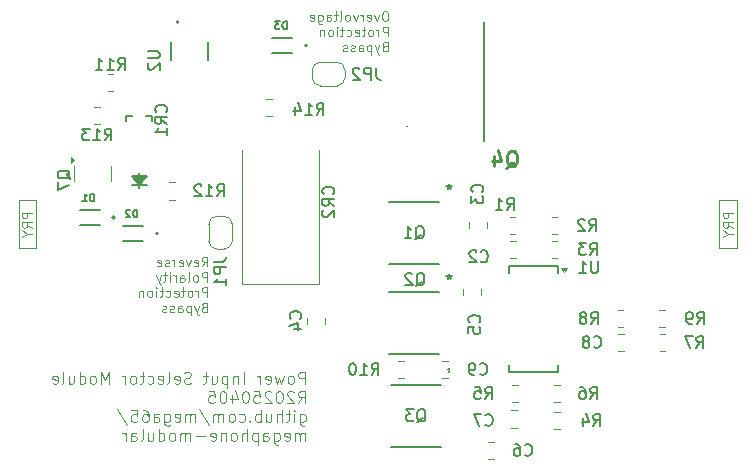
<source format=gbo>
G04 #@! TF.GenerationSoftware,KiCad,Pcbnew,9.0.1+1*
G04 #@! TF.CreationDate,2025-11-12T15:34:47+00:00*
G04 #@! TF.ProjectId,input-power-selector,696e7075-742d-4706-9f77-65722d73656c,rev?*
G04 #@! TF.SameCoordinates,Original*
G04 #@! TF.FileFunction,Legend,Bot*
G04 #@! TF.FilePolarity,Positive*
%FSLAX46Y46*%
G04 Gerber Fmt 4.6, Leading zero omitted, Abs format (unit mm)*
G04 Created by KiCad (PCBNEW 9.0.1+1) date 2025-11-12 15:34:47*
%MOMM*%
%LPD*%
G01*
G04 APERTURE LIST*
%ADD10C,0.100000*%
%ADD11C,0.150000*%
%ADD12C,0.254000*%
%ADD13C,0.120000*%
%ADD14C,0.152400*%
%ADD15C,0.127000*%
%ADD16C,0.200000*%
%ADD17C,0.000000*%
%ADD18R,2.000000X2.540000*%
%ADD19R,1.460500X0.558800*%
%ADD20R,1.200000X0.400000*%
%ADD21R,4.600000X0.800000*%
%ADD22R,9.400000X10.800000*%
%ADD23R,0.842900X0.736600*%
%ADD24R,2.032000X1.778000*%
%ADD25R,0.533400X0.685800*%
G04 APERTURE END LIST*
D10*
X52933653Y-24116585D02*
X52781272Y-24116585D01*
X52781272Y-24116585D02*
X52705082Y-24154680D01*
X52705082Y-24154680D02*
X52628891Y-24230870D01*
X52628891Y-24230870D02*
X52590796Y-24383251D01*
X52590796Y-24383251D02*
X52590796Y-24649918D01*
X52590796Y-24649918D02*
X52628891Y-24802299D01*
X52628891Y-24802299D02*
X52705082Y-24878490D01*
X52705082Y-24878490D02*
X52781272Y-24916585D01*
X52781272Y-24916585D02*
X52933653Y-24916585D01*
X52933653Y-24916585D02*
X53009844Y-24878490D01*
X53009844Y-24878490D02*
X53086034Y-24802299D01*
X53086034Y-24802299D02*
X53124130Y-24649918D01*
X53124130Y-24649918D02*
X53124130Y-24383251D01*
X53124130Y-24383251D02*
X53086034Y-24230870D01*
X53086034Y-24230870D02*
X53009844Y-24154680D01*
X53009844Y-24154680D02*
X52933653Y-24116585D01*
X52324130Y-24383251D02*
X52133654Y-24916585D01*
X52133654Y-24916585D02*
X51943177Y-24383251D01*
X51333653Y-24878490D02*
X51409844Y-24916585D01*
X51409844Y-24916585D02*
X51562225Y-24916585D01*
X51562225Y-24916585D02*
X51638415Y-24878490D01*
X51638415Y-24878490D02*
X51676511Y-24802299D01*
X51676511Y-24802299D02*
X51676511Y-24497537D01*
X51676511Y-24497537D02*
X51638415Y-24421347D01*
X51638415Y-24421347D02*
X51562225Y-24383251D01*
X51562225Y-24383251D02*
X51409844Y-24383251D01*
X51409844Y-24383251D02*
X51333653Y-24421347D01*
X51333653Y-24421347D02*
X51295558Y-24497537D01*
X51295558Y-24497537D02*
X51295558Y-24573728D01*
X51295558Y-24573728D02*
X51676511Y-24649918D01*
X50952701Y-24916585D02*
X50952701Y-24383251D01*
X50952701Y-24535632D02*
X50914606Y-24459442D01*
X50914606Y-24459442D02*
X50876511Y-24421347D01*
X50876511Y-24421347D02*
X50800320Y-24383251D01*
X50800320Y-24383251D02*
X50724130Y-24383251D01*
X50533654Y-24383251D02*
X50343178Y-24916585D01*
X50343178Y-24916585D02*
X50152701Y-24383251D01*
X49733654Y-24916585D02*
X49809844Y-24878490D01*
X49809844Y-24878490D02*
X49847939Y-24840394D01*
X49847939Y-24840394D02*
X49886035Y-24764204D01*
X49886035Y-24764204D02*
X49886035Y-24535632D01*
X49886035Y-24535632D02*
X49847939Y-24459442D01*
X49847939Y-24459442D02*
X49809844Y-24421347D01*
X49809844Y-24421347D02*
X49733654Y-24383251D01*
X49733654Y-24383251D02*
X49619368Y-24383251D01*
X49619368Y-24383251D02*
X49543177Y-24421347D01*
X49543177Y-24421347D02*
X49505082Y-24459442D01*
X49505082Y-24459442D02*
X49466987Y-24535632D01*
X49466987Y-24535632D02*
X49466987Y-24764204D01*
X49466987Y-24764204D02*
X49505082Y-24840394D01*
X49505082Y-24840394D02*
X49543177Y-24878490D01*
X49543177Y-24878490D02*
X49619368Y-24916585D01*
X49619368Y-24916585D02*
X49733654Y-24916585D01*
X49009844Y-24916585D02*
X49086034Y-24878490D01*
X49086034Y-24878490D02*
X49124129Y-24802299D01*
X49124129Y-24802299D02*
X49124129Y-24116585D01*
X48819367Y-24383251D02*
X48514605Y-24383251D01*
X48705081Y-24116585D02*
X48705081Y-24802299D01*
X48705081Y-24802299D02*
X48666986Y-24878490D01*
X48666986Y-24878490D02*
X48590796Y-24916585D01*
X48590796Y-24916585D02*
X48514605Y-24916585D01*
X47905081Y-24916585D02*
X47905081Y-24497537D01*
X47905081Y-24497537D02*
X47943176Y-24421347D01*
X47943176Y-24421347D02*
X48019367Y-24383251D01*
X48019367Y-24383251D02*
X48171748Y-24383251D01*
X48171748Y-24383251D02*
X48247938Y-24421347D01*
X47905081Y-24878490D02*
X47981272Y-24916585D01*
X47981272Y-24916585D02*
X48171748Y-24916585D01*
X48171748Y-24916585D02*
X48247938Y-24878490D01*
X48247938Y-24878490D02*
X48286034Y-24802299D01*
X48286034Y-24802299D02*
X48286034Y-24726109D01*
X48286034Y-24726109D02*
X48247938Y-24649918D01*
X48247938Y-24649918D02*
X48171748Y-24611823D01*
X48171748Y-24611823D02*
X47981272Y-24611823D01*
X47981272Y-24611823D02*
X47905081Y-24573728D01*
X47181271Y-24383251D02*
X47181271Y-25030870D01*
X47181271Y-25030870D02*
X47219366Y-25107061D01*
X47219366Y-25107061D02*
X47257462Y-25145156D01*
X47257462Y-25145156D02*
X47333652Y-25183251D01*
X47333652Y-25183251D02*
X47447938Y-25183251D01*
X47447938Y-25183251D02*
X47524128Y-25145156D01*
X47181271Y-24878490D02*
X47257462Y-24916585D01*
X47257462Y-24916585D02*
X47409843Y-24916585D01*
X47409843Y-24916585D02*
X47486033Y-24878490D01*
X47486033Y-24878490D02*
X47524128Y-24840394D01*
X47524128Y-24840394D02*
X47562224Y-24764204D01*
X47562224Y-24764204D02*
X47562224Y-24535632D01*
X47562224Y-24535632D02*
X47524128Y-24459442D01*
X47524128Y-24459442D02*
X47486033Y-24421347D01*
X47486033Y-24421347D02*
X47409843Y-24383251D01*
X47409843Y-24383251D02*
X47257462Y-24383251D01*
X47257462Y-24383251D02*
X47181271Y-24421347D01*
X46495556Y-24878490D02*
X46571747Y-24916585D01*
X46571747Y-24916585D02*
X46724128Y-24916585D01*
X46724128Y-24916585D02*
X46800318Y-24878490D01*
X46800318Y-24878490D02*
X46838414Y-24802299D01*
X46838414Y-24802299D02*
X46838414Y-24497537D01*
X46838414Y-24497537D02*
X46800318Y-24421347D01*
X46800318Y-24421347D02*
X46724128Y-24383251D01*
X46724128Y-24383251D02*
X46571747Y-24383251D01*
X46571747Y-24383251D02*
X46495556Y-24421347D01*
X46495556Y-24421347D02*
X46457461Y-24497537D01*
X46457461Y-24497537D02*
X46457461Y-24573728D01*
X46457461Y-24573728D02*
X46838414Y-24649918D01*
X53086034Y-26204540D02*
X53086034Y-25404540D01*
X53086034Y-25404540D02*
X52781272Y-25404540D01*
X52781272Y-25404540D02*
X52705082Y-25442635D01*
X52705082Y-25442635D02*
X52666987Y-25480730D01*
X52666987Y-25480730D02*
X52628891Y-25556921D01*
X52628891Y-25556921D02*
X52628891Y-25671206D01*
X52628891Y-25671206D02*
X52666987Y-25747397D01*
X52666987Y-25747397D02*
X52705082Y-25785492D01*
X52705082Y-25785492D02*
X52781272Y-25823587D01*
X52781272Y-25823587D02*
X53086034Y-25823587D01*
X52286034Y-26204540D02*
X52286034Y-25671206D01*
X52286034Y-25823587D02*
X52247939Y-25747397D01*
X52247939Y-25747397D02*
X52209844Y-25709302D01*
X52209844Y-25709302D02*
X52133653Y-25671206D01*
X52133653Y-25671206D02*
X52057463Y-25671206D01*
X51676511Y-26204540D02*
X51752701Y-26166445D01*
X51752701Y-26166445D02*
X51790796Y-26128349D01*
X51790796Y-26128349D02*
X51828892Y-26052159D01*
X51828892Y-26052159D02*
X51828892Y-25823587D01*
X51828892Y-25823587D02*
X51790796Y-25747397D01*
X51790796Y-25747397D02*
X51752701Y-25709302D01*
X51752701Y-25709302D02*
X51676511Y-25671206D01*
X51676511Y-25671206D02*
X51562225Y-25671206D01*
X51562225Y-25671206D02*
X51486034Y-25709302D01*
X51486034Y-25709302D02*
X51447939Y-25747397D01*
X51447939Y-25747397D02*
X51409844Y-25823587D01*
X51409844Y-25823587D02*
X51409844Y-26052159D01*
X51409844Y-26052159D02*
X51447939Y-26128349D01*
X51447939Y-26128349D02*
X51486034Y-26166445D01*
X51486034Y-26166445D02*
X51562225Y-26204540D01*
X51562225Y-26204540D02*
X51676511Y-26204540D01*
X51181272Y-25671206D02*
X50876510Y-25671206D01*
X51066986Y-25404540D02*
X51066986Y-26090254D01*
X51066986Y-26090254D02*
X51028891Y-26166445D01*
X51028891Y-26166445D02*
X50952701Y-26204540D01*
X50952701Y-26204540D02*
X50876510Y-26204540D01*
X50305081Y-26166445D02*
X50381272Y-26204540D01*
X50381272Y-26204540D02*
X50533653Y-26204540D01*
X50533653Y-26204540D02*
X50609843Y-26166445D01*
X50609843Y-26166445D02*
X50647939Y-26090254D01*
X50647939Y-26090254D02*
X50647939Y-25785492D01*
X50647939Y-25785492D02*
X50609843Y-25709302D01*
X50609843Y-25709302D02*
X50533653Y-25671206D01*
X50533653Y-25671206D02*
X50381272Y-25671206D01*
X50381272Y-25671206D02*
X50305081Y-25709302D01*
X50305081Y-25709302D02*
X50266986Y-25785492D01*
X50266986Y-25785492D02*
X50266986Y-25861683D01*
X50266986Y-25861683D02*
X50647939Y-25937873D01*
X49581272Y-26166445D02*
X49657463Y-26204540D01*
X49657463Y-26204540D02*
X49809844Y-26204540D01*
X49809844Y-26204540D02*
X49886034Y-26166445D01*
X49886034Y-26166445D02*
X49924129Y-26128349D01*
X49924129Y-26128349D02*
X49962225Y-26052159D01*
X49962225Y-26052159D02*
X49962225Y-25823587D01*
X49962225Y-25823587D02*
X49924129Y-25747397D01*
X49924129Y-25747397D02*
X49886034Y-25709302D01*
X49886034Y-25709302D02*
X49809844Y-25671206D01*
X49809844Y-25671206D02*
X49657463Y-25671206D01*
X49657463Y-25671206D02*
X49581272Y-25709302D01*
X49352701Y-25671206D02*
X49047939Y-25671206D01*
X49238415Y-25404540D02*
X49238415Y-26090254D01*
X49238415Y-26090254D02*
X49200320Y-26166445D01*
X49200320Y-26166445D02*
X49124130Y-26204540D01*
X49124130Y-26204540D02*
X49047939Y-26204540D01*
X48781272Y-26204540D02*
X48781272Y-25671206D01*
X48781272Y-25404540D02*
X48819368Y-25442635D01*
X48819368Y-25442635D02*
X48781272Y-25480730D01*
X48781272Y-25480730D02*
X48743177Y-25442635D01*
X48743177Y-25442635D02*
X48781272Y-25404540D01*
X48781272Y-25404540D02*
X48781272Y-25480730D01*
X48286035Y-26204540D02*
X48362225Y-26166445D01*
X48362225Y-26166445D02*
X48400320Y-26128349D01*
X48400320Y-26128349D02*
X48438416Y-26052159D01*
X48438416Y-26052159D02*
X48438416Y-25823587D01*
X48438416Y-25823587D02*
X48400320Y-25747397D01*
X48400320Y-25747397D02*
X48362225Y-25709302D01*
X48362225Y-25709302D02*
X48286035Y-25671206D01*
X48286035Y-25671206D02*
X48171749Y-25671206D01*
X48171749Y-25671206D02*
X48095558Y-25709302D01*
X48095558Y-25709302D02*
X48057463Y-25747397D01*
X48057463Y-25747397D02*
X48019368Y-25823587D01*
X48019368Y-25823587D02*
X48019368Y-26052159D01*
X48019368Y-26052159D02*
X48057463Y-26128349D01*
X48057463Y-26128349D02*
X48095558Y-26166445D01*
X48095558Y-26166445D02*
X48171749Y-26204540D01*
X48171749Y-26204540D02*
X48286035Y-26204540D01*
X47676510Y-25671206D02*
X47676510Y-26204540D01*
X47676510Y-25747397D02*
X47638415Y-25709302D01*
X47638415Y-25709302D02*
X47562225Y-25671206D01*
X47562225Y-25671206D02*
X47447939Y-25671206D01*
X47447939Y-25671206D02*
X47371748Y-25709302D01*
X47371748Y-25709302D02*
X47333653Y-25785492D01*
X47333653Y-25785492D02*
X47333653Y-26204540D01*
X52819368Y-27073447D02*
X52705082Y-27111542D01*
X52705082Y-27111542D02*
X52666987Y-27149638D01*
X52666987Y-27149638D02*
X52628891Y-27225828D01*
X52628891Y-27225828D02*
X52628891Y-27340114D01*
X52628891Y-27340114D02*
X52666987Y-27416304D01*
X52666987Y-27416304D02*
X52705082Y-27454400D01*
X52705082Y-27454400D02*
X52781272Y-27492495D01*
X52781272Y-27492495D02*
X53086034Y-27492495D01*
X53086034Y-27492495D02*
X53086034Y-26692495D01*
X53086034Y-26692495D02*
X52819368Y-26692495D01*
X52819368Y-26692495D02*
X52743177Y-26730590D01*
X52743177Y-26730590D02*
X52705082Y-26768685D01*
X52705082Y-26768685D02*
X52666987Y-26844876D01*
X52666987Y-26844876D02*
X52666987Y-26921066D01*
X52666987Y-26921066D02*
X52705082Y-26997257D01*
X52705082Y-26997257D02*
X52743177Y-27035352D01*
X52743177Y-27035352D02*
X52819368Y-27073447D01*
X52819368Y-27073447D02*
X53086034Y-27073447D01*
X52362225Y-26959161D02*
X52171749Y-27492495D01*
X51981272Y-26959161D02*
X52171749Y-27492495D01*
X52171749Y-27492495D02*
X52247939Y-27682971D01*
X52247939Y-27682971D02*
X52286034Y-27721066D01*
X52286034Y-27721066D02*
X52362225Y-27759161D01*
X51676510Y-26959161D02*
X51676510Y-27759161D01*
X51676510Y-26997257D02*
X51600320Y-26959161D01*
X51600320Y-26959161D02*
X51447939Y-26959161D01*
X51447939Y-26959161D02*
X51371748Y-26997257D01*
X51371748Y-26997257D02*
X51333653Y-27035352D01*
X51333653Y-27035352D02*
X51295558Y-27111542D01*
X51295558Y-27111542D02*
X51295558Y-27340114D01*
X51295558Y-27340114D02*
X51333653Y-27416304D01*
X51333653Y-27416304D02*
X51371748Y-27454400D01*
X51371748Y-27454400D02*
X51447939Y-27492495D01*
X51447939Y-27492495D02*
X51600320Y-27492495D01*
X51600320Y-27492495D02*
X51676510Y-27454400D01*
X50609843Y-27492495D02*
X50609843Y-27073447D01*
X50609843Y-27073447D02*
X50647938Y-26997257D01*
X50647938Y-26997257D02*
X50724129Y-26959161D01*
X50724129Y-26959161D02*
X50876510Y-26959161D01*
X50876510Y-26959161D02*
X50952700Y-26997257D01*
X50609843Y-27454400D02*
X50686034Y-27492495D01*
X50686034Y-27492495D02*
X50876510Y-27492495D01*
X50876510Y-27492495D02*
X50952700Y-27454400D01*
X50952700Y-27454400D02*
X50990796Y-27378209D01*
X50990796Y-27378209D02*
X50990796Y-27302019D01*
X50990796Y-27302019D02*
X50952700Y-27225828D01*
X50952700Y-27225828D02*
X50876510Y-27187733D01*
X50876510Y-27187733D02*
X50686034Y-27187733D01*
X50686034Y-27187733D02*
X50609843Y-27149638D01*
X50266986Y-27454400D02*
X50190795Y-27492495D01*
X50190795Y-27492495D02*
X50038414Y-27492495D01*
X50038414Y-27492495D02*
X49962224Y-27454400D01*
X49962224Y-27454400D02*
X49924128Y-27378209D01*
X49924128Y-27378209D02*
X49924128Y-27340114D01*
X49924128Y-27340114D02*
X49962224Y-27263923D01*
X49962224Y-27263923D02*
X50038414Y-27225828D01*
X50038414Y-27225828D02*
X50152700Y-27225828D01*
X50152700Y-27225828D02*
X50228890Y-27187733D01*
X50228890Y-27187733D02*
X50266986Y-27111542D01*
X50266986Y-27111542D02*
X50266986Y-27073447D01*
X50266986Y-27073447D02*
X50228890Y-26997257D01*
X50228890Y-26997257D02*
X50152700Y-26959161D01*
X50152700Y-26959161D02*
X50038414Y-26959161D01*
X50038414Y-26959161D02*
X49962224Y-26997257D01*
X49619367Y-27454400D02*
X49543176Y-27492495D01*
X49543176Y-27492495D02*
X49390795Y-27492495D01*
X49390795Y-27492495D02*
X49314605Y-27454400D01*
X49314605Y-27454400D02*
X49276509Y-27378209D01*
X49276509Y-27378209D02*
X49276509Y-27340114D01*
X49276509Y-27340114D02*
X49314605Y-27263923D01*
X49314605Y-27263923D02*
X49390795Y-27225828D01*
X49390795Y-27225828D02*
X49505081Y-27225828D01*
X49505081Y-27225828D02*
X49581271Y-27187733D01*
X49581271Y-27187733D02*
X49619367Y-27111542D01*
X49619367Y-27111542D02*
X49619367Y-27073447D01*
X49619367Y-27073447D02*
X49581271Y-26997257D01*
X49581271Y-26997257D02*
X49505081Y-26959161D01*
X49505081Y-26959161D02*
X49390795Y-26959161D01*
X49390795Y-26959161D02*
X49314605Y-26997257D01*
X46070415Y-55634587D02*
X46070415Y-54634587D01*
X46070415Y-54634587D02*
X45689463Y-54634587D01*
X45689463Y-54634587D02*
X45594225Y-54682206D01*
X45594225Y-54682206D02*
X45546606Y-54729825D01*
X45546606Y-54729825D02*
X45498987Y-54825063D01*
X45498987Y-54825063D02*
X45498987Y-54967920D01*
X45498987Y-54967920D02*
X45546606Y-55063158D01*
X45546606Y-55063158D02*
X45594225Y-55110777D01*
X45594225Y-55110777D02*
X45689463Y-55158396D01*
X45689463Y-55158396D02*
X46070415Y-55158396D01*
X44927558Y-55634587D02*
X45022796Y-55586968D01*
X45022796Y-55586968D02*
X45070415Y-55539348D01*
X45070415Y-55539348D02*
X45118034Y-55444110D01*
X45118034Y-55444110D02*
X45118034Y-55158396D01*
X45118034Y-55158396D02*
X45070415Y-55063158D01*
X45070415Y-55063158D02*
X45022796Y-55015539D01*
X45022796Y-55015539D02*
X44927558Y-54967920D01*
X44927558Y-54967920D02*
X44784701Y-54967920D01*
X44784701Y-54967920D02*
X44689463Y-55015539D01*
X44689463Y-55015539D02*
X44641844Y-55063158D01*
X44641844Y-55063158D02*
X44594225Y-55158396D01*
X44594225Y-55158396D02*
X44594225Y-55444110D01*
X44594225Y-55444110D02*
X44641844Y-55539348D01*
X44641844Y-55539348D02*
X44689463Y-55586968D01*
X44689463Y-55586968D02*
X44784701Y-55634587D01*
X44784701Y-55634587D02*
X44927558Y-55634587D01*
X44260891Y-54967920D02*
X44070415Y-55634587D01*
X44070415Y-55634587D02*
X43879939Y-55158396D01*
X43879939Y-55158396D02*
X43689463Y-55634587D01*
X43689463Y-55634587D02*
X43498987Y-54967920D01*
X42737082Y-55586968D02*
X42832320Y-55634587D01*
X42832320Y-55634587D02*
X43022796Y-55634587D01*
X43022796Y-55634587D02*
X43118034Y-55586968D01*
X43118034Y-55586968D02*
X43165653Y-55491729D01*
X43165653Y-55491729D02*
X43165653Y-55110777D01*
X43165653Y-55110777D02*
X43118034Y-55015539D01*
X43118034Y-55015539D02*
X43022796Y-54967920D01*
X43022796Y-54967920D02*
X42832320Y-54967920D01*
X42832320Y-54967920D02*
X42737082Y-55015539D01*
X42737082Y-55015539D02*
X42689463Y-55110777D01*
X42689463Y-55110777D02*
X42689463Y-55206015D01*
X42689463Y-55206015D02*
X43165653Y-55301253D01*
X42260891Y-55634587D02*
X42260891Y-54967920D01*
X42260891Y-55158396D02*
X42213272Y-55063158D01*
X42213272Y-55063158D02*
X42165653Y-55015539D01*
X42165653Y-55015539D02*
X42070415Y-54967920D01*
X42070415Y-54967920D02*
X41975177Y-54967920D01*
X40879938Y-55634587D02*
X40879938Y-54634587D01*
X40403748Y-54967920D02*
X40403748Y-55634587D01*
X40403748Y-55063158D02*
X40356129Y-55015539D01*
X40356129Y-55015539D02*
X40260891Y-54967920D01*
X40260891Y-54967920D02*
X40118034Y-54967920D01*
X40118034Y-54967920D02*
X40022796Y-55015539D01*
X40022796Y-55015539D02*
X39975177Y-55110777D01*
X39975177Y-55110777D02*
X39975177Y-55634587D01*
X39498986Y-54967920D02*
X39498986Y-55967920D01*
X39498986Y-55015539D02*
X39403748Y-54967920D01*
X39403748Y-54967920D02*
X39213272Y-54967920D01*
X39213272Y-54967920D02*
X39118034Y-55015539D01*
X39118034Y-55015539D02*
X39070415Y-55063158D01*
X39070415Y-55063158D02*
X39022796Y-55158396D01*
X39022796Y-55158396D02*
X39022796Y-55444110D01*
X39022796Y-55444110D02*
X39070415Y-55539348D01*
X39070415Y-55539348D02*
X39118034Y-55586968D01*
X39118034Y-55586968D02*
X39213272Y-55634587D01*
X39213272Y-55634587D02*
X39403748Y-55634587D01*
X39403748Y-55634587D02*
X39498986Y-55586968D01*
X38165653Y-54967920D02*
X38165653Y-55634587D01*
X38594224Y-54967920D02*
X38594224Y-55491729D01*
X38594224Y-55491729D02*
X38546605Y-55586968D01*
X38546605Y-55586968D02*
X38451367Y-55634587D01*
X38451367Y-55634587D02*
X38308510Y-55634587D01*
X38308510Y-55634587D02*
X38213272Y-55586968D01*
X38213272Y-55586968D02*
X38165653Y-55539348D01*
X37832319Y-54967920D02*
X37451367Y-54967920D01*
X37689462Y-54634587D02*
X37689462Y-55491729D01*
X37689462Y-55491729D02*
X37641843Y-55586968D01*
X37641843Y-55586968D02*
X37546605Y-55634587D01*
X37546605Y-55634587D02*
X37451367Y-55634587D01*
X36403747Y-55586968D02*
X36260890Y-55634587D01*
X36260890Y-55634587D02*
X36022795Y-55634587D01*
X36022795Y-55634587D02*
X35927557Y-55586968D01*
X35927557Y-55586968D02*
X35879938Y-55539348D01*
X35879938Y-55539348D02*
X35832319Y-55444110D01*
X35832319Y-55444110D02*
X35832319Y-55348872D01*
X35832319Y-55348872D02*
X35879938Y-55253634D01*
X35879938Y-55253634D02*
X35927557Y-55206015D01*
X35927557Y-55206015D02*
X36022795Y-55158396D01*
X36022795Y-55158396D02*
X36213271Y-55110777D01*
X36213271Y-55110777D02*
X36308509Y-55063158D01*
X36308509Y-55063158D02*
X36356128Y-55015539D01*
X36356128Y-55015539D02*
X36403747Y-54920301D01*
X36403747Y-54920301D02*
X36403747Y-54825063D01*
X36403747Y-54825063D02*
X36356128Y-54729825D01*
X36356128Y-54729825D02*
X36308509Y-54682206D01*
X36308509Y-54682206D02*
X36213271Y-54634587D01*
X36213271Y-54634587D02*
X35975176Y-54634587D01*
X35975176Y-54634587D02*
X35832319Y-54682206D01*
X35022795Y-55586968D02*
X35118033Y-55634587D01*
X35118033Y-55634587D02*
X35308509Y-55634587D01*
X35308509Y-55634587D02*
X35403747Y-55586968D01*
X35403747Y-55586968D02*
X35451366Y-55491729D01*
X35451366Y-55491729D02*
X35451366Y-55110777D01*
X35451366Y-55110777D02*
X35403747Y-55015539D01*
X35403747Y-55015539D02*
X35308509Y-54967920D01*
X35308509Y-54967920D02*
X35118033Y-54967920D01*
X35118033Y-54967920D02*
X35022795Y-55015539D01*
X35022795Y-55015539D02*
X34975176Y-55110777D01*
X34975176Y-55110777D02*
X34975176Y-55206015D01*
X34975176Y-55206015D02*
X35451366Y-55301253D01*
X34403747Y-55634587D02*
X34498985Y-55586968D01*
X34498985Y-55586968D02*
X34546604Y-55491729D01*
X34546604Y-55491729D02*
X34546604Y-54634587D01*
X33641842Y-55586968D02*
X33737080Y-55634587D01*
X33737080Y-55634587D02*
X33927556Y-55634587D01*
X33927556Y-55634587D02*
X34022794Y-55586968D01*
X34022794Y-55586968D02*
X34070413Y-55491729D01*
X34070413Y-55491729D02*
X34070413Y-55110777D01*
X34070413Y-55110777D02*
X34022794Y-55015539D01*
X34022794Y-55015539D02*
X33927556Y-54967920D01*
X33927556Y-54967920D02*
X33737080Y-54967920D01*
X33737080Y-54967920D02*
X33641842Y-55015539D01*
X33641842Y-55015539D02*
X33594223Y-55110777D01*
X33594223Y-55110777D02*
X33594223Y-55206015D01*
X33594223Y-55206015D02*
X34070413Y-55301253D01*
X32737080Y-55586968D02*
X32832318Y-55634587D01*
X32832318Y-55634587D02*
X33022794Y-55634587D01*
X33022794Y-55634587D02*
X33118032Y-55586968D01*
X33118032Y-55586968D02*
X33165651Y-55539348D01*
X33165651Y-55539348D02*
X33213270Y-55444110D01*
X33213270Y-55444110D02*
X33213270Y-55158396D01*
X33213270Y-55158396D02*
X33165651Y-55063158D01*
X33165651Y-55063158D02*
X33118032Y-55015539D01*
X33118032Y-55015539D02*
X33022794Y-54967920D01*
X33022794Y-54967920D02*
X32832318Y-54967920D01*
X32832318Y-54967920D02*
X32737080Y-55015539D01*
X32451365Y-54967920D02*
X32070413Y-54967920D01*
X32308508Y-54634587D02*
X32308508Y-55491729D01*
X32308508Y-55491729D02*
X32260889Y-55586968D01*
X32260889Y-55586968D02*
X32165651Y-55634587D01*
X32165651Y-55634587D02*
X32070413Y-55634587D01*
X31594222Y-55634587D02*
X31689460Y-55586968D01*
X31689460Y-55586968D02*
X31737079Y-55539348D01*
X31737079Y-55539348D02*
X31784698Y-55444110D01*
X31784698Y-55444110D02*
X31784698Y-55158396D01*
X31784698Y-55158396D02*
X31737079Y-55063158D01*
X31737079Y-55063158D02*
X31689460Y-55015539D01*
X31689460Y-55015539D02*
X31594222Y-54967920D01*
X31594222Y-54967920D02*
X31451365Y-54967920D01*
X31451365Y-54967920D02*
X31356127Y-55015539D01*
X31356127Y-55015539D02*
X31308508Y-55063158D01*
X31308508Y-55063158D02*
X31260889Y-55158396D01*
X31260889Y-55158396D02*
X31260889Y-55444110D01*
X31260889Y-55444110D02*
X31308508Y-55539348D01*
X31308508Y-55539348D02*
X31356127Y-55586968D01*
X31356127Y-55586968D02*
X31451365Y-55634587D01*
X31451365Y-55634587D02*
X31594222Y-55634587D01*
X30832317Y-55634587D02*
X30832317Y-54967920D01*
X30832317Y-55158396D02*
X30784698Y-55063158D01*
X30784698Y-55063158D02*
X30737079Y-55015539D01*
X30737079Y-55015539D02*
X30641841Y-54967920D01*
X30641841Y-54967920D02*
X30546603Y-54967920D01*
X29451364Y-55634587D02*
X29451364Y-54634587D01*
X29451364Y-54634587D02*
X29118031Y-55348872D01*
X29118031Y-55348872D02*
X28784698Y-54634587D01*
X28784698Y-54634587D02*
X28784698Y-55634587D01*
X28165650Y-55634587D02*
X28260888Y-55586968D01*
X28260888Y-55586968D02*
X28308507Y-55539348D01*
X28308507Y-55539348D02*
X28356126Y-55444110D01*
X28356126Y-55444110D02*
X28356126Y-55158396D01*
X28356126Y-55158396D02*
X28308507Y-55063158D01*
X28308507Y-55063158D02*
X28260888Y-55015539D01*
X28260888Y-55015539D02*
X28165650Y-54967920D01*
X28165650Y-54967920D02*
X28022793Y-54967920D01*
X28022793Y-54967920D02*
X27927555Y-55015539D01*
X27927555Y-55015539D02*
X27879936Y-55063158D01*
X27879936Y-55063158D02*
X27832317Y-55158396D01*
X27832317Y-55158396D02*
X27832317Y-55444110D01*
X27832317Y-55444110D02*
X27879936Y-55539348D01*
X27879936Y-55539348D02*
X27927555Y-55586968D01*
X27927555Y-55586968D02*
X28022793Y-55634587D01*
X28022793Y-55634587D02*
X28165650Y-55634587D01*
X26975174Y-55634587D02*
X26975174Y-54634587D01*
X26975174Y-55586968D02*
X27070412Y-55634587D01*
X27070412Y-55634587D02*
X27260888Y-55634587D01*
X27260888Y-55634587D02*
X27356126Y-55586968D01*
X27356126Y-55586968D02*
X27403745Y-55539348D01*
X27403745Y-55539348D02*
X27451364Y-55444110D01*
X27451364Y-55444110D02*
X27451364Y-55158396D01*
X27451364Y-55158396D02*
X27403745Y-55063158D01*
X27403745Y-55063158D02*
X27356126Y-55015539D01*
X27356126Y-55015539D02*
X27260888Y-54967920D01*
X27260888Y-54967920D02*
X27070412Y-54967920D01*
X27070412Y-54967920D02*
X26975174Y-55015539D01*
X26070412Y-54967920D02*
X26070412Y-55634587D01*
X26498983Y-54967920D02*
X26498983Y-55491729D01*
X26498983Y-55491729D02*
X26451364Y-55586968D01*
X26451364Y-55586968D02*
X26356126Y-55634587D01*
X26356126Y-55634587D02*
X26213269Y-55634587D01*
X26213269Y-55634587D02*
X26118031Y-55586968D01*
X26118031Y-55586968D02*
X26070412Y-55539348D01*
X25451364Y-55634587D02*
X25546602Y-55586968D01*
X25546602Y-55586968D02*
X25594221Y-55491729D01*
X25594221Y-55491729D02*
X25594221Y-54634587D01*
X24689459Y-55586968D02*
X24784697Y-55634587D01*
X24784697Y-55634587D02*
X24975173Y-55634587D01*
X24975173Y-55634587D02*
X25070411Y-55586968D01*
X25070411Y-55586968D02*
X25118030Y-55491729D01*
X25118030Y-55491729D02*
X25118030Y-55110777D01*
X25118030Y-55110777D02*
X25070411Y-55015539D01*
X25070411Y-55015539D02*
X24975173Y-54967920D01*
X24975173Y-54967920D02*
X24784697Y-54967920D01*
X24784697Y-54967920D02*
X24689459Y-55015539D01*
X24689459Y-55015539D02*
X24641840Y-55110777D01*
X24641840Y-55110777D02*
X24641840Y-55206015D01*
X24641840Y-55206015D02*
X25118030Y-55301253D01*
X45498987Y-57244531D02*
X45832320Y-56768340D01*
X46070415Y-57244531D02*
X46070415Y-56244531D01*
X46070415Y-56244531D02*
X45689463Y-56244531D01*
X45689463Y-56244531D02*
X45594225Y-56292150D01*
X45594225Y-56292150D02*
X45546606Y-56339769D01*
X45546606Y-56339769D02*
X45498987Y-56435007D01*
X45498987Y-56435007D02*
X45498987Y-56577864D01*
X45498987Y-56577864D02*
X45546606Y-56673102D01*
X45546606Y-56673102D02*
X45594225Y-56720721D01*
X45594225Y-56720721D02*
X45689463Y-56768340D01*
X45689463Y-56768340D02*
X46070415Y-56768340D01*
X45118034Y-56339769D02*
X45070415Y-56292150D01*
X45070415Y-56292150D02*
X44975177Y-56244531D01*
X44975177Y-56244531D02*
X44737082Y-56244531D01*
X44737082Y-56244531D02*
X44641844Y-56292150D01*
X44641844Y-56292150D02*
X44594225Y-56339769D01*
X44594225Y-56339769D02*
X44546606Y-56435007D01*
X44546606Y-56435007D02*
X44546606Y-56530245D01*
X44546606Y-56530245D02*
X44594225Y-56673102D01*
X44594225Y-56673102D02*
X45165653Y-57244531D01*
X45165653Y-57244531D02*
X44546606Y-57244531D01*
X43927558Y-56244531D02*
X43832320Y-56244531D01*
X43832320Y-56244531D02*
X43737082Y-56292150D01*
X43737082Y-56292150D02*
X43689463Y-56339769D01*
X43689463Y-56339769D02*
X43641844Y-56435007D01*
X43641844Y-56435007D02*
X43594225Y-56625483D01*
X43594225Y-56625483D02*
X43594225Y-56863578D01*
X43594225Y-56863578D02*
X43641844Y-57054054D01*
X43641844Y-57054054D02*
X43689463Y-57149292D01*
X43689463Y-57149292D02*
X43737082Y-57196912D01*
X43737082Y-57196912D02*
X43832320Y-57244531D01*
X43832320Y-57244531D02*
X43927558Y-57244531D01*
X43927558Y-57244531D02*
X44022796Y-57196912D01*
X44022796Y-57196912D02*
X44070415Y-57149292D01*
X44070415Y-57149292D02*
X44118034Y-57054054D01*
X44118034Y-57054054D02*
X44165653Y-56863578D01*
X44165653Y-56863578D02*
X44165653Y-56625483D01*
X44165653Y-56625483D02*
X44118034Y-56435007D01*
X44118034Y-56435007D02*
X44070415Y-56339769D01*
X44070415Y-56339769D02*
X44022796Y-56292150D01*
X44022796Y-56292150D02*
X43927558Y-56244531D01*
X43213272Y-56339769D02*
X43165653Y-56292150D01*
X43165653Y-56292150D02*
X43070415Y-56244531D01*
X43070415Y-56244531D02*
X42832320Y-56244531D01*
X42832320Y-56244531D02*
X42737082Y-56292150D01*
X42737082Y-56292150D02*
X42689463Y-56339769D01*
X42689463Y-56339769D02*
X42641844Y-56435007D01*
X42641844Y-56435007D02*
X42641844Y-56530245D01*
X42641844Y-56530245D02*
X42689463Y-56673102D01*
X42689463Y-56673102D02*
X43260891Y-57244531D01*
X43260891Y-57244531D02*
X42641844Y-57244531D01*
X41737082Y-56244531D02*
X42213272Y-56244531D01*
X42213272Y-56244531D02*
X42260891Y-56720721D01*
X42260891Y-56720721D02*
X42213272Y-56673102D01*
X42213272Y-56673102D02*
X42118034Y-56625483D01*
X42118034Y-56625483D02*
X41879939Y-56625483D01*
X41879939Y-56625483D02*
X41784701Y-56673102D01*
X41784701Y-56673102D02*
X41737082Y-56720721D01*
X41737082Y-56720721D02*
X41689463Y-56815959D01*
X41689463Y-56815959D02*
X41689463Y-57054054D01*
X41689463Y-57054054D02*
X41737082Y-57149292D01*
X41737082Y-57149292D02*
X41784701Y-57196912D01*
X41784701Y-57196912D02*
X41879939Y-57244531D01*
X41879939Y-57244531D02*
X42118034Y-57244531D01*
X42118034Y-57244531D02*
X42213272Y-57196912D01*
X42213272Y-57196912D02*
X42260891Y-57149292D01*
X41070415Y-56244531D02*
X40975177Y-56244531D01*
X40975177Y-56244531D02*
X40879939Y-56292150D01*
X40879939Y-56292150D02*
X40832320Y-56339769D01*
X40832320Y-56339769D02*
X40784701Y-56435007D01*
X40784701Y-56435007D02*
X40737082Y-56625483D01*
X40737082Y-56625483D02*
X40737082Y-56863578D01*
X40737082Y-56863578D02*
X40784701Y-57054054D01*
X40784701Y-57054054D02*
X40832320Y-57149292D01*
X40832320Y-57149292D02*
X40879939Y-57196912D01*
X40879939Y-57196912D02*
X40975177Y-57244531D01*
X40975177Y-57244531D02*
X41070415Y-57244531D01*
X41070415Y-57244531D02*
X41165653Y-57196912D01*
X41165653Y-57196912D02*
X41213272Y-57149292D01*
X41213272Y-57149292D02*
X41260891Y-57054054D01*
X41260891Y-57054054D02*
X41308510Y-56863578D01*
X41308510Y-56863578D02*
X41308510Y-56625483D01*
X41308510Y-56625483D02*
X41260891Y-56435007D01*
X41260891Y-56435007D02*
X41213272Y-56339769D01*
X41213272Y-56339769D02*
X41165653Y-56292150D01*
X41165653Y-56292150D02*
X41070415Y-56244531D01*
X39879939Y-56577864D02*
X39879939Y-57244531D01*
X40118034Y-56196912D02*
X40356129Y-56911197D01*
X40356129Y-56911197D02*
X39737082Y-56911197D01*
X39165653Y-56244531D02*
X39070415Y-56244531D01*
X39070415Y-56244531D02*
X38975177Y-56292150D01*
X38975177Y-56292150D02*
X38927558Y-56339769D01*
X38927558Y-56339769D02*
X38879939Y-56435007D01*
X38879939Y-56435007D02*
X38832320Y-56625483D01*
X38832320Y-56625483D02*
X38832320Y-56863578D01*
X38832320Y-56863578D02*
X38879939Y-57054054D01*
X38879939Y-57054054D02*
X38927558Y-57149292D01*
X38927558Y-57149292D02*
X38975177Y-57196912D01*
X38975177Y-57196912D02*
X39070415Y-57244531D01*
X39070415Y-57244531D02*
X39165653Y-57244531D01*
X39165653Y-57244531D02*
X39260891Y-57196912D01*
X39260891Y-57196912D02*
X39308510Y-57149292D01*
X39308510Y-57149292D02*
X39356129Y-57054054D01*
X39356129Y-57054054D02*
X39403748Y-56863578D01*
X39403748Y-56863578D02*
X39403748Y-56625483D01*
X39403748Y-56625483D02*
X39356129Y-56435007D01*
X39356129Y-56435007D02*
X39308510Y-56339769D01*
X39308510Y-56339769D02*
X39260891Y-56292150D01*
X39260891Y-56292150D02*
X39165653Y-56244531D01*
X37927558Y-56244531D02*
X38403748Y-56244531D01*
X38403748Y-56244531D02*
X38451367Y-56720721D01*
X38451367Y-56720721D02*
X38403748Y-56673102D01*
X38403748Y-56673102D02*
X38308510Y-56625483D01*
X38308510Y-56625483D02*
X38070415Y-56625483D01*
X38070415Y-56625483D02*
X37975177Y-56673102D01*
X37975177Y-56673102D02*
X37927558Y-56720721D01*
X37927558Y-56720721D02*
X37879939Y-56815959D01*
X37879939Y-56815959D02*
X37879939Y-57054054D01*
X37879939Y-57054054D02*
X37927558Y-57149292D01*
X37927558Y-57149292D02*
X37975177Y-57196912D01*
X37975177Y-57196912D02*
X38070415Y-57244531D01*
X38070415Y-57244531D02*
X38308510Y-57244531D01*
X38308510Y-57244531D02*
X38403748Y-57196912D01*
X38403748Y-57196912D02*
X38451367Y-57149292D01*
X45641844Y-58187808D02*
X45641844Y-58997332D01*
X45641844Y-58997332D02*
X45689463Y-59092570D01*
X45689463Y-59092570D02*
X45737082Y-59140189D01*
X45737082Y-59140189D02*
X45832320Y-59187808D01*
X45832320Y-59187808D02*
X45975177Y-59187808D01*
X45975177Y-59187808D02*
X46070415Y-59140189D01*
X45641844Y-58806856D02*
X45737082Y-58854475D01*
X45737082Y-58854475D02*
X45927558Y-58854475D01*
X45927558Y-58854475D02*
X46022796Y-58806856D01*
X46022796Y-58806856D02*
X46070415Y-58759236D01*
X46070415Y-58759236D02*
X46118034Y-58663998D01*
X46118034Y-58663998D02*
X46118034Y-58378284D01*
X46118034Y-58378284D02*
X46070415Y-58283046D01*
X46070415Y-58283046D02*
X46022796Y-58235427D01*
X46022796Y-58235427D02*
X45927558Y-58187808D01*
X45927558Y-58187808D02*
X45737082Y-58187808D01*
X45737082Y-58187808D02*
X45641844Y-58235427D01*
X45165653Y-58854475D02*
X45165653Y-58187808D01*
X45165653Y-57854475D02*
X45213272Y-57902094D01*
X45213272Y-57902094D02*
X45165653Y-57949713D01*
X45165653Y-57949713D02*
X45118034Y-57902094D01*
X45118034Y-57902094D02*
X45165653Y-57854475D01*
X45165653Y-57854475D02*
X45165653Y-57949713D01*
X44832320Y-58187808D02*
X44451368Y-58187808D01*
X44689463Y-57854475D02*
X44689463Y-58711617D01*
X44689463Y-58711617D02*
X44641844Y-58806856D01*
X44641844Y-58806856D02*
X44546606Y-58854475D01*
X44546606Y-58854475D02*
X44451368Y-58854475D01*
X44118034Y-58854475D02*
X44118034Y-57854475D01*
X43689463Y-58854475D02*
X43689463Y-58330665D01*
X43689463Y-58330665D02*
X43737082Y-58235427D01*
X43737082Y-58235427D02*
X43832320Y-58187808D01*
X43832320Y-58187808D02*
X43975177Y-58187808D01*
X43975177Y-58187808D02*
X44070415Y-58235427D01*
X44070415Y-58235427D02*
X44118034Y-58283046D01*
X42784701Y-58187808D02*
X42784701Y-58854475D01*
X43213272Y-58187808D02*
X43213272Y-58711617D01*
X43213272Y-58711617D02*
X43165653Y-58806856D01*
X43165653Y-58806856D02*
X43070415Y-58854475D01*
X43070415Y-58854475D02*
X42927558Y-58854475D01*
X42927558Y-58854475D02*
X42832320Y-58806856D01*
X42832320Y-58806856D02*
X42784701Y-58759236D01*
X42308510Y-58854475D02*
X42308510Y-57854475D01*
X42308510Y-58235427D02*
X42213272Y-58187808D01*
X42213272Y-58187808D02*
X42022796Y-58187808D01*
X42022796Y-58187808D02*
X41927558Y-58235427D01*
X41927558Y-58235427D02*
X41879939Y-58283046D01*
X41879939Y-58283046D02*
X41832320Y-58378284D01*
X41832320Y-58378284D02*
X41832320Y-58663998D01*
X41832320Y-58663998D02*
X41879939Y-58759236D01*
X41879939Y-58759236D02*
X41927558Y-58806856D01*
X41927558Y-58806856D02*
X42022796Y-58854475D01*
X42022796Y-58854475D02*
X42213272Y-58854475D01*
X42213272Y-58854475D02*
X42308510Y-58806856D01*
X41403748Y-58759236D02*
X41356129Y-58806856D01*
X41356129Y-58806856D02*
X41403748Y-58854475D01*
X41403748Y-58854475D02*
X41451367Y-58806856D01*
X41451367Y-58806856D02*
X41403748Y-58759236D01*
X41403748Y-58759236D02*
X41403748Y-58854475D01*
X40498987Y-58806856D02*
X40594225Y-58854475D01*
X40594225Y-58854475D02*
X40784701Y-58854475D01*
X40784701Y-58854475D02*
X40879939Y-58806856D01*
X40879939Y-58806856D02*
X40927558Y-58759236D01*
X40927558Y-58759236D02*
X40975177Y-58663998D01*
X40975177Y-58663998D02*
X40975177Y-58378284D01*
X40975177Y-58378284D02*
X40927558Y-58283046D01*
X40927558Y-58283046D02*
X40879939Y-58235427D01*
X40879939Y-58235427D02*
X40784701Y-58187808D01*
X40784701Y-58187808D02*
X40594225Y-58187808D01*
X40594225Y-58187808D02*
X40498987Y-58235427D01*
X39927558Y-58854475D02*
X40022796Y-58806856D01*
X40022796Y-58806856D02*
X40070415Y-58759236D01*
X40070415Y-58759236D02*
X40118034Y-58663998D01*
X40118034Y-58663998D02*
X40118034Y-58378284D01*
X40118034Y-58378284D02*
X40070415Y-58283046D01*
X40070415Y-58283046D02*
X40022796Y-58235427D01*
X40022796Y-58235427D02*
X39927558Y-58187808D01*
X39927558Y-58187808D02*
X39784701Y-58187808D01*
X39784701Y-58187808D02*
X39689463Y-58235427D01*
X39689463Y-58235427D02*
X39641844Y-58283046D01*
X39641844Y-58283046D02*
X39594225Y-58378284D01*
X39594225Y-58378284D02*
X39594225Y-58663998D01*
X39594225Y-58663998D02*
X39641844Y-58759236D01*
X39641844Y-58759236D02*
X39689463Y-58806856D01*
X39689463Y-58806856D02*
X39784701Y-58854475D01*
X39784701Y-58854475D02*
X39927558Y-58854475D01*
X39165653Y-58854475D02*
X39165653Y-58187808D01*
X39165653Y-58283046D02*
X39118034Y-58235427D01*
X39118034Y-58235427D02*
X39022796Y-58187808D01*
X39022796Y-58187808D02*
X38879939Y-58187808D01*
X38879939Y-58187808D02*
X38784701Y-58235427D01*
X38784701Y-58235427D02*
X38737082Y-58330665D01*
X38737082Y-58330665D02*
X38737082Y-58854475D01*
X38737082Y-58330665D02*
X38689463Y-58235427D01*
X38689463Y-58235427D02*
X38594225Y-58187808D01*
X38594225Y-58187808D02*
X38451368Y-58187808D01*
X38451368Y-58187808D02*
X38356129Y-58235427D01*
X38356129Y-58235427D02*
X38308510Y-58330665D01*
X38308510Y-58330665D02*
X38308510Y-58854475D01*
X37118035Y-57806856D02*
X37975177Y-59092570D01*
X36784701Y-58854475D02*
X36784701Y-58187808D01*
X36784701Y-58283046D02*
X36737082Y-58235427D01*
X36737082Y-58235427D02*
X36641844Y-58187808D01*
X36641844Y-58187808D02*
X36498987Y-58187808D01*
X36498987Y-58187808D02*
X36403749Y-58235427D01*
X36403749Y-58235427D02*
X36356130Y-58330665D01*
X36356130Y-58330665D02*
X36356130Y-58854475D01*
X36356130Y-58330665D02*
X36308511Y-58235427D01*
X36308511Y-58235427D02*
X36213273Y-58187808D01*
X36213273Y-58187808D02*
X36070416Y-58187808D01*
X36070416Y-58187808D02*
X35975177Y-58235427D01*
X35975177Y-58235427D02*
X35927558Y-58330665D01*
X35927558Y-58330665D02*
X35927558Y-58854475D01*
X35070416Y-58806856D02*
X35165654Y-58854475D01*
X35165654Y-58854475D02*
X35356130Y-58854475D01*
X35356130Y-58854475D02*
X35451368Y-58806856D01*
X35451368Y-58806856D02*
X35498987Y-58711617D01*
X35498987Y-58711617D02*
X35498987Y-58330665D01*
X35498987Y-58330665D02*
X35451368Y-58235427D01*
X35451368Y-58235427D02*
X35356130Y-58187808D01*
X35356130Y-58187808D02*
X35165654Y-58187808D01*
X35165654Y-58187808D02*
X35070416Y-58235427D01*
X35070416Y-58235427D02*
X35022797Y-58330665D01*
X35022797Y-58330665D02*
X35022797Y-58425903D01*
X35022797Y-58425903D02*
X35498987Y-58521141D01*
X34165654Y-58187808D02*
X34165654Y-58997332D01*
X34165654Y-58997332D02*
X34213273Y-59092570D01*
X34213273Y-59092570D02*
X34260892Y-59140189D01*
X34260892Y-59140189D02*
X34356130Y-59187808D01*
X34356130Y-59187808D02*
X34498987Y-59187808D01*
X34498987Y-59187808D02*
X34594225Y-59140189D01*
X34165654Y-58806856D02*
X34260892Y-58854475D01*
X34260892Y-58854475D02*
X34451368Y-58854475D01*
X34451368Y-58854475D02*
X34546606Y-58806856D01*
X34546606Y-58806856D02*
X34594225Y-58759236D01*
X34594225Y-58759236D02*
X34641844Y-58663998D01*
X34641844Y-58663998D02*
X34641844Y-58378284D01*
X34641844Y-58378284D02*
X34594225Y-58283046D01*
X34594225Y-58283046D02*
X34546606Y-58235427D01*
X34546606Y-58235427D02*
X34451368Y-58187808D01*
X34451368Y-58187808D02*
X34260892Y-58187808D01*
X34260892Y-58187808D02*
X34165654Y-58235427D01*
X33260892Y-58854475D02*
X33260892Y-58330665D01*
X33260892Y-58330665D02*
X33308511Y-58235427D01*
X33308511Y-58235427D02*
X33403749Y-58187808D01*
X33403749Y-58187808D02*
X33594225Y-58187808D01*
X33594225Y-58187808D02*
X33689463Y-58235427D01*
X33260892Y-58806856D02*
X33356130Y-58854475D01*
X33356130Y-58854475D02*
X33594225Y-58854475D01*
X33594225Y-58854475D02*
X33689463Y-58806856D01*
X33689463Y-58806856D02*
X33737082Y-58711617D01*
X33737082Y-58711617D02*
X33737082Y-58616379D01*
X33737082Y-58616379D02*
X33689463Y-58521141D01*
X33689463Y-58521141D02*
X33594225Y-58473522D01*
X33594225Y-58473522D02*
X33356130Y-58473522D01*
X33356130Y-58473522D02*
X33260892Y-58425903D01*
X32356130Y-57854475D02*
X32546606Y-57854475D01*
X32546606Y-57854475D02*
X32641844Y-57902094D01*
X32641844Y-57902094D02*
X32689463Y-57949713D01*
X32689463Y-57949713D02*
X32784701Y-58092570D01*
X32784701Y-58092570D02*
X32832320Y-58283046D01*
X32832320Y-58283046D02*
X32832320Y-58663998D01*
X32832320Y-58663998D02*
X32784701Y-58759236D01*
X32784701Y-58759236D02*
X32737082Y-58806856D01*
X32737082Y-58806856D02*
X32641844Y-58854475D01*
X32641844Y-58854475D02*
X32451368Y-58854475D01*
X32451368Y-58854475D02*
X32356130Y-58806856D01*
X32356130Y-58806856D02*
X32308511Y-58759236D01*
X32308511Y-58759236D02*
X32260892Y-58663998D01*
X32260892Y-58663998D02*
X32260892Y-58425903D01*
X32260892Y-58425903D02*
X32308511Y-58330665D01*
X32308511Y-58330665D02*
X32356130Y-58283046D01*
X32356130Y-58283046D02*
X32451368Y-58235427D01*
X32451368Y-58235427D02*
X32641844Y-58235427D01*
X32641844Y-58235427D02*
X32737082Y-58283046D01*
X32737082Y-58283046D02*
X32784701Y-58330665D01*
X32784701Y-58330665D02*
X32832320Y-58425903D01*
X31356130Y-57854475D02*
X31832320Y-57854475D01*
X31832320Y-57854475D02*
X31879939Y-58330665D01*
X31879939Y-58330665D02*
X31832320Y-58283046D01*
X31832320Y-58283046D02*
X31737082Y-58235427D01*
X31737082Y-58235427D02*
X31498987Y-58235427D01*
X31498987Y-58235427D02*
X31403749Y-58283046D01*
X31403749Y-58283046D02*
X31356130Y-58330665D01*
X31356130Y-58330665D02*
X31308511Y-58425903D01*
X31308511Y-58425903D02*
X31308511Y-58663998D01*
X31308511Y-58663998D02*
X31356130Y-58759236D01*
X31356130Y-58759236D02*
X31403749Y-58806856D01*
X31403749Y-58806856D02*
X31498987Y-58854475D01*
X31498987Y-58854475D02*
X31737082Y-58854475D01*
X31737082Y-58854475D02*
X31832320Y-58806856D01*
X31832320Y-58806856D02*
X31879939Y-58759236D01*
X30165654Y-57806856D02*
X31022796Y-59092570D01*
X46070415Y-60464419D02*
X46070415Y-59797752D01*
X46070415Y-59892990D02*
X46022796Y-59845371D01*
X46022796Y-59845371D02*
X45927558Y-59797752D01*
X45927558Y-59797752D02*
X45784701Y-59797752D01*
X45784701Y-59797752D02*
X45689463Y-59845371D01*
X45689463Y-59845371D02*
X45641844Y-59940609D01*
X45641844Y-59940609D02*
X45641844Y-60464419D01*
X45641844Y-59940609D02*
X45594225Y-59845371D01*
X45594225Y-59845371D02*
X45498987Y-59797752D01*
X45498987Y-59797752D02*
X45356130Y-59797752D01*
X45356130Y-59797752D02*
X45260891Y-59845371D01*
X45260891Y-59845371D02*
X45213272Y-59940609D01*
X45213272Y-59940609D02*
X45213272Y-60464419D01*
X44356130Y-60416800D02*
X44451368Y-60464419D01*
X44451368Y-60464419D02*
X44641844Y-60464419D01*
X44641844Y-60464419D02*
X44737082Y-60416800D01*
X44737082Y-60416800D02*
X44784701Y-60321561D01*
X44784701Y-60321561D02*
X44784701Y-59940609D01*
X44784701Y-59940609D02*
X44737082Y-59845371D01*
X44737082Y-59845371D02*
X44641844Y-59797752D01*
X44641844Y-59797752D02*
X44451368Y-59797752D01*
X44451368Y-59797752D02*
X44356130Y-59845371D01*
X44356130Y-59845371D02*
X44308511Y-59940609D01*
X44308511Y-59940609D02*
X44308511Y-60035847D01*
X44308511Y-60035847D02*
X44784701Y-60131085D01*
X43451368Y-59797752D02*
X43451368Y-60607276D01*
X43451368Y-60607276D02*
X43498987Y-60702514D01*
X43498987Y-60702514D02*
X43546606Y-60750133D01*
X43546606Y-60750133D02*
X43641844Y-60797752D01*
X43641844Y-60797752D02*
X43784701Y-60797752D01*
X43784701Y-60797752D02*
X43879939Y-60750133D01*
X43451368Y-60416800D02*
X43546606Y-60464419D01*
X43546606Y-60464419D02*
X43737082Y-60464419D01*
X43737082Y-60464419D02*
X43832320Y-60416800D01*
X43832320Y-60416800D02*
X43879939Y-60369180D01*
X43879939Y-60369180D02*
X43927558Y-60273942D01*
X43927558Y-60273942D02*
X43927558Y-59988228D01*
X43927558Y-59988228D02*
X43879939Y-59892990D01*
X43879939Y-59892990D02*
X43832320Y-59845371D01*
X43832320Y-59845371D02*
X43737082Y-59797752D01*
X43737082Y-59797752D02*
X43546606Y-59797752D01*
X43546606Y-59797752D02*
X43451368Y-59845371D01*
X42546606Y-60464419D02*
X42546606Y-59940609D01*
X42546606Y-59940609D02*
X42594225Y-59845371D01*
X42594225Y-59845371D02*
X42689463Y-59797752D01*
X42689463Y-59797752D02*
X42879939Y-59797752D01*
X42879939Y-59797752D02*
X42975177Y-59845371D01*
X42546606Y-60416800D02*
X42641844Y-60464419D01*
X42641844Y-60464419D02*
X42879939Y-60464419D01*
X42879939Y-60464419D02*
X42975177Y-60416800D01*
X42975177Y-60416800D02*
X43022796Y-60321561D01*
X43022796Y-60321561D02*
X43022796Y-60226323D01*
X43022796Y-60226323D02*
X42975177Y-60131085D01*
X42975177Y-60131085D02*
X42879939Y-60083466D01*
X42879939Y-60083466D02*
X42641844Y-60083466D01*
X42641844Y-60083466D02*
X42546606Y-60035847D01*
X42070415Y-59797752D02*
X42070415Y-60797752D01*
X42070415Y-59845371D02*
X41975177Y-59797752D01*
X41975177Y-59797752D02*
X41784701Y-59797752D01*
X41784701Y-59797752D02*
X41689463Y-59845371D01*
X41689463Y-59845371D02*
X41641844Y-59892990D01*
X41641844Y-59892990D02*
X41594225Y-59988228D01*
X41594225Y-59988228D02*
X41594225Y-60273942D01*
X41594225Y-60273942D02*
X41641844Y-60369180D01*
X41641844Y-60369180D02*
X41689463Y-60416800D01*
X41689463Y-60416800D02*
X41784701Y-60464419D01*
X41784701Y-60464419D02*
X41975177Y-60464419D01*
X41975177Y-60464419D02*
X42070415Y-60416800D01*
X41165653Y-60464419D02*
X41165653Y-59464419D01*
X40737082Y-60464419D02*
X40737082Y-59940609D01*
X40737082Y-59940609D02*
X40784701Y-59845371D01*
X40784701Y-59845371D02*
X40879939Y-59797752D01*
X40879939Y-59797752D02*
X41022796Y-59797752D01*
X41022796Y-59797752D02*
X41118034Y-59845371D01*
X41118034Y-59845371D02*
X41165653Y-59892990D01*
X40118034Y-60464419D02*
X40213272Y-60416800D01*
X40213272Y-60416800D02*
X40260891Y-60369180D01*
X40260891Y-60369180D02*
X40308510Y-60273942D01*
X40308510Y-60273942D02*
X40308510Y-59988228D01*
X40308510Y-59988228D02*
X40260891Y-59892990D01*
X40260891Y-59892990D02*
X40213272Y-59845371D01*
X40213272Y-59845371D02*
X40118034Y-59797752D01*
X40118034Y-59797752D02*
X39975177Y-59797752D01*
X39975177Y-59797752D02*
X39879939Y-59845371D01*
X39879939Y-59845371D02*
X39832320Y-59892990D01*
X39832320Y-59892990D02*
X39784701Y-59988228D01*
X39784701Y-59988228D02*
X39784701Y-60273942D01*
X39784701Y-60273942D02*
X39832320Y-60369180D01*
X39832320Y-60369180D02*
X39879939Y-60416800D01*
X39879939Y-60416800D02*
X39975177Y-60464419D01*
X39975177Y-60464419D02*
X40118034Y-60464419D01*
X39356129Y-59797752D02*
X39356129Y-60464419D01*
X39356129Y-59892990D02*
X39308510Y-59845371D01*
X39308510Y-59845371D02*
X39213272Y-59797752D01*
X39213272Y-59797752D02*
X39070415Y-59797752D01*
X39070415Y-59797752D02*
X38975177Y-59845371D01*
X38975177Y-59845371D02*
X38927558Y-59940609D01*
X38927558Y-59940609D02*
X38927558Y-60464419D01*
X38070415Y-60416800D02*
X38165653Y-60464419D01*
X38165653Y-60464419D02*
X38356129Y-60464419D01*
X38356129Y-60464419D02*
X38451367Y-60416800D01*
X38451367Y-60416800D02*
X38498986Y-60321561D01*
X38498986Y-60321561D02*
X38498986Y-59940609D01*
X38498986Y-59940609D02*
X38451367Y-59845371D01*
X38451367Y-59845371D02*
X38356129Y-59797752D01*
X38356129Y-59797752D02*
X38165653Y-59797752D01*
X38165653Y-59797752D02*
X38070415Y-59845371D01*
X38070415Y-59845371D02*
X38022796Y-59940609D01*
X38022796Y-59940609D02*
X38022796Y-60035847D01*
X38022796Y-60035847D02*
X38498986Y-60131085D01*
X37594224Y-60083466D02*
X36832320Y-60083466D01*
X36356129Y-60464419D02*
X36356129Y-59797752D01*
X36356129Y-59892990D02*
X36308510Y-59845371D01*
X36308510Y-59845371D02*
X36213272Y-59797752D01*
X36213272Y-59797752D02*
X36070415Y-59797752D01*
X36070415Y-59797752D02*
X35975177Y-59845371D01*
X35975177Y-59845371D02*
X35927558Y-59940609D01*
X35927558Y-59940609D02*
X35927558Y-60464419D01*
X35927558Y-59940609D02*
X35879939Y-59845371D01*
X35879939Y-59845371D02*
X35784701Y-59797752D01*
X35784701Y-59797752D02*
X35641844Y-59797752D01*
X35641844Y-59797752D02*
X35546605Y-59845371D01*
X35546605Y-59845371D02*
X35498986Y-59940609D01*
X35498986Y-59940609D02*
X35498986Y-60464419D01*
X34879939Y-60464419D02*
X34975177Y-60416800D01*
X34975177Y-60416800D02*
X35022796Y-60369180D01*
X35022796Y-60369180D02*
X35070415Y-60273942D01*
X35070415Y-60273942D02*
X35070415Y-59988228D01*
X35070415Y-59988228D02*
X35022796Y-59892990D01*
X35022796Y-59892990D02*
X34975177Y-59845371D01*
X34975177Y-59845371D02*
X34879939Y-59797752D01*
X34879939Y-59797752D02*
X34737082Y-59797752D01*
X34737082Y-59797752D02*
X34641844Y-59845371D01*
X34641844Y-59845371D02*
X34594225Y-59892990D01*
X34594225Y-59892990D02*
X34546606Y-59988228D01*
X34546606Y-59988228D02*
X34546606Y-60273942D01*
X34546606Y-60273942D02*
X34594225Y-60369180D01*
X34594225Y-60369180D02*
X34641844Y-60416800D01*
X34641844Y-60416800D02*
X34737082Y-60464419D01*
X34737082Y-60464419D02*
X34879939Y-60464419D01*
X33689463Y-60464419D02*
X33689463Y-59464419D01*
X33689463Y-60416800D02*
X33784701Y-60464419D01*
X33784701Y-60464419D02*
X33975177Y-60464419D01*
X33975177Y-60464419D02*
X34070415Y-60416800D01*
X34070415Y-60416800D02*
X34118034Y-60369180D01*
X34118034Y-60369180D02*
X34165653Y-60273942D01*
X34165653Y-60273942D02*
X34165653Y-59988228D01*
X34165653Y-59988228D02*
X34118034Y-59892990D01*
X34118034Y-59892990D02*
X34070415Y-59845371D01*
X34070415Y-59845371D02*
X33975177Y-59797752D01*
X33975177Y-59797752D02*
X33784701Y-59797752D01*
X33784701Y-59797752D02*
X33689463Y-59845371D01*
X32784701Y-59797752D02*
X32784701Y-60464419D01*
X33213272Y-59797752D02*
X33213272Y-60321561D01*
X33213272Y-60321561D02*
X33165653Y-60416800D01*
X33165653Y-60416800D02*
X33070415Y-60464419D01*
X33070415Y-60464419D02*
X32927558Y-60464419D01*
X32927558Y-60464419D02*
X32832320Y-60416800D01*
X32832320Y-60416800D02*
X32784701Y-60369180D01*
X32165653Y-60464419D02*
X32260891Y-60416800D01*
X32260891Y-60416800D02*
X32308510Y-60321561D01*
X32308510Y-60321561D02*
X32308510Y-59464419D01*
X31356129Y-60464419D02*
X31356129Y-59940609D01*
X31356129Y-59940609D02*
X31403748Y-59845371D01*
X31403748Y-59845371D02*
X31498986Y-59797752D01*
X31498986Y-59797752D02*
X31689462Y-59797752D01*
X31689462Y-59797752D02*
X31784700Y-59845371D01*
X31356129Y-60416800D02*
X31451367Y-60464419D01*
X31451367Y-60464419D02*
X31689462Y-60464419D01*
X31689462Y-60464419D02*
X31784700Y-60416800D01*
X31784700Y-60416800D02*
X31832319Y-60321561D01*
X31832319Y-60321561D02*
X31832319Y-60226323D01*
X31832319Y-60226323D02*
X31784700Y-60131085D01*
X31784700Y-60131085D02*
X31689462Y-60083466D01*
X31689462Y-60083466D02*
X31451367Y-60083466D01*
X31451367Y-60083466D02*
X31356129Y-60035847D01*
X30879938Y-60464419D02*
X30879938Y-59797752D01*
X30879938Y-59988228D02*
X30832319Y-59892990D01*
X30832319Y-59892990D02*
X30784700Y-59845371D01*
X30784700Y-59845371D02*
X30689462Y-59797752D01*
X30689462Y-59797752D02*
X30594224Y-59797752D01*
X37338091Y-45701230D02*
X37604758Y-45320277D01*
X37795234Y-45701230D02*
X37795234Y-44901230D01*
X37795234Y-44901230D02*
X37490472Y-44901230D01*
X37490472Y-44901230D02*
X37414282Y-44939325D01*
X37414282Y-44939325D02*
X37376187Y-44977420D01*
X37376187Y-44977420D02*
X37338091Y-45053611D01*
X37338091Y-45053611D02*
X37338091Y-45167896D01*
X37338091Y-45167896D02*
X37376187Y-45244087D01*
X37376187Y-45244087D02*
X37414282Y-45282182D01*
X37414282Y-45282182D02*
X37490472Y-45320277D01*
X37490472Y-45320277D02*
X37795234Y-45320277D01*
X36690472Y-45663135D02*
X36766663Y-45701230D01*
X36766663Y-45701230D02*
X36919044Y-45701230D01*
X36919044Y-45701230D02*
X36995234Y-45663135D01*
X36995234Y-45663135D02*
X37033330Y-45586944D01*
X37033330Y-45586944D02*
X37033330Y-45282182D01*
X37033330Y-45282182D02*
X36995234Y-45205992D01*
X36995234Y-45205992D02*
X36919044Y-45167896D01*
X36919044Y-45167896D02*
X36766663Y-45167896D01*
X36766663Y-45167896D02*
X36690472Y-45205992D01*
X36690472Y-45205992D02*
X36652377Y-45282182D01*
X36652377Y-45282182D02*
X36652377Y-45358373D01*
X36652377Y-45358373D02*
X37033330Y-45434563D01*
X36385711Y-45167896D02*
X36195235Y-45701230D01*
X36195235Y-45701230D02*
X36004758Y-45167896D01*
X35395234Y-45663135D02*
X35471425Y-45701230D01*
X35471425Y-45701230D02*
X35623806Y-45701230D01*
X35623806Y-45701230D02*
X35699996Y-45663135D01*
X35699996Y-45663135D02*
X35738092Y-45586944D01*
X35738092Y-45586944D02*
X35738092Y-45282182D01*
X35738092Y-45282182D02*
X35699996Y-45205992D01*
X35699996Y-45205992D02*
X35623806Y-45167896D01*
X35623806Y-45167896D02*
X35471425Y-45167896D01*
X35471425Y-45167896D02*
X35395234Y-45205992D01*
X35395234Y-45205992D02*
X35357139Y-45282182D01*
X35357139Y-45282182D02*
X35357139Y-45358373D01*
X35357139Y-45358373D02*
X35738092Y-45434563D01*
X35014282Y-45701230D02*
X35014282Y-45167896D01*
X35014282Y-45320277D02*
X34976187Y-45244087D01*
X34976187Y-45244087D02*
X34938092Y-45205992D01*
X34938092Y-45205992D02*
X34861901Y-45167896D01*
X34861901Y-45167896D02*
X34785711Y-45167896D01*
X34557140Y-45663135D02*
X34480949Y-45701230D01*
X34480949Y-45701230D02*
X34328568Y-45701230D01*
X34328568Y-45701230D02*
X34252378Y-45663135D01*
X34252378Y-45663135D02*
X34214282Y-45586944D01*
X34214282Y-45586944D02*
X34214282Y-45548849D01*
X34214282Y-45548849D02*
X34252378Y-45472658D01*
X34252378Y-45472658D02*
X34328568Y-45434563D01*
X34328568Y-45434563D02*
X34442854Y-45434563D01*
X34442854Y-45434563D02*
X34519044Y-45396468D01*
X34519044Y-45396468D02*
X34557140Y-45320277D01*
X34557140Y-45320277D02*
X34557140Y-45282182D01*
X34557140Y-45282182D02*
X34519044Y-45205992D01*
X34519044Y-45205992D02*
X34442854Y-45167896D01*
X34442854Y-45167896D02*
X34328568Y-45167896D01*
X34328568Y-45167896D02*
X34252378Y-45205992D01*
X33566663Y-45663135D02*
X33642854Y-45701230D01*
X33642854Y-45701230D02*
X33795235Y-45701230D01*
X33795235Y-45701230D02*
X33871425Y-45663135D01*
X33871425Y-45663135D02*
X33909521Y-45586944D01*
X33909521Y-45586944D02*
X33909521Y-45282182D01*
X33909521Y-45282182D02*
X33871425Y-45205992D01*
X33871425Y-45205992D02*
X33795235Y-45167896D01*
X33795235Y-45167896D02*
X33642854Y-45167896D01*
X33642854Y-45167896D02*
X33566663Y-45205992D01*
X33566663Y-45205992D02*
X33528568Y-45282182D01*
X33528568Y-45282182D02*
X33528568Y-45358373D01*
X33528568Y-45358373D02*
X33909521Y-45434563D01*
X37795234Y-46989185D02*
X37795234Y-46189185D01*
X37795234Y-46189185D02*
X37490472Y-46189185D01*
X37490472Y-46189185D02*
X37414282Y-46227280D01*
X37414282Y-46227280D02*
X37376187Y-46265375D01*
X37376187Y-46265375D02*
X37338091Y-46341566D01*
X37338091Y-46341566D02*
X37338091Y-46455851D01*
X37338091Y-46455851D02*
X37376187Y-46532042D01*
X37376187Y-46532042D02*
X37414282Y-46570137D01*
X37414282Y-46570137D02*
X37490472Y-46608232D01*
X37490472Y-46608232D02*
X37795234Y-46608232D01*
X36880949Y-46989185D02*
X36957139Y-46951090D01*
X36957139Y-46951090D02*
X36995234Y-46912994D01*
X36995234Y-46912994D02*
X37033330Y-46836804D01*
X37033330Y-46836804D02*
X37033330Y-46608232D01*
X37033330Y-46608232D02*
X36995234Y-46532042D01*
X36995234Y-46532042D02*
X36957139Y-46493947D01*
X36957139Y-46493947D02*
X36880949Y-46455851D01*
X36880949Y-46455851D02*
X36766663Y-46455851D01*
X36766663Y-46455851D02*
X36690472Y-46493947D01*
X36690472Y-46493947D02*
X36652377Y-46532042D01*
X36652377Y-46532042D02*
X36614282Y-46608232D01*
X36614282Y-46608232D02*
X36614282Y-46836804D01*
X36614282Y-46836804D02*
X36652377Y-46912994D01*
X36652377Y-46912994D02*
X36690472Y-46951090D01*
X36690472Y-46951090D02*
X36766663Y-46989185D01*
X36766663Y-46989185D02*
X36880949Y-46989185D01*
X36157139Y-46989185D02*
X36233329Y-46951090D01*
X36233329Y-46951090D02*
X36271424Y-46874899D01*
X36271424Y-46874899D02*
X36271424Y-46189185D01*
X35509519Y-46989185D02*
X35509519Y-46570137D01*
X35509519Y-46570137D02*
X35547614Y-46493947D01*
X35547614Y-46493947D02*
X35623805Y-46455851D01*
X35623805Y-46455851D02*
X35776186Y-46455851D01*
X35776186Y-46455851D02*
X35852376Y-46493947D01*
X35509519Y-46951090D02*
X35585710Y-46989185D01*
X35585710Y-46989185D02*
X35776186Y-46989185D01*
X35776186Y-46989185D02*
X35852376Y-46951090D01*
X35852376Y-46951090D02*
X35890472Y-46874899D01*
X35890472Y-46874899D02*
X35890472Y-46798709D01*
X35890472Y-46798709D02*
X35852376Y-46722518D01*
X35852376Y-46722518D02*
X35776186Y-46684423D01*
X35776186Y-46684423D02*
X35585710Y-46684423D01*
X35585710Y-46684423D02*
X35509519Y-46646328D01*
X35128566Y-46989185D02*
X35128566Y-46455851D01*
X35128566Y-46608232D02*
X35090471Y-46532042D01*
X35090471Y-46532042D02*
X35052376Y-46493947D01*
X35052376Y-46493947D02*
X34976185Y-46455851D01*
X34976185Y-46455851D02*
X34899995Y-46455851D01*
X34633328Y-46989185D02*
X34633328Y-46455851D01*
X34633328Y-46189185D02*
X34671424Y-46227280D01*
X34671424Y-46227280D02*
X34633328Y-46265375D01*
X34633328Y-46265375D02*
X34595233Y-46227280D01*
X34595233Y-46227280D02*
X34633328Y-46189185D01*
X34633328Y-46189185D02*
X34633328Y-46265375D01*
X34366662Y-46455851D02*
X34061900Y-46455851D01*
X34252376Y-46189185D02*
X34252376Y-46874899D01*
X34252376Y-46874899D02*
X34214281Y-46951090D01*
X34214281Y-46951090D02*
X34138091Y-46989185D01*
X34138091Y-46989185D02*
X34061900Y-46989185D01*
X33871424Y-46455851D02*
X33680948Y-46989185D01*
X33490471Y-46455851D02*
X33680948Y-46989185D01*
X33680948Y-46989185D02*
X33757138Y-47179661D01*
X33757138Y-47179661D02*
X33795233Y-47217756D01*
X33795233Y-47217756D02*
X33871424Y-47255851D01*
X37795234Y-48277140D02*
X37795234Y-47477140D01*
X37795234Y-47477140D02*
X37490472Y-47477140D01*
X37490472Y-47477140D02*
X37414282Y-47515235D01*
X37414282Y-47515235D02*
X37376187Y-47553330D01*
X37376187Y-47553330D02*
X37338091Y-47629521D01*
X37338091Y-47629521D02*
X37338091Y-47743806D01*
X37338091Y-47743806D02*
X37376187Y-47819997D01*
X37376187Y-47819997D02*
X37414282Y-47858092D01*
X37414282Y-47858092D02*
X37490472Y-47896187D01*
X37490472Y-47896187D02*
X37795234Y-47896187D01*
X36995234Y-48277140D02*
X36995234Y-47743806D01*
X36995234Y-47896187D02*
X36957139Y-47819997D01*
X36957139Y-47819997D02*
X36919044Y-47781902D01*
X36919044Y-47781902D02*
X36842853Y-47743806D01*
X36842853Y-47743806D02*
X36766663Y-47743806D01*
X36385711Y-48277140D02*
X36461901Y-48239045D01*
X36461901Y-48239045D02*
X36499996Y-48200949D01*
X36499996Y-48200949D02*
X36538092Y-48124759D01*
X36538092Y-48124759D02*
X36538092Y-47896187D01*
X36538092Y-47896187D02*
X36499996Y-47819997D01*
X36499996Y-47819997D02*
X36461901Y-47781902D01*
X36461901Y-47781902D02*
X36385711Y-47743806D01*
X36385711Y-47743806D02*
X36271425Y-47743806D01*
X36271425Y-47743806D02*
X36195234Y-47781902D01*
X36195234Y-47781902D02*
X36157139Y-47819997D01*
X36157139Y-47819997D02*
X36119044Y-47896187D01*
X36119044Y-47896187D02*
X36119044Y-48124759D01*
X36119044Y-48124759D02*
X36157139Y-48200949D01*
X36157139Y-48200949D02*
X36195234Y-48239045D01*
X36195234Y-48239045D02*
X36271425Y-48277140D01*
X36271425Y-48277140D02*
X36385711Y-48277140D01*
X35890472Y-47743806D02*
X35585710Y-47743806D01*
X35776186Y-47477140D02*
X35776186Y-48162854D01*
X35776186Y-48162854D02*
X35738091Y-48239045D01*
X35738091Y-48239045D02*
X35661901Y-48277140D01*
X35661901Y-48277140D02*
X35585710Y-48277140D01*
X35014281Y-48239045D02*
X35090472Y-48277140D01*
X35090472Y-48277140D02*
X35242853Y-48277140D01*
X35242853Y-48277140D02*
X35319043Y-48239045D01*
X35319043Y-48239045D02*
X35357139Y-48162854D01*
X35357139Y-48162854D02*
X35357139Y-47858092D01*
X35357139Y-47858092D02*
X35319043Y-47781902D01*
X35319043Y-47781902D02*
X35242853Y-47743806D01*
X35242853Y-47743806D02*
X35090472Y-47743806D01*
X35090472Y-47743806D02*
X35014281Y-47781902D01*
X35014281Y-47781902D02*
X34976186Y-47858092D01*
X34976186Y-47858092D02*
X34976186Y-47934283D01*
X34976186Y-47934283D02*
X35357139Y-48010473D01*
X34290472Y-48239045D02*
X34366663Y-48277140D01*
X34366663Y-48277140D02*
X34519044Y-48277140D01*
X34519044Y-48277140D02*
X34595234Y-48239045D01*
X34595234Y-48239045D02*
X34633329Y-48200949D01*
X34633329Y-48200949D02*
X34671425Y-48124759D01*
X34671425Y-48124759D02*
X34671425Y-47896187D01*
X34671425Y-47896187D02*
X34633329Y-47819997D01*
X34633329Y-47819997D02*
X34595234Y-47781902D01*
X34595234Y-47781902D02*
X34519044Y-47743806D01*
X34519044Y-47743806D02*
X34366663Y-47743806D01*
X34366663Y-47743806D02*
X34290472Y-47781902D01*
X34061901Y-47743806D02*
X33757139Y-47743806D01*
X33947615Y-47477140D02*
X33947615Y-48162854D01*
X33947615Y-48162854D02*
X33909520Y-48239045D01*
X33909520Y-48239045D02*
X33833330Y-48277140D01*
X33833330Y-48277140D02*
X33757139Y-48277140D01*
X33490472Y-48277140D02*
X33490472Y-47743806D01*
X33490472Y-47477140D02*
X33528568Y-47515235D01*
X33528568Y-47515235D02*
X33490472Y-47553330D01*
X33490472Y-47553330D02*
X33452377Y-47515235D01*
X33452377Y-47515235D02*
X33490472Y-47477140D01*
X33490472Y-47477140D02*
X33490472Y-47553330D01*
X32995235Y-48277140D02*
X33071425Y-48239045D01*
X33071425Y-48239045D02*
X33109520Y-48200949D01*
X33109520Y-48200949D02*
X33147616Y-48124759D01*
X33147616Y-48124759D02*
X33147616Y-47896187D01*
X33147616Y-47896187D02*
X33109520Y-47819997D01*
X33109520Y-47819997D02*
X33071425Y-47781902D01*
X33071425Y-47781902D02*
X32995235Y-47743806D01*
X32995235Y-47743806D02*
X32880949Y-47743806D01*
X32880949Y-47743806D02*
X32804758Y-47781902D01*
X32804758Y-47781902D02*
X32766663Y-47819997D01*
X32766663Y-47819997D02*
X32728568Y-47896187D01*
X32728568Y-47896187D02*
X32728568Y-48124759D01*
X32728568Y-48124759D02*
X32766663Y-48200949D01*
X32766663Y-48200949D02*
X32804758Y-48239045D01*
X32804758Y-48239045D02*
X32880949Y-48277140D01*
X32880949Y-48277140D02*
X32995235Y-48277140D01*
X32385710Y-47743806D02*
X32385710Y-48277140D01*
X32385710Y-47819997D02*
X32347615Y-47781902D01*
X32347615Y-47781902D02*
X32271425Y-47743806D01*
X32271425Y-47743806D02*
X32157139Y-47743806D01*
X32157139Y-47743806D02*
X32080948Y-47781902D01*
X32080948Y-47781902D02*
X32042853Y-47858092D01*
X32042853Y-47858092D02*
X32042853Y-48277140D01*
X37528568Y-49146047D02*
X37414282Y-49184142D01*
X37414282Y-49184142D02*
X37376187Y-49222238D01*
X37376187Y-49222238D02*
X37338091Y-49298428D01*
X37338091Y-49298428D02*
X37338091Y-49412714D01*
X37338091Y-49412714D02*
X37376187Y-49488904D01*
X37376187Y-49488904D02*
X37414282Y-49527000D01*
X37414282Y-49527000D02*
X37490472Y-49565095D01*
X37490472Y-49565095D02*
X37795234Y-49565095D01*
X37795234Y-49565095D02*
X37795234Y-48765095D01*
X37795234Y-48765095D02*
X37528568Y-48765095D01*
X37528568Y-48765095D02*
X37452377Y-48803190D01*
X37452377Y-48803190D02*
X37414282Y-48841285D01*
X37414282Y-48841285D02*
X37376187Y-48917476D01*
X37376187Y-48917476D02*
X37376187Y-48993666D01*
X37376187Y-48993666D02*
X37414282Y-49069857D01*
X37414282Y-49069857D02*
X37452377Y-49107952D01*
X37452377Y-49107952D02*
X37528568Y-49146047D01*
X37528568Y-49146047D02*
X37795234Y-49146047D01*
X37071425Y-49031761D02*
X36880949Y-49565095D01*
X36690472Y-49031761D02*
X36880949Y-49565095D01*
X36880949Y-49565095D02*
X36957139Y-49755571D01*
X36957139Y-49755571D02*
X36995234Y-49793666D01*
X36995234Y-49793666D02*
X37071425Y-49831761D01*
X36385710Y-49031761D02*
X36385710Y-49831761D01*
X36385710Y-49069857D02*
X36309520Y-49031761D01*
X36309520Y-49031761D02*
X36157139Y-49031761D01*
X36157139Y-49031761D02*
X36080948Y-49069857D01*
X36080948Y-49069857D02*
X36042853Y-49107952D01*
X36042853Y-49107952D02*
X36004758Y-49184142D01*
X36004758Y-49184142D02*
X36004758Y-49412714D01*
X36004758Y-49412714D02*
X36042853Y-49488904D01*
X36042853Y-49488904D02*
X36080948Y-49527000D01*
X36080948Y-49527000D02*
X36157139Y-49565095D01*
X36157139Y-49565095D02*
X36309520Y-49565095D01*
X36309520Y-49565095D02*
X36385710Y-49527000D01*
X35319043Y-49565095D02*
X35319043Y-49146047D01*
X35319043Y-49146047D02*
X35357138Y-49069857D01*
X35357138Y-49069857D02*
X35433329Y-49031761D01*
X35433329Y-49031761D02*
X35585710Y-49031761D01*
X35585710Y-49031761D02*
X35661900Y-49069857D01*
X35319043Y-49527000D02*
X35395234Y-49565095D01*
X35395234Y-49565095D02*
X35585710Y-49565095D01*
X35585710Y-49565095D02*
X35661900Y-49527000D01*
X35661900Y-49527000D02*
X35699996Y-49450809D01*
X35699996Y-49450809D02*
X35699996Y-49374619D01*
X35699996Y-49374619D02*
X35661900Y-49298428D01*
X35661900Y-49298428D02*
X35585710Y-49260333D01*
X35585710Y-49260333D02*
X35395234Y-49260333D01*
X35395234Y-49260333D02*
X35319043Y-49222238D01*
X34976186Y-49527000D02*
X34899995Y-49565095D01*
X34899995Y-49565095D02*
X34747614Y-49565095D01*
X34747614Y-49565095D02*
X34671424Y-49527000D01*
X34671424Y-49527000D02*
X34633328Y-49450809D01*
X34633328Y-49450809D02*
X34633328Y-49412714D01*
X34633328Y-49412714D02*
X34671424Y-49336523D01*
X34671424Y-49336523D02*
X34747614Y-49298428D01*
X34747614Y-49298428D02*
X34861900Y-49298428D01*
X34861900Y-49298428D02*
X34938090Y-49260333D01*
X34938090Y-49260333D02*
X34976186Y-49184142D01*
X34976186Y-49184142D02*
X34976186Y-49146047D01*
X34976186Y-49146047D02*
X34938090Y-49069857D01*
X34938090Y-49069857D02*
X34861900Y-49031761D01*
X34861900Y-49031761D02*
X34747614Y-49031761D01*
X34747614Y-49031761D02*
X34671424Y-49069857D01*
X34328567Y-49527000D02*
X34252376Y-49565095D01*
X34252376Y-49565095D02*
X34099995Y-49565095D01*
X34099995Y-49565095D02*
X34023805Y-49527000D01*
X34023805Y-49527000D02*
X33985709Y-49450809D01*
X33985709Y-49450809D02*
X33985709Y-49412714D01*
X33985709Y-49412714D02*
X34023805Y-49336523D01*
X34023805Y-49336523D02*
X34099995Y-49298428D01*
X34099995Y-49298428D02*
X34214281Y-49298428D01*
X34214281Y-49298428D02*
X34290471Y-49260333D01*
X34290471Y-49260333D02*
X34328567Y-49184142D01*
X34328567Y-49184142D02*
X34328567Y-49146047D01*
X34328567Y-49146047D02*
X34290471Y-49069857D01*
X34290471Y-49069857D02*
X34214281Y-49031761D01*
X34214281Y-49031761D02*
X34099995Y-49031761D01*
X34099995Y-49031761D02*
X34023805Y-49069857D01*
X82293195Y-41164619D02*
X81493195Y-41164619D01*
X81493195Y-41164619D02*
X81493195Y-41469381D01*
X81493195Y-41469381D02*
X81531290Y-41545571D01*
X81531290Y-41545571D02*
X81569385Y-41583666D01*
X81569385Y-41583666D02*
X81645576Y-41621762D01*
X81645576Y-41621762D02*
X81759861Y-41621762D01*
X81759861Y-41621762D02*
X81836052Y-41583666D01*
X81836052Y-41583666D02*
X81874147Y-41545571D01*
X81874147Y-41545571D02*
X81912242Y-41469381D01*
X81912242Y-41469381D02*
X81912242Y-41164619D01*
X82293195Y-42421762D02*
X81912242Y-42155095D01*
X82293195Y-41964619D02*
X81493195Y-41964619D01*
X81493195Y-41964619D02*
X81493195Y-42269381D01*
X81493195Y-42269381D02*
X81531290Y-42345571D01*
X81531290Y-42345571D02*
X81569385Y-42383666D01*
X81569385Y-42383666D02*
X81645576Y-42421762D01*
X81645576Y-42421762D02*
X81759861Y-42421762D01*
X81759861Y-42421762D02*
X81836052Y-42383666D01*
X81836052Y-42383666D02*
X81874147Y-42345571D01*
X81874147Y-42345571D02*
X81912242Y-42269381D01*
X81912242Y-42269381D02*
X81912242Y-41964619D01*
X81912242Y-42917000D02*
X82293195Y-42917000D01*
X81493195Y-42650333D02*
X81912242Y-42917000D01*
X81912242Y-42917000D02*
X81493195Y-43183666D01*
X22933195Y-41164619D02*
X22133195Y-41164619D01*
X22133195Y-41164619D02*
X22133195Y-41469381D01*
X22133195Y-41469381D02*
X22171290Y-41545571D01*
X22171290Y-41545571D02*
X22209385Y-41583666D01*
X22209385Y-41583666D02*
X22285576Y-41621762D01*
X22285576Y-41621762D02*
X22399861Y-41621762D01*
X22399861Y-41621762D02*
X22476052Y-41583666D01*
X22476052Y-41583666D02*
X22514147Y-41545571D01*
X22514147Y-41545571D02*
X22552242Y-41469381D01*
X22552242Y-41469381D02*
X22552242Y-41164619D01*
X22933195Y-42421762D02*
X22552242Y-42155095D01*
X22933195Y-41964619D02*
X22133195Y-41964619D01*
X22133195Y-41964619D02*
X22133195Y-42269381D01*
X22133195Y-42269381D02*
X22171290Y-42345571D01*
X22171290Y-42345571D02*
X22209385Y-42383666D01*
X22209385Y-42383666D02*
X22285576Y-42421762D01*
X22285576Y-42421762D02*
X22399861Y-42421762D01*
X22399861Y-42421762D02*
X22476052Y-42383666D01*
X22476052Y-42383666D02*
X22514147Y-42345571D01*
X22514147Y-42345571D02*
X22552242Y-42269381D01*
X22552242Y-42269381D02*
X22552242Y-41964619D01*
X22552242Y-42917000D02*
X22933195Y-42917000D01*
X22133195Y-42650333D02*
X22552242Y-42917000D01*
X22552242Y-42917000D02*
X22133195Y-43183666D01*
D11*
X38369919Y-45304266D02*
X39084204Y-45304266D01*
X39084204Y-45304266D02*
X39227061Y-45256647D01*
X39227061Y-45256647D02*
X39322300Y-45161409D01*
X39322300Y-45161409D02*
X39369919Y-45018552D01*
X39369919Y-45018552D02*
X39369919Y-44923314D01*
X39369919Y-45780457D02*
X38369919Y-45780457D01*
X38369919Y-45780457D02*
X38369919Y-46161409D01*
X38369919Y-46161409D02*
X38417538Y-46256647D01*
X38417538Y-46256647D02*
X38465157Y-46304266D01*
X38465157Y-46304266D02*
X38560395Y-46351885D01*
X38560395Y-46351885D02*
X38703252Y-46351885D01*
X38703252Y-46351885D02*
X38798490Y-46304266D01*
X38798490Y-46304266D02*
X38846109Y-46256647D01*
X38846109Y-46256647D02*
X38893728Y-46161409D01*
X38893728Y-46161409D02*
X38893728Y-45780457D01*
X39369919Y-47304266D02*
X39369919Y-46732838D01*
X39369919Y-47018552D02*
X38369919Y-47018552D01*
X38369919Y-47018552D02*
X38512776Y-46923314D01*
X38512776Y-46923314D02*
X38608014Y-46828076D01*
X38608014Y-46828076D02*
X38655633Y-46732838D01*
X70479966Y-59190819D02*
X70813299Y-58714628D01*
X71051394Y-59190819D02*
X71051394Y-58190819D01*
X71051394Y-58190819D02*
X70670442Y-58190819D01*
X70670442Y-58190819D02*
X70575204Y-58238438D01*
X70575204Y-58238438D02*
X70527585Y-58286057D01*
X70527585Y-58286057D02*
X70479966Y-58381295D01*
X70479966Y-58381295D02*
X70479966Y-58524152D01*
X70479966Y-58524152D02*
X70527585Y-58619390D01*
X70527585Y-58619390D02*
X70575204Y-58667009D01*
X70575204Y-58667009D02*
X70670442Y-58714628D01*
X70670442Y-58714628D02*
X71051394Y-58714628D01*
X69622823Y-58524152D02*
X69622823Y-59190819D01*
X69860918Y-58143200D02*
X70099013Y-58857485D01*
X70099013Y-58857485D02*
X69479966Y-58857485D01*
X30253157Y-29042819D02*
X30586490Y-28566628D01*
X30824585Y-29042819D02*
X30824585Y-28042819D01*
X30824585Y-28042819D02*
X30443633Y-28042819D01*
X30443633Y-28042819D02*
X30348395Y-28090438D01*
X30348395Y-28090438D02*
X30300776Y-28138057D01*
X30300776Y-28138057D02*
X30253157Y-28233295D01*
X30253157Y-28233295D02*
X30253157Y-28376152D01*
X30253157Y-28376152D02*
X30300776Y-28471390D01*
X30300776Y-28471390D02*
X30348395Y-28519009D01*
X30348395Y-28519009D02*
X30443633Y-28566628D01*
X30443633Y-28566628D02*
X30824585Y-28566628D01*
X29300776Y-29042819D02*
X29872204Y-29042819D01*
X29586490Y-29042819D02*
X29586490Y-28042819D01*
X29586490Y-28042819D02*
X29681728Y-28185676D01*
X29681728Y-28185676D02*
X29776966Y-28280914D01*
X29776966Y-28280914D02*
X29872204Y-28328533D01*
X28348395Y-29042819D02*
X28919823Y-29042819D01*
X28634109Y-29042819D02*
X28634109Y-28042819D01*
X28634109Y-28042819D02*
X28729347Y-28185676D01*
X28729347Y-28185676D02*
X28824585Y-28280914D01*
X28824585Y-28280914D02*
X28919823Y-28328533D01*
X48444880Y-39574333D02*
X48492500Y-39526714D01*
X48492500Y-39526714D02*
X48540119Y-39383857D01*
X48540119Y-39383857D02*
X48540119Y-39288619D01*
X48540119Y-39288619D02*
X48492500Y-39145762D01*
X48492500Y-39145762D02*
X48397261Y-39050524D01*
X48397261Y-39050524D02*
X48302023Y-39002905D01*
X48302023Y-39002905D02*
X48111547Y-38955286D01*
X48111547Y-38955286D02*
X47968690Y-38955286D01*
X47968690Y-38955286D02*
X47778214Y-39002905D01*
X47778214Y-39002905D02*
X47682976Y-39050524D01*
X47682976Y-39050524D02*
X47587738Y-39145762D01*
X47587738Y-39145762D02*
X47540119Y-39288619D01*
X47540119Y-39288619D02*
X47540119Y-39383857D01*
X47540119Y-39383857D02*
X47587738Y-39526714D01*
X47587738Y-39526714D02*
X47635357Y-39574333D01*
X48540119Y-40574333D02*
X48063928Y-40241000D01*
X48540119Y-40002905D02*
X47540119Y-40002905D01*
X47540119Y-40002905D02*
X47540119Y-40383857D01*
X47540119Y-40383857D02*
X47587738Y-40479095D01*
X47587738Y-40479095D02*
X47635357Y-40526714D01*
X47635357Y-40526714D02*
X47730595Y-40574333D01*
X47730595Y-40574333D02*
X47873452Y-40574333D01*
X47873452Y-40574333D02*
X47968690Y-40526714D01*
X47968690Y-40526714D02*
X48016309Y-40479095D01*
X48016309Y-40479095D02*
X48063928Y-40383857D01*
X48063928Y-40383857D02*
X48063928Y-40002905D01*
X47635357Y-40955286D02*
X47587738Y-41002905D01*
X47587738Y-41002905D02*
X47540119Y-41098143D01*
X47540119Y-41098143D02*
X47540119Y-41336238D01*
X47540119Y-41336238D02*
X47587738Y-41431476D01*
X47587738Y-41431476D02*
X47635357Y-41479095D01*
X47635357Y-41479095D02*
X47730595Y-41526714D01*
X47730595Y-41526714D02*
X47825833Y-41526714D01*
X47825833Y-41526714D02*
X47968690Y-41479095D01*
X47968690Y-41479095D02*
X48540119Y-40907667D01*
X48540119Y-40907667D02*
X48540119Y-41526714D01*
X70138766Y-42706219D02*
X70472099Y-42230028D01*
X70710194Y-42706219D02*
X70710194Y-41706219D01*
X70710194Y-41706219D02*
X70329242Y-41706219D01*
X70329242Y-41706219D02*
X70234004Y-41753838D01*
X70234004Y-41753838D02*
X70186385Y-41801457D01*
X70186385Y-41801457D02*
X70138766Y-41896695D01*
X70138766Y-41896695D02*
X70138766Y-42039552D01*
X70138766Y-42039552D02*
X70186385Y-42134790D01*
X70186385Y-42134790D02*
X70234004Y-42182409D01*
X70234004Y-42182409D02*
X70329242Y-42230028D01*
X70329242Y-42230028D02*
X70710194Y-42230028D01*
X69757813Y-41801457D02*
X69710194Y-41753838D01*
X69710194Y-41753838D02*
X69614956Y-41706219D01*
X69614956Y-41706219D02*
X69376861Y-41706219D01*
X69376861Y-41706219D02*
X69281623Y-41753838D01*
X69281623Y-41753838D02*
X69234004Y-41801457D01*
X69234004Y-41801457D02*
X69186385Y-41896695D01*
X69186385Y-41896695D02*
X69186385Y-41991933D01*
X69186385Y-41991933D02*
X69234004Y-42134790D01*
X69234004Y-42134790D02*
X69805432Y-42706219D01*
X69805432Y-42706219D02*
X69186385Y-42706219D01*
X55539388Y-58905057D02*
X55634626Y-58857438D01*
X55634626Y-58857438D02*
X55729864Y-58762200D01*
X55729864Y-58762200D02*
X55872721Y-58619342D01*
X55872721Y-58619342D02*
X55967959Y-58571723D01*
X55967959Y-58571723D02*
X56063197Y-58571723D01*
X56015578Y-58809819D02*
X56110816Y-58762200D01*
X56110816Y-58762200D02*
X56206054Y-58666961D01*
X56206054Y-58666961D02*
X56253673Y-58476485D01*
X56253673Y-58476485D02*
X56253673Y-58143152D01*
X56253673Y-58143152D02*
X56206054Y-57952676D01*
X56206054Y-57952676D02*
X56110816Y-57857438D01*
X56110816Y-57857438D02*
X56015578Y-57809819D01*
X56015578Y-57809819D02*
X55825102Y-57809819D01*
X55825102Y-57809819D02*
X55729864Y-57857438D01*
X55729864Y-57857438D02*
X55634626Y-57952676D01*
X55634626Y-57952676D02*
X55587007Y-58143152D01*
X55587007Y-58143152D02*
X55587007Y-58476485D01*
X55587007Y-58476485D02*
X55634626Y-58666961D01*
X55634626Y-58666961D02*
X55729864Y-58762200D01*
X55729864Y-58762200D02*
X55825102Y-58809819D01*
X55825102Y-58809819D02*
X56015578Y-58809819D01*
X55253673Y-57809819D02*
X54634626Y-57809819D01*
X54634626Y-57809819D02*
X54967959Y-58190771D01*
X54967959Y-58190771D02*
X54825102Y-58190771D01*
X54825102Y-58190771D02*
X54729864Y-58238390D01*
X54729864Y-58238390D02*
X54682245Y-58286009D01*
X54682245Y-58286009D02*
X54634626Y-58381247D01*
X54634626Y-58381247D02*
X54634626Y-58619342D01*
X54634626Y-58619342D02*
X54682245Y-58714580D01*
X54682245Y-58714580D02*
X54729864Y-58762200D01*
X54729864Y-58762200D02*
X54825102Y-58809819D01*
X54825102Y-58809819D02*
X55110816Y-58809819D01*
X55110816Y-58809819D02*
X55206054Y-58762200D01*
X55206054Y-58762200D02*
X55253673Y-58714580D01*
X58422299Y-54203019D02*
X58422299Y-54441114D01*
X58660394Y-54345876D02*
X58422299Y-54441114D01*
X58422299Y-54441114D02*
X58184204Y-54345876D01*
X58565156Y-54631590D02*
X58422299Y-54441114D01*
X58422299Y-54441114D02*
X58279442Y-54631590D01*
X58422299Y-54203019D02*
X58422299Y-54441114D01*
X58660394Y-54345876D02*
X58422299Y-54441114D01*
X58422299Y-54441114D02*
X58184204Y-54345876D01*
X58565156Y-54631590D02*
X58422299Y-54441114D01*
X58422299Y-54441114D02*
X58279442Y-54631590D01*
X60813880Y-50441333D02*
X60861500Y-50393714D01*
X60861500Y-50393714D02*
X60909119Y-50250857D01*
X60909119Y-50250857D02*
X60909119Y-50155619D01*
X60909119Y-50155619D02*
X60861500Y-50012762D01*
X60861500Y-50012762D02*
X60766261Y-49917524D01*
X60766261Y-49917524D02*
X60671023Y-49869905D01*
X60671023Y-49869905D02*
X60480547Y-49822286D01*
X60480547Y-49822286D02*
X60337690Y-49822286D01*
X60337690Y-49822286D02*
X60147214Y-49869905D01*
X60147214Y-49869905D02*
X60051976Y-49917524D01*
X60051976Y-49917524D02*
X59956738Y-50012762D01*
X59956738Y-50012762D02*
X59909119Y-50155619D01*
X59909119Y-50155619D02*
X59909119Y-50250857D01*
X59909119Y-50250857D02*
X59956738Y-50393714D01*
X59956738Y-50393714D02*
X60004357Y-50441333D01*
X59909119Y-51346095D02*
X59909119Y-50869905D01*
X59909119Y-50869905D02*
X60385309Y-50822286D01*
X60385309Y-50822286D02*
X60337690Y-50869905D01*
X60337690Y-50869905D02*
X60290071Y-50965143D01*
X60290071Y-50965143D02*
X60290071Y-51203238D01*
X60290071Y-51203238D02*
X60337690Y-51298476D01*
X60337690Y-51298476D02*
X60385309Y-51346095D01*
X60385309Y-51346095D02*
X60480547Y-51393714D01*
X60480547Y-51393714D02*
X60718642Y-51393714D01*
X60718642Y-51393714D02*
X60813880Y-51346095D01*
X60813880Y-51346095D02*
X60861500Y-51298476D01*
X60861500Y-51298476D02*
X60909119Y-51203238D01*
X60909119Y-51203238D02*
X60909119Y-50965143D01*
X60909119Y-50965143D02*
X60861500Y-50869905D01*
X60861500Y-50869905D02*
X60813880Y-50822286D01*
X28193881Y-40177476D02*
X28193881Y-39537476D01*
X28193881Y-39537476D02*
X28041500Y-39537476D01*
X28041500Y-39537476D02*
X27950071Y-39567952D01*
X27950071Y-39567952D02*
X27889119Y-39628904D01*
X27889119Y-39628904D02*
X27858642Y-39689857D01*
X27858642Y-39689857D02*
X27828166Y-39811761D01*
X27828166Y-39811761D02*
X27828166Y-39903190D01*
X27828166Y-39903190D02*
X27858642Y-40025095D01*
X27858642Y-40025095D02*
X27889119Y-40086047D01*
X27889119Y-40086047D02*
X27950071Y-40147000D01*
X27950071Y-40147000D02*
X28041500Y-40177476D01*
X28041500Y-40177476D02*
X28193881Y-40177476D01*
X27218642Y-40177476D02*
X27584357Y-40177476D01*
X27401500Y-40177476D02*
X27401500Y-39537476D01*
X27401500Y-39537476D02*
X27462452Y-39628904D01*
X27462452Y-39628904D02*
X27523404Y-39689857D01*
X27523404Y-39689857D02*
X27584357Y-39720333D01*
X79266466Y-50554819D02*
X79599799Y-50078628D01*
X79837894Y-50554819D02*
X79837894Y-49554819D01*
X79837894Y-49554819D02*
X79456942Y-49554819D01*
X79456942Y-49554819D02*
X79361704Y-49602438D01*
X79361704Y-49602438D02*
X79314085Y-49650057D01*
X79314085Y-49650057D02*
X79266466Y-49745295D01*
X79266466Y-49745295D02*
X79266466Y-49888152D01*
X79266466Y-49888152D02*
X79314085Y-49983390D01*
X79314085Y-49983390D02*
X79361704Y-50031009D01*
X79361704Y-50031009D02*
X79456942Y-50078628D01*
X79456942Y-50078628D02*
X79837894Y-50078628D01*
X78790275Y-50554819D02*
X78599799Y-50554819D01*
X78599799Y-50554819D02*
X78504561Y-50507200D01*
X78504561Y-50507200D02*
X78456942Y-50459580D01*
X78456942Y-50459580D02*
X78361704Y-50316723D01*
X78361704Y-50316723D02*
X78314085Y-50126247D01*
X78314085Y-50126247D02*
X78314085Y-49745295D01*
X78314085Y-49745295D02*
X78361704Y-49650057D01*
X78361704Y-49650057D02*
X78409323Y-49602438D01*
X78409323Y-49602438D02*
X78504561Y-49554819D01*
X78504561Y-49554819D02*
X78695037Y-49554819D01*
X78695037Y-49554819D02*
X78790275Y-49602438D01*
X78790275Y-49602438D02*
X78837894Y-49650057D01*
X78837894Y-49650057D02*
X78885513Y-49745295D01*
X78885513Y-49745295D02*
X78885513Y-49983390D01*
X78885513Y-49983390D02*
X78837894Y-50078628D01*
X78837894Y-50078628D02*
X78790275Y-50126247D01*
X78790275Y-50126247D02*
X78695037Y-50173866D01*
X78695037Y-50173866D02*
X78504561Y-50173866D01*
X78504561Y-50173866D02*
X78409323Y-50126247D01*
X78409323Y-50126247D02*
X78361704Y-50078628D01*
X78361704Y-50078628D02*
X78314085Y-49983390D01*
X70189566Y-44712819D02*
X70522899Y-44236628D01*
X70760994Y-44712819D02*
X70760994Y-43712819D01*
X70760994Y-43712819D02*
X70380042Y-43712819D01*
X70380042Y-43712819D02*
X70284804Y-43760438D01*
X70284804Y-43760438D02*
X70237185Y-43808057D01*
X70237185Y-43808057D02*
X70189566Y-43903295D01*
X70189566Y-43903295D02*
X70189566Y-44046152D01*
X70189566Y-44046152D02*
X70237185Y-44141390D01*
X70237185Y-44141390D02*
X70284804Y-44189009D01*
X70284804Y-44189009D02*
X70380042Y-44236628D01*
X70380042Y-44236628D02*
X70760994Y-44236628D01*
X69856232Y-43712819D02*
X69237185Y-43712819D01*
X69237185Y-43712819D02*
X69570518Y-44093771D01*
X69570518Y-44093771D02*
X69427661Y-44093771D01*
X69427661Y-44093771D02*
X69332423Y-44141390D01*
X69332423Y-44141390D02*
X69284804Y-44189009D01*
X69284804Y-44189009D02*
X69237185Y-44284247D01*
X69237185Y-44284247D02*
X69237185Y-44522342D01*
X69237185Y-44522342D02*
X69284804Y-44617580D01*
X69284804Y-44617580D02*
X69332423Y-44665200D01*
X69332423Y-44665200D02*
X69427661Y-44712819D01*
X69427661Y-44712819D02*
X69713375Y-44712819D01*
X69713375Y-44712819D02*
X69808613Y-44665200D01*
X69808613Y-44665200D02*
X69856232Y-44617580D01*
X70526966Y-52491580D02*
X70574585Y-52539200D01*
X70574585Y-52539200D02*
X70717442Y-52586819D01*
X70717442Y-52586819D02*
X70812680Y-52586819D01*
X70812680Y-52586819D02*
X70955537Y-52539200D01*
X70955537Y-52539200D02*
X71050775Y-52443961D01*
X71050775Y-52443961D02*
X71098394Y-52348723D01*
X71098394Y-52348723D02*
X71146013Y-52158247D01*
X71146013Y-52158247D02*
X71146013Y-52015390D01*
X71146013Y-52015390D02*
X71098394Y-51824914D01*
X71098394Y-51824914D02*
X71050775Y-51729676D01*
X71050775Y-51729676D02*
X70955537Y-51634438D01*
X70955537Y-51634438D02*
X70812680Y-51586819D01*
X70812680Y-51586819D02*
X70717442Y-51586819D01*
X70717442Y-51586819D02*
X70574585Y-51634438D01*
X70574585Y-51634438D02*
X70526966Y-51682057D01*
X69955537Y-52015390D02*
X70050775Y-51967771D01*
X70050775Y-51967771D02*
X70098394Y-51920152D01*
X70098394Y-51920152D02*
X70146013Y-51824914D01*
X70146013Y-51824914D02*
X70146013Y-51777295D01*
X70146013Y-51777295D02*
X70098394Y-51682057D01*
X70098394Y-51682057D02*
X70050775Y-51634438D01*
X70050775Y-51634438D02*
X69955537Y-51586819D01*
X69955537Y-51586819D02*
X69765061Y-51586819D01*
X69765061Y-51586819D02*
X69669823Y-51634438D01*
X69669823Y-51634438D02*
X69622204Y-51682057D01*
X69622204Y-51682057D02*
X69574585Y-51777295D01*
X69574585Y-51777295D02*
X69574585Y-51824914D01*
X69574585Y-51824914D02*
X69622204Y-51920152D01*
X69622204Y-51920152D02*
X69669823Y-51967771D01*
X69669823Y-51967771D02*
X69765061Y-52015390D01*
X69765061Y-52015390D02*
X69955537Y-52015390D01*
X69955537Y-52015390D02*
X70050775Y-52063009D01*
X70050775Y-52063009D02*
X70098394Y-52110628D01*
X70098394Y-52110628D02*
X70146013Y-52205866D01*
X70146013Y-52205866D02*
X70146013Y-52396342D01*
X70146013Y-52396342D02*
X70098394Y-52491580D01*
X70098394Y-52491580D02*
X70050775Y-52539200D01*
X70050775Y-52539200D02*
X69955537Y-52586819D01*
X69955537Y-52586819D02*
X69765061Y-52586819D01*
X69765061Y-52586819D02*
X69669823Y-52539200D01*
X69669823Y-52539200D02*
X69622204Y-52491580D01*
X69622204Y-52491580D02*
X69574585Y-52396342D01*
X69574585Y-52396342D02*
X69574585Y-52205866D01*
X69574585Y-52205866D02*
X69622204Y-52110628D01*
X69622204Y-52110628D02*
X69669823Y-52063009D01*
X69669823Y-52063009D02*
X69765061Y-52015390D01*
X29106857Y-35034419D02*
X29440190Y-34558228D01*
X29678285Y-35034419D02*
X29678285Y-34034419D01*
X29678285Y-34034419D02*
X29297333Y-34034419D01*
X29297333Y-34034419D02*
X29202095Y-34082038D01*
X29202095Y-34082038D02*
X29154476Y-34129657D01*
X29154476Y-34129657D02*
X29106857Y-34224895D01*
X29106857Y-34224895D02*
X29106857Y-34367752D01*
X29106857Y-34367752D02*
X29154476Y-34462990D01*
X29154476Y-34462990D02*
X29202095Y-34510609D01*
X29202095Y-34510609D02*
X29297333Y-34558228D01*
X29297333Y-34558228D02*
X29678285Y-34558228D01*
X28154476Y-35034419D02*
X28725904Y-35034419D01*
X28440190Y-35034419D02*
X28440190Y-34034419D01*
X28440190Y-34034419D02*
X28535428Y-34177276D01*
X28535428Y-34177276D02*
X28630666Y-34272514D01*
X28630666Y-34272514D02*
X28725904Y-34320133D01*
X27821142Y-34034419D02*
X27202095Y-34034419D01*
X27202095Y-34034419D02*
X27535428Y-34415371D01*
X27535428Y-34415371D02*
X27392571Y-34415371D01*
X27392571Y-34415371D02*
X27297333Y-34462990D01*
X27297333Y-34462990D02*
X27249714Y-34510609D01*
X27249714Y-34510609D02*
X27202095Y-34605847D01*
X27202095Y-34605847D02*
X27202095Y-34843942D01*
X27202095Y-34843942D02*
X27249714Y-34939180D01*
X27249714Y-34939180D02*
X27297333Y-34986800D01*
X27297333Y-34986800D02*
X27392571Y-35034419D01*
X27392571Y-35034419D02*
X27678285Y-35034419D01*
X27678285Y-35034419D02*
X27773523Y-34986800D01*
X27773523Y-34986800D02*
X27821142Y-34939180D01*
X61335966Y-56904819D02*
X61669299Y-56428628D01*
X61907394Y-56904819D02*
X61907394Y-55904819D01*
X61907394Y-55904819D02*
X61526442Y-55904819D01*
X61526442Y-55904819D02*
X61431204Y-55952438D01*
X61431204Y-55952438D02*
X61383585Y-56000057D01*
X61383585Y-56000057D02*
X61335966Y-56095295D01*
X61335966Y-56095295D02*
X61335966Y-56238152D01*
X61335966Y-56238152D02*
X61383585Y-56333390D01*
X61383585Y-56333390D02*
X61431204Y-56381009D01*
X61431204Y-56381009D02*
X61526442Y-56428628D01*
X61526442Y-56428628D02*
X61907394Y-56428628D01*
X60431204Y-55904819D02*
X60907394Y-55904819D01*
X60907394Y-55904819D02*
X60955013Y-56381009D01*
X60955013Y-56381009D02*
X60907394Y-56333390D01*
X60907394Y-56333390D02*
X60812156Y-56285771D01*
X60812156Y-56285771D02*
X60574061Y-56285771D01*
X60574061Y-56285771D02*
X60478823Y-56333390D01*
X60478823Y-56333390D02*
X60431204Y-56381009D01*
X60431204Y-56381009D02*
X60383585Y-56476247D01*
X60383585Y-56476247D02*
X60383585Y-56714342D01*
X60383585Y-56714342D02*
X60431204Y-56809580D01*
X60431204Y-56809580D02*
X60478823Y-56857200D01*
X60478823Y-56857200D02*
X60574061Y-56904819D01*
X60574061Y-56904819D02*
X60812156Y-56904819D01*
X60812156Y-56904819D02*
X60907394Y-56857200D01*
X60907394Y-56857200D02*
X60955013Y-56809580D01*
X70225966Y-56904819D02*
X70559299Y-56428628D01*
X70797394Y-56904819D02*
X70797394Y-55904819D01*
X70797394Y-55904819D02*
X70416442Y-55904819D01*
X70416442Y-55904819D02*
X70321204Y-55952438D01*
X70321204Y-55952438D02*
X70273585Y-56000057D01*
X70273585Y-56000057D02*
X70225966Y-56095295D01*
X70225966Y-56095295D02*
X70225966Y-56238152D01*
X70225966Y-56238152D02*
X70273585Y-56333390D01*
X70273585Y-56333390D02*
X70321204Y-56381009D01*
X70321204Y-56381009D02*
X70416442Y-56428628D01*
X70416442Y-56428628D02*
X70797394Y-56428628D01*
X69368823Y-55904819D02*
X69559299Y-55904819D01*
X69559299Y-55904819D02*
X69654537Y-55952438D01*
X69654537Y-55952438D02*
X69702156Y-56000057D01*
X69702156Y-56000057D02*
X69797394Y-56142914D01*
X69797394Y-56142914D02*
X69845013Y-56333390D01*
X69845013Y-56333390D02*
X69845013Y-56714342D01*
X69845013Y-56714342D02*
X69797394Y-56809580D01*
X69797394Y-56809580D02*
X69749775Y-56857200D01*
X69749775Y-56857200D02*
X69654537Y-56904819D01*
X69654537Y-56904819D02*
X69464061Y-56904819D01*
X69464061Y-56904819D02*
X69368823Y-56857200D01*
X69368823Y-56857200D02*
X69321204Y-56809580D01*
X69321204Y-56809580D02*
X69273585Y-56714342D01*
X69273585Y-56714342D02*
X69273585Y-56476247D01*
X69273585Y-56476247D02*
X69321204Y-56381009D01*
X69321204Y-56381009D02*
X69368823Y-56333390D01*
X69368823Y-56333390D02*
X69464061Y-56285771D01*
X69464061Y-56285771D02*
X69654537Y-56285771D01*
X69654537Y-56285771D02*
X69749775Y-56333390D01*
X69749775Y-56333390D02*
X69797394Y-56381009D01*
X69797394Y-56381009D02*
X69845013Y-56476247D01*
X60874966Y-54777580D02*
X60922585Y-54825200D01*
X60922585Y-54825200D02*
X61065442Y-54872819D01*
X61065442Y-54872819D02*
X61160680Y-54872819D01*
X61160680Y-54872819D02*
X61303537Y-54825200D01*
X61303537Y-54825200D02*
X61398775Y-54729961D01*
X61398775Y-54729961D02*
X61446394Y-54634723D01*
X61446394Y-54634723D02*
X61494013Y-54444247D01*
X61494013Y-54444247D02*
X61494013Y-54301390D01*
X61494013Y-54301390D02*
X61446394Y-54110914D01*
X61446394Y-54110914D02*
X61398775Y-54015676D01*
X61398775Y-54015676D02*
X61303537Y-53920438D01*
X61303537Y-53920438D02*
X61160680Y-53872819D01*
X61160680Y-53872819D02*
X61065442Y-53872819D01*
X61065442Y-53872819D02*
X60922585Y-53920438D01*
X60922585Y-53920438D02*
X60874966Y-53968057D01*
X60398775Y-54872819D02*
X60208299Y-54872819D01*
X60208299Y-54872819D02*
X60113061Y-54825200D01*
X60113061Y-54825200D02*
X60065442Y-54777580D01*
X60065442Y-54777580D02*
X59970204Y-54634723D01*
X59970204Y-54634723D02*
X59922585Y-54444247D01*
X59922585Y-54444247D02*
X59922585Y-54063295D01*
X59922585Y-54063295D02*
X59970204Y-53968057D01*
X59970204Y-53968057D02*
X60017823Y-53920438D01*
X60017823Y-53920438D02*
X60113061Y-53872819D01*
X60113061Y-53872819D02*
X60303537Y-53872819D01*
X60303537Y-53872819D02*
X60398775Y-53920438D01*
X60398775Y-53920438D02*
X60446394Y-53968057D01*
X60446394Y-53968057D02*
X60494013Y-54063295D01*
X60494013Y-54063295D02*
X60494013Y-54301390D01*
X60494013Y-54301390D02*
X60446394Y-54396628D01*
X60446394Y-54396628D02*
X60398775Y-54444247D01*
X60398775Y-54444247D02*
X60303537Y-54491866D01*
X60303537Y-54491866D02*
X60113061Y-54491866D01*
X60113061Y-54491866D02*
X60017823Y-54444247D01*
X60017823Y-54444247D02*
X59970204Y-54396628D01*
X59970204Y-54396628D02*
X59922585Y-54301390D01*
X70272966Y-50554819D02*
X70606299Y-50078628D01*
X70844394Y-50554819D02*
X70844394Y-49554819D01*
X70844394Y-49554819D02*
X70463442Y-49554819D01*
X70463442Y-49554819D02*
X70368204Y-49602438D01*
X70368204Y-49602438D02*
X70320585Y-49650057D01*
X70320585Y-49650057D02*
X70272966Y-49745295D01*
X70272966Y-49745295D02*
X70272966Y-49888152D01*
X70272966Y-49888152D02*
X70320585Y-49983390D01*
X70320585Y-49983390D02*
X70368204Y-50031009D01*
X70368204Y-50031009D02*
X70463442Y-50078628D01*
X70463442Y-50078628D02*
X70844394Y-50078628D01*
X69701537Y-49983390D02*
X69796775Y-49935771D01*
X69796775Y-49935771D02*
X69844394Y-49888152D01*
X69844394Y-49888152D02*
X69892013Y-49792914D01*
X69892013Y-49792914D02*
X69892013Y-49745295D01*
X69892013Y-49745295D02*
X69844394Y-49650057D01*
X69844394Y-49650057D02*
X69796775Y-49602438D01*
X69796775Y-49602438D02*
X69701537Y-49554819D01*
X69701537Y-49554819D02*
X69511061Y-49554819D01*
X69511061Y-49554819D02*
X69415823Y-49602438D01*
X69415823Y-49602438D02*
X69368204Y-49650057D01*
X69368204Y-49650057D02*
X69320585Y-49745295D01*
X69320585Y-49745295D02*
X69320585Y-49792914D01*
X69320585Y-49792914D02*
X69368204Y-49888152D01*
X69368204Y-49888152D02*
X69415823Y-49935771D01*
X69415823Y-49935771D02*
X69511061Y-49983390D01*
X69511061Y-49983390D02*
X69701537Y-49983390D01*
X69701537Y-49983390D02*
X69796775Y-50031009D01*
X69796775Y-50031009D02*
X69844394Y-50078628D01*
X69844394Y-50078628D02*
X69892013Y-50173866D01*
X69892013Y-50173866D02*
X69892013Y-50364342D01*
X69892013Y-50364342D02*
X69844394Y-50459580D01*
X69844394Y-50459580D02*
X69796775Y-50507200D01*
X69796775Y-50507200D02*
X69701537Y-50554819D01*
X69701537Y-50554819D02*
X69511061Y-50554819D01*
X69511061Y-50554819D02*
X69415823Y-50507200D01*
X69415823Y-50507200D02*
X69368204Y-50459580D01*
X69368204Y-50459580D02*
X69320585Y-50364342D01*
X69320585Y-50364342D02*
X69320585Y-50173866D01*
X69320585Y-50173866D02*
X69368204Y-50078628D01*
X69368204Y-50078628D02*
X69415823Y-50031009D01*
X69415823Y-50031009D02*
X69511061Y-49983390D01*
X47041157Y-32866319D02*
X47374490Y-32390128D01*
X47612585Y-32866319D02*
X47612585Y-31866319D01*
X47612585Y-31866319D02*
X47231633Y-31866319D01*
X47231633Y-31866319D02*
X47136395Y-31913938D01*
X47136395Y-31913938D02*
X47088776Y-31961557D01*
X47088776Y-31961557D02*
X47041157Y-32056795D01*
X47041157Y-32056795D02*
X47041157Y-32199652D01*
X47041157Y-32199652D02*
X47088776Y-32294890D01*
X47088776Y-32294890D02*
X47136395Y-32342509D01*
X47136395Y-32342509D02*
X47231633Y-32390128D01*
X47231633Y-32390128D02*
X47612585Y-32390128D01*
X46088776Y-32866319D02*
X46660204Y-32866319D01*
X46374490Y-32866319D02*
X46374490Y-31866319D01*
X46374490Y-31866319D02*
X46469728Y-32009176D01*
X46469728Y-32009176D02*
X46564966Y-32104414D01*
X46564966Y-32104414D02*
X46660204Y-32152033D01*
X45231633Y-32199652D02*
X45231633Y-32866319D01*
X45469728Y-31818700D02*
X45707823Y-32532985D01*
X45707823Y-32532985D02*
X45088776Y-32532985D01*
X32751819Y-27495094D02*
X33561342Y-27495094D01*
X33561342Y-27495094D02*
X33656580Y-27542713D01*
X33656580Y-27542713D02*
X33704200Y-27590332D01*
X33704200Y-27590332D02*
X33751819Y-27685570D01*
X33751819Y-27685570D02*
X33751819Y-27876046D01*
X33751819Y-27876046D02*
X33704200Y-27971284D01*
X33704200Y-27971284D02*
X33656580Y-28018903D01*
X33656580Y-28018903D02*
X33561342Y-28066522D01*
X33561342Y-28066522D02*
X32751819Y-28066522D01*
X32847057Y-28495094D02*
X32799438Y-28542713D01*
X32799438Y-28542713D02*
X32751819Y-28637951D01*
X32751819Y-28637951D02*
X32751819Y-28876046D01*
X32751819Y-28876046D02*
X32799438Y-28971284D01*
X32799438Y-28971284D02*
X32847057Y-29018903D01*
X32847057Y-29018903D02*
X32942295Y-29066522D01*
X32942295Y-29066522D02*
X33037533Y-29066522D01*
X33037533Y-29066522D02*
X33180390Y-29018903D01*
X33180390Y-29018903D02*
X33751819Y-28447475D01*
X33751819Y-28447475D02*
X33751819Y-29066522D01*
X52092833Y-28879219D02*
X52092833Y-29593504D01*
X52092833Y-29593504D02*
X52140452Y-29736361D01*
X52140452Y-29736361D02*
X52235690Y-29831600D01*
X52235690Y-29831600D02*
X52378547Y-29879219D01*
X52378547Y-29879219D02*
X52473785Y-29879219D01*
X51616642Y-29879219D02*
X51616642Y-28879219D01*
X51616642Y-28879219D02*
X51235690Y-28879219D01*
X51235690Y-28879219D02*
X51140452Y-28926838D01*
X51140452Y-28926838D02*
X51092833Y-28974457D01*
X51092833Y-28974457D02*
X51045214Y-29069695D01*
X51045214Y-29069695D02*
X51045214Y-29212552D01*
X51045214Y-29212552D02*
X51092833Y-29307790D01*
X51092833Y-29307790D02*
X51140452Y-29355409D01*
X51140452Y-29355409D02*
X51235690Y-29403028D01*
X51235690Y-29403028D02*
X51616642Y-29403028D01*
X50664261Y-28974457D02*
X50616642Y-28926838D01*
X50616642Y-28926838D02*
X50521404Y-28879219D01*
X50521404Y-28879219D02*
X50283309Y-28879219D01*
X50283309Y-28879219D02*
X50188071Y-28926838D01*
X50188071Y-28926838D02*
X50140452Y-28974457D01*
X50140452Y-28974457D02*
X50092833Y-29069695D01*
X50092833Y-29069695D02*
X50092833Y-29164933D01*
X50092833Y-29164933D02*
X50140452Y-29307790D01*
X50140452Y-29307790D02*
X50711880Y-29879219D01*
X50711880Y-29879219D02*
X50092833Y-29879219D01*
X70868204Y-45236819D02*
X70868204Y-46046342D01*
X70868204Y-46046342D02*
X70820585Y-46141580D01*
X70820585Y-46141580D02*
X70772966Y-46189200D01*
X70772966Y-46189200D02*
X70677728Y-46236819D01*
X70677728Y-46236819D02*
X70487252Y-46236819D01*
X70487252Y-46236819D02*
X70392014Y-46189200D01*
X70392014Y-46189200D02*
X70344395Y-46141580D01*
X70344395Y-46141580D02*
X70296776Y-46046342D01*
X70296776Y-46046342D02*
X70296776Y-45236819D01*
X69296776Y-46236819D02*
X69868204Y-46236819D01*
X69582490Y-46236819D02*
X69582490Y-45236819D01*
X69582490Y-45236819D02*
X69677728Y-45379676D01*
X69677728Y-45379676D02*
X69772966Y-45474914D01*
X69772966Y-45474914D02*
X69868204Y-45522533D01*
X63160966Y-40902819D02*
X63494299Y-40426628D01*
X63732394Y-40902819D02*
X63732394Y-39902819D01*
X63732394Y-39902819D02*
X63351442Y-39902819D01*
X63351442Y-39902819D02*
X63256204Y-39950438D01*
X63256204Y-39950438D02*
X63208585Y-39998057D01*
X63208585Y-39998057D02*
X63160966Y-40093295D01*
X63160966Y-40093295D02*
X63160966Y-40236152D01*
X63160966Y-40236152D02*
X63208585Y-40331390D01*
X63208585Y-40331390D02*
X63256204Y-40379009D01*
X63256204Y-40379009D02*
X63351442Y-40426628D01*
X63351442Y-40426628D02*
X63732394Y-40426628D01*
X62208585Y-40902819D02*
X62780013Y-40902819D01*
X62494299Y-40902819D02*
X62494299Y-39902819D01*
X62494299Y-39902819D02*
X62589537Y-40045676D01*
X62589537Y-40045676D02*
X62684775Y-40140914D01*
X62684775Y-40140914D02*
X62780013Y-40188533D01*
X44500681Y-25597876D02*
X44500681Y-24957876D01*
X44500681Y-24957876D02*
X44348300Y-24957876D01*
X44348300Y-24957876D02*
X44256871Y-24988352D01*
X44256871Y-24988352D02*
X44195919Y-25049304D01*
X44195919Y-25049304D02*
X44165442Y-25110257D01*
X44165442Y-25110257D02*
X44134966Y-25232161D01*
X44134966Y-25232161D02*
X44134966Y-25323590D01*
X44134966Y-25323590D02*
X44165442Y-25445495D01*
X44165442Y-25445495D02*
X44195919Y-25506447D01*
X44195919Y-25506447D02*
X44256871Y-25567400D01*
X44256871Y-25567400D02*
X44348300Y-25597876D01*
X44348300Y-25597876D02*
X44500681Y-25597876D01*
X43921633Y-24957876D02*
X43525442Y-24957876D01*
X43525442Y-24957876D02*
X43738776Y-25201685D01*
X43738776Y-25201685D02*
X43647347Y-25201685D01*
X43647347Y-25201685D02*
X43586395Y-25232161D01*
X43586395Y-25232161D02*
X43555919Y-25262638D01*
X43555919Y-25262638D02*
X43525442Y-25323590D01*
X43525442Y-25323590D02*
X43525442Y-25475971D01*
X43525442Y-25475971D02*
X43555919Y-25536923D01*
X43555919Y-25536923D02*
X43586395Y-25567400D01*
X43586395Y-25567400D02*
X43647347Y-25597876D01*
X43647347Y-25597876D02*
X43830204Y-25597876D01*
X43830204Y-25597876D02*
X43891157Y-25567400D01*
X43891157Y-25567400D02*
X43921633Y-25536923D01*
X51699157Y-54872819D02*
X52032490Y-54396628D01*
X52270585Y-54872819D02*
X52270585Y-53872819D01*
X52270585Y-53872819D02*
X51889633Y-53872819D01*
X51889633Y-53872819D02*
X51794395Y-53920438D01*
X51794395Y-53920438D02*
X51746776Y-53968057D01*
X51746776Y-53968057D02*
X51699157Y-54063295D01*
X51699157Y-54063295D02*
X51699157Y-54206152D01*
X51699157Y-54206152D02*
X51746776Y-54301390D01*
X51746776Y-54301390D02*
X51794395Y-54349009D01*
X51794395Y-54349009D02*
X51889633Y-54396628D01*
X51889633Y-54396628D02*
X52270585Y-54396628D01*
X50746776Y-54872819D02*
X51318204Y-54872819D01*
X51032490Y-54872819D02*
X51032490Y-53872819D01*
X51032490Y-53872819D02*
X51127728Y-54015676D01*
X51127728Y-54015676D02*
X51222966Y-54110914D01*
X51222966Y-54110914D02*
X51318204Y-54158533D01*
X50127728Y-53872819D02*
X50032490Y-53872819D01*
X50032490Y-53872819D02*
X49937252Y-53920438D01*
X49937252Y-53920438D02*
X49889633Y-53968057D01*
X49889633Y-53968057D02*
X49842014Y-54063295D01*
X49842014Y-54063295D02*
X49794395Y-54253771D01*
X49794395Y-54253771D02*
X49794395Y-54491866D01*
X49794395Y-54491866D02*
X49842014Y-54682342D01*
X49842014Y-54682342D02*
X49889633Y-54777580D01*
X49889633Y-54777580D02*
X49937252Y-54825200D01*
X49937252Y-54825200D02*
X50032490Y-54872819D01*
X50032490Y-54872819D02*
X50127728Y-54872819D01*
X50127728Y-54872819D02*
X50222966Y-54825200D01*
X50222966Y-54825200D02*
X50270585Y-54777580D01*
X50270585Y-54777580D02*
X50318204Y-54682342D01*
X50318204Y-54682342D02*
X50365823Y-54491866D01*
X50365823Y-54491866D02*
X50365823Y-54253771D01*
X50365823Y-54253771D02*
X50318204Y-54063295D01*
X50318204Y-54063295D02*
X50270585Y-53968057D01*
X50270585Y-53968057D02*
X50222966Y-53920438D01*
X50222966Y-53920438D02*
X50127728Y-53872819D01*
X26209557Y-38295361D02*
X26161938Y-38200123D01*
X26161938Y-38200123D02*
X26066700Y-38104885D01*
X26066700Y-38104885D02*
X25923842Y-37962028D01*
X25923842Y-37962028D02*
X25876223Y-37866790D01*
X25876223Y-37866790D02*
X25876223Y-37771552D01*
X26114319Y-37819171D02*
X26066700Y-37723933D01*
X26066700Y-37723933D02*
X25971461Y-37628695D01*
X25971461Y-37628695D02*
X25780985Y-37581076D01*
X25780985Y-37581076D02*
X25447652Y-37581076D01*
X25447652Y-37581076D02*
X25257176Y-37628695D01*
X25257176Y-37628695D02*
X25161938Y-37723933D01*
X25161938Y-37723933D02*
X25114319Y-37819171D01*
X25114319Y-37819171D02*
X25114319Y-38009647D01*
X25114319Y-38009647D02*
X25161938Y-38104885D01*
X25161938Y-38104885D02*
X25257176Y-38200123D01*
X25257176Y-38200123D02*
X25447652Y-38247742D01*
X25447652Y-38247742D02*
X25780985Y-38247742D01*
X25780985Y-38247742D02*
X25971461Y-38200123D01*
X25971461Y-38200123D02*
X26066700Y-38104885D01*
X26066700Y-38104885D02*
X26114319Y-38009647D01*
X26114319Y-38009647D02*
X26114319Y-37819171D01*
X25114319Y-38581076D02*
X25114319Y-39247742D01*
X25114319Y-39247742D02*
X26114319Y-38819171D01*
X55469538Y-47348057D02*
X55564776Y-47300438D01*
X55564776Y-47300438D02*
X55660014Y-47205200D01*
X55660014Y-47205200D02*
X55802871Y-47062342D01*
X55802871Y-47062342D02*
X55898109Y-47014723D01*
X55898109Y-47014723D02*
X55993347Y-47014723D01*
X55945728Y-47252819D02*
X56040966Y-47205200D01*
X56040966Y-47205200D02*
X56136204Y-47109961D01*
X56136204Y-47109961D02*
X56183823Y-46919485D01*
X56183823Y-46919485D02*
X56183823Y-46586152D01*
X56183823Y-46586152D02*
X56136204Y-46395676D01*
X56136204Y-46395676D02*
X56040966Y-46300438D01*
X56040966Y-46300438D02*
X55945728Y-46252819D01*
X55945728Y-46252819D02*
X55755252Y-46252819D01*
X55755252Y-46252819D02*
X55660014Y-46300438D01*
X55660014Y-46300438D02*
X55564776Y-46395676D01*
X55564776Y-46395676D02*
X55517157Y-46586152D01*
X55517157Y-46586152D02*
X55517157Y-46919485D01*
X55517157Y-46919485D02*
X55564776Y-47109961D01*
X55564776Y-47109961D02*
X55660014Y-47205200D01*
X55660014Y-47205200D02*
X55755252Y-47252819D01*
X55755252Y-47252819D02*
X55945728Y-47252819D01*
X55136204Y-46348057D02*
X55088585Y-46300438D01*
X55088585Y-46300438D02*
X54993347Y-46252819D01*
X54993347Y-46252819D02*
X54755252Y-46252819D01*
X54755252Y-46252819D02*
X54660014Y-46300438D01*
X54660014Y-46300438D02*
X54612395Y-46348057D01*
X54612395Y-46348057D02*
X54564776Y-46443295D01*
X54564776Y-46443295D02*
X54564776Y-46538533D01*
X54564776Y-46538533D02*
X54612395Y-46681390D01*
X54612395Y-46681390D02*
X55183823Y-47252819D01*
X55183823Y-47252819D02*
X54564776Y-47252819D01*
X58282599Y-46329019D02*
X58282599Y-46567114D01*
X58520694Y-46471876D02*
X58282599Y-46567114D01*
X58282599Y-46567114D02*
X58044504Y-46471876D01*
X58425456Y-46757590D02*
X58282599Y-46567114D01*
X58282599Y-46567114D02*
X58139742Y-46757590D01*
X58282599Y-46329019D02*
X58282599Y-46567114D01*
X58520694Y-46471876D02*
X58282599Y-46567114D01*
X58282599Y-46567114D02*
X58044504Y-46471876D01*
X58425456Y-46757590D02*
X58282599Y-46567114D01*
X58282599Y-46567114D02*
X58139742Y-46757590D01*
X31861281Y-41523676D02*
X31861281Y-40883676D01*
X31861281Y-40883676D02*
X31708900Y-40883676D01*
X31708900Y-40883676D02*
X31617471Y-40914152D01*
X31617471Y-40914152D02*
X31556519Y-40975104D01*
X31556519Y-40975104D02*
X31526042Y-41036057D01*
X31526042Y-41036057D02*
X31495566Y-41157961D01*
X31495566Y-41157961D02*
X31495566Y-41249390D01*
X31495566Y-41249390D02*
X31526042Y-41371295D01*
X31526042Y-41371295D02*
X31556519Y-41432247D01*
X31556519Y-41432247D02*
X31617471Y-41493200D01*
X31617471Y-41493200D02*
X31708900Y-41523676D01*
X31708900Y-41523676D02*
X31861281Y-41523676D01*
X31251757Y-40944628D02*
X31221281Y-40914152D01*
X31221281Y-40914152D02*
X31160328Y-40883676D01*
X31160328Y-40883676D02*
X31007947Y-40883676D01*
X31007947Y-40883676D02*
X30946995Y-40914152D01*
X30946995Y-40914152D02*
X30916519Y-40944628D01*
X30916519Y-40944628D02*
X30886042Y-41005580D01*
X30886042Y-41005580D02*
X30886042Y-41066533D01*
X30886042Y-41066533D02*
X30916519Y-41157961D01*
X30916519Y-41157961D02*
X31282233Y-41523676D01*
X31282233Y-41523676D02*
X30886042Y-41523676D01*
X79209966Y-52586819D02*
X79543299Y-52110628D01*
X79781394Y-52586819D02*
X79781394Y-51586819D01*
X79781394Y-51586819D02*
X79400442Y-51586819D01*
X79400442Y-51586819D02*
X79305204Y-51634438D01*
X79305204Y-51634438D02*
X79257585Y-51682057D01*
X79257585Y-51682057D02*
X79209966Y-51777295D01*
X79209966Y-51777295D02*
X79209966Y-51920152D01*
X79209966Y-51920152D02*
X79257585Y-52015390D01*
X79257585Y-52015390D02*
X79305204Y-52063009D01*
X79305204Y-52063009D02*
X79400442Y-52110628D01*
X79400442Y-52110628D02*
X79781394Y-52110628D01*
X78876632Y-51586819D02*
X78209966Y-51586819D01*
X78209966Y-51586819D02*
X78638537Y-52586819D01*
D12*
X63115252Y-37333270D02*
X63236204Y-37272794D01*
X63236204Y-37272794D02*
X63357157Y-37151842D01*
X63357157Y-37151842D02*
X63538585Y-36970413D01*
X63538585Y-36970413D02*
X63659538Y-36909937D01*
X63659538Y-36909937D02*
X63780490Y-36909937D01*
X63720014Y-37212318D02*
X63840966Y-37151842D01*
X63840966Y-37151842D02*
X63961919Y-37030889D01*
X63961919Y-37030889D02*
X64022395Y-36788984D01*
X64022395Y-36788984D02*
X64022395Y-36365651D01*
X64022395Y-36365651D02*
X63961919Y-36123746D01*
X63961919Y-36123746D02*
X63840966Y-36002794D01*
X63840966Y-36002794D02*
X63720014Y-35942318D01*
X63720014Y-35942318D02*
X63478109Y-35942318D01*
X63478109Y-35942318D02*
X63357157Y-36002794D01*
X63357157Y-36002794D02*
X63236204Y-36123746D01*
X63236204Y-36123746D02*
X63175728Y-36365651D01*
X63175728Y-36365651D02*
X63175728Y-36788984D01*
X63175728Y-36788984D02*
X63236204Y-37030889D01*
X63236204Y-37030889D02*
X63357157Y-37151842D01*
X63357157Y-37151842D02*
X63478109Y-37212318D01*
X63478109Y-37212318D02*
X63720014Y-37212318D01*
X62087157Y-36365651D02*
X62087157Y-37212318D01*
X62389538Y-35881842D02*
X62691919Y-36788984D01*
X62691919Y-36788984D02*
X61905728Y-36788984D01*
D11*
X61067880Y-39387333D02*
X61115500Y-39339714D01*
X61115500Y-39339714D02*
X61163119Y-39196857D01*
X61163119Y-39196857D02*
X61163119Y-39101619D01*
X61163119Y-39101619D02*
X61115500Y-38958762D01*
X61115500Y-38958762D02*
X61020261Y-38863524D01*
X61020261Y-38863524D02*
X60925023Y-38815905D01*
X60925023Y-38815905D02*
X60734547Y-38768286D01*
X60734547Y-38768286D02*
X60591690Y-38768286D01*
X60591690Y-38768286D02*
X60401214Y-38815905D01*
X60401214Y-38815905D02*
X60305976Y-38863524D01*
X60305976Y-38863524D02*
X60210738Y-38958762D01*
X60210738Y-38958762D02*
X60163119Y-39101619D01*
X60163119Y-39101619D02*
X60163119Y-39196857D01*
X60163119Y-39196857D02*
X60210738Y-39339714D01*
X60210738Y-39339714D02*
X60258357Y-39387333D01*
X60163119Y-39720667D02*
X60163119Y-40339714D01*
X60163119Y-40339714D02*
X60544071Y-40006381D01*
X60544071Y-40006381D02*
X60544071Y-40149238D01*
X60544071Y-40149238D02*
X60591690Y-40244476D01*
X60591690Y-40244476D02*
X60639309Y-40292095D01*
X60639309Y-40292095D02*
X60734547Y-40339714D01*
X60734547Y-40339714D02*
X60972642Y-40339714D01*
X60972642Y-40339714D02*
X61067880Y-40292095D01*
X61067880Y-40292095D02*
X61115500Y-40244476D01*
X61115500Y-40244476D02*
X61163119Y-40149238D01*
X61163119Y-40149238D02*
X61163119Y-39863524D01*
X61163119Y-39863524D02*
X61115500Y-39768286D01*
X61115500Y-39768286D02*
X61067880Y-39720667D01*
X60945866Y-45252580D02*
X60993485Y-45300200D01*
X60993485Y-45300200D02*
X61136342Y-45347819D01*
X61136342Y-45347819D02*
X61231580Y-45347819D01*
X61231580Y-45347819D02*
X61374437Y-45300200D01*
X61374437Y-45300200D02*
X61469675Y-45204961D01*
X61469675Y-45204961D02*
X61517294Y-45109723D01*
X61517294Y-45109723D02*
X61564913Y-44919247D01*
X61564913Y-44919247D02*
X61564913Y-44776390D01*
X61564913Y-44776390D02*
X61517294Y-44585914D01*
X61517294Y-44585914D02*
X61469675Y-44490676D01*
X61469675Y-44490676D02*
X61374437Y-44395438D01*
X61374437Y-44395438D02*
X61231580Y-44347819D01*
X61231580Y-44347819D02*
X61136342Y-44347819D01*
X61136342Y-44347819D02*
X60993485Y-44395438D01*
X60993485Y-44395438D02*
X60945866Y-44443057D01*
X60564913Y-44443057D02*
X60517294Y-44395438D01*
X60517294Y-44395438D02*
X60422056Y-44347819D01*
X60422056Y-44347819D02*
X60183961Y-44347819D01*
X60183961Y-44347819D02*
X60088723Y-44395438D01*
X60088723Y-44395438D02*
X60041104Y-44443057D01*
X60041104Y-44443057D02*
X59993485Y-44538295D01*
X59993485Y-44538295D02*
X59993485Y-44633533D01*
X59993485Y-44633533D02*
X60041104Y-44776390D01*
X60041104Y-44776390D02*
X60612532Y-45347819D01*
X60612532Y-45347819D02*
X59993485Y-45347819D01*
X61335966Y-59095580D02*
X61383585Y-59143200D01*
X61383585Y-59143200D02*
X61526442Y-59190819D01*
X61526442Y-59190819D02*
X61621680Y-59190819D01*
X61621680Y-59190819D02*
X61764537Y-59143200D01*
X61764537Y-59143200D02*
X61859775Y-59047961D01*
X61859775Y-59047961D02*
X61907394Y-58952723D01*
X61907394Y-58952723D02*
X61955013Y-58762247D01*
X61955013Y-58762247D02*
X61955013Y-58619390D01*
X61955013Y-58619390D02*
X61907394Y-58428914D01*
X61907394Y-58428914D02*
X61859775Y-58333676D01*
X61859775Y-58333676D02*
X61764537Y-58238438D01*
X61764537Y-58238438D02*
X61621680Y-58190819D01*
X61621680Y-58190819D02*
X61526442Y-58190819D01*
X61526442Y-58190819D02*
X61383585Y-58238438D01*
X61383585Y-58238438D02*
X61335966Y-58286057D01*
X61002632Y-58190819D02*
X60335966Y-58190819D01*
X60335966Y-58190819D02*
X60764537Y-59190819D01*
X34296280Y-32631233D02*
X34343900Y-32583614D01*
X34343900Y-32583614D02*
X34391519Y-32440757D01*
X34391519Y-32440757D02*
X34391519Y-32345519D01*
X34391519Y-32345519D02*
X34343900Y-32202662D01*
X34343900Y-32202662D02*
X34248661Y-32107424D01*
X34248661Y-32107424D02*
X34153423Y-32059805D01*
X34153423Y-32059805D02*
X33962947Y-32012186D01*
X33962947Y-32012186D02*
X33820090Y-32012186D01*
X33820090Y-32012186D02*
X33629614Y-32059805D01*
X33629614Y-32059805D02*
X33534376Y-32107424D01*
X33534376Y-32107424D02*
X33439138Y-32202662D01*
X33439138Y-32202662D02*
X33391519Y-32345519D01*
X33391519Y-32345519D02*
X33391519Y-32440757D01*
X33391519Y-32440757D02*
X33439138Y-32583614D01*
X33439138Y-32583614D02*
X33486757Y-32631233D01*
X34391519Y-33631233D02*
X33915328Y-33297900D01*
X34391519Y-33059805D02*
X33391519Y-33059805D01*
X33391519Y-33059805D02*
X33391519Y-33440757D01*
X33391519Y-33440757D02*
X33439138Y-33535995D01*
X33439138Y-33535995D02*
X33486757Y-33583614D01*
X33486757Y-33583614D02*
X33581995Y-33631233D01*
X33581995Y-33631233D02*
X33724852Y-33631233D01*
X33724852Y-33631233D02*
X33820090Y-33583614D01*
X33820090Y-33583614D02*
X33867709Y-33535995D01*
X33867709Y-33535995D02*
X33915328Y-33440757D01*
X33915328Y-33440757D02*
X33915328Y-33059805D01*
X34391519Y-34583614D02*
X34391519Y-34012186D01*
X34391519Y-34297900D02*
X33391519Y-34297900D01*
X33391519Y-34297900D02*
X33534376Y-34202662D01*
X33534376Y-34202662D02*
X33629614Y-34107424D01*
X33629614Y-34107424D02*
X33677233Y-34012186D01*
X45671880Y-50121333D02*
X45719500Y-50073714D01*
X45719500Y-50073714D02*
X45767119Y-49930857D01*
X45767119Y-49930857D02*
X45767119Y-49835619D01*
X45767119Y-49835619D02*
X45719500Y-49692762D01*
X45719500Y-49692762D02*
X45624261Y-49597524D01*
X45624261Y-49597524D02*
X45529023Y-49549905D01*
X45529023Y-49549905D02*
X45338547Y-49502286D01*
X45338547Y-49502286D02*
X45195690Y-49502286D01*
X45195690Y-49502286D02*
X45005214Y-49549905D01*
X45005214Y-49549905D02*
X44909976Y-49597524D01*
X44909976Y-49597524D02*
X44814738Y-49692762D01*
X44814738Y-49692762D02*
X44767119Y-49835619D01*
X44767119Y-49835619D02*
X44767119Y-49930857D01*
X44767119Y-49930857D02*
X44814738Y-50073714D01*
X44814738Y-50073714D02*
X44862357Y-50121333D01*
X45100452Y-50978476D02*
X45767119Y-50978476D01*
X44719500Y-50740381D02*
X45433785Y-50502286D01*
X45433785Y-50502286D02*
X45433785Y-51121333D01*
X55399688Y-43411057D02*
X55494926Y-43363438D01*
X55494926Y-43363438D02*
X55590164Y-43268200D01*
X55590164Y-43268200D02*
X55733021Y-43125342D01*
X55733021Y-43125342D02*
X55828259Y-43077723D01*
X55828259Y-43077723D02*
X55923497Y-43077723D01*
X55875878Y-43315819D02*
X55971116Y-43268200D01*
X55971116Y-43268200D02*
X56066354Y-43172961D01*
X56066354Y-43172961D02*
X56113973Y-42982485D01*
X56113973Y-42982485D02*
X56113973Y-42649152D01*
X56113973Y-42649152D02*
X56066354Y-42458676D01*
X56066354Y-42458676D02*
X55971116Y-42363438D01*
X55971116Y-42363438D02*
X55875878Y-42315819D01*
X55875878Y-42315819D02*
X55685402Y-42315819D01*
X55685402Y-42315819D02*
X55590164Y-42363438D01*
X55590164Y-42363438D02*
X55494926Y-42458676D01*
X55494926Y-42458676D02*
X55447307Y-42649152D01*
X55447307Y-42649152D02*
X55447307Y-42982485D01*
X55447307Y-42982485D02*
X55494926Y-43172961D01*
X55494926Y-43172961D02*
X55590164Y-43268200D01*
X55590164Y-43268200D02*
X55685402Y-43315819D01*
X55685402Y-43315819D02*
X55875878Y-43315819D01*
X54494926Y-43315819D02*
X55066354Y-43315819D01*
X54780640Y-43315819D02*
X54780640Y-42315819D01*
X54780640Y-42315819D02*
X54875878Y-42458676D01*
X54875878Y-42458676D02*
X54971116Y-42553914D01*
X54971116Y-42553914D02*
X55066354Y-42601533D01*
X58282599Y-38709019D02*
X58282599Y-38947114D01*
X58520694Y-38851876D02*
X58282599Y-38947114D01*
X58282599Y-38947114D02*
X58044504Y-38851876D01*
X58425456Y-39137590D02*
X58282599Y-38947114D01*
X58282599Y-38947114D02*
X58139742Y-39137590D01*
X58282599Y-38709019D02*
X58282599Y-38947114D01*
X58520694Y-38851876D02*
X58282599Y-38947114D01*
X58282599Y-38947114D02*
X58044504Y-38851876D01*
X58425456Y-39137590D02*
X58282599Y-38947114D01*
X58282599Y-38947114D02*
X58139742Y-39137590D01*
X64684966Y-61635580D02*
X64732585Y-61683200D01*
X64732585Y-61683200D02*
X64875442Y-61730819D01*
X64875442Y-61730819D02*
X64970680Y-61730819D01*
X64970680Y-61730819D02*
X65113537Y-61683200D01*
X65113537Y-61683200D02*
X65208775Y-61587961D01*
X65208775Y-61587961D02*
X65256394Y-61492723D01*
X65256394Y-61492723D02*
X65304013Y-61302247D01*
X65304013Y-61302247D02*
X65304013Y-61159390D01*
X65304013Y-61159390D02*
X65256394Y-60968914D01*
X65256394Y-60968914D02*
X65208775Y-60873676D01*
X65208775Y-60873676D02*
X65113537Y-60778438D01*
X65113537Y-60778438D02*
X64970680Y-60730819D01*
X64970680Y-60730819D02*
X64875442Y-60730819D01*
X64875442Y-60730819D02*
X64732585Y-60778438D01*
X64732585Y-60778438D02*
X64684966Y-60826057D01*
X63827823Y-60730819D02*
X64018299Y-60730819D01*
X64018299Y-60730819D02*
X64113537Y-60778438D01*
X64113537Y-60778438D02*
X64161156Y-60826057D01*
X64161156Y-60826057D02*
X64256394Y-60968914D01*
X64256394Y-60968914D02*
X64304013Y-61159390D01*
X64304013Y-61159390D02*
X64304013Y-61540342D01*
X64304013Y-61540342D02*
X64256394Y-61635580D01*
X64256394Y-61635580D02*
X64208775Y-61683200D01*
X64208775Y-61683200D02*
X64113537Y-61730819D01*
X64113537Y-61730819D02*
X63923061Y-61730819D01*
X63923061Y-61730819D02*
X63827823Y-61683200D01*
X63827823Y-61683200D02*
X63780204Y-61635580D01*
X63780204Y-61635580D02*
X63732585Y-61540342D01*
X63732585Y-61540342D02*
X63732585Y-61302247D01*
X63732585Y-61302247D02*
X63780204Y-61207009D01*
X63780204Y-61207009D02*
X63827823Y-61159390D01*
X63827823Y-61159390D02*
X63923061Y-61111771D01*
X63923061Y-61111771D02*
X64113537Y-61111771D01*
X64113537Y-61111771D02*
X64208775Y-61159390D01*
X64208775Y-61159390D02*
X64256394Y-61207009D01*
X64256394Y-61207009D02*
X64304013Y-61302247D01*
X38612157Y-39759819D02*
X38945490Y-39283628D01*
X39183585Y-39759819D02*
X39183585Y-38759819D01*
X39183585Y-38759819D02*
X38802633Y-38759819D01*
X38802633Y-38759819D02*
X38707395Y-38807438D01*
X38707395Y-38807438D02*
X38659776Y-38855057D01*
X38659776Y-38855057D02*
X38612157Y-38950295D01*
X38612157Y-38950295D02*
X38612157Y-39093152D01*
X38612157Y-39093152D02*
X38659776Y-39188390D01*
X38659776Y-39188390D02*
X38707395Y-39236009D01*
X38707395Y-39236009D02*
X38802633Y-39283628D01*
X38802633Y-39283628D02*
X39183585Y-39283628D01*
X37659776Y-39759819D02*
X38231204Y-39759819D01*
X37945490Y-39759819D02*
X37945490Y-38759819D01*
X37945490Y-38759819D02*
X38040728Y-38902676D01*
X38040728Y-38902676D02*
X38135966Y-38997914D01*
X38135966Y-38997914D02*
X38231204Y-39045533D01*
X37278823Y-38855057D02*
X37231204Y-38807438D01*
X37231204Y-38807438D02*
X37135966Y-38759819D01*
X37135966Y-38759819D02*
X36897871Y-38759819D01*
X36897871Y-38759819D02*
X36802633Y-38807438D01*
X36802633Y-38807438D02*
X36755014Y-38855057D01*
X36755014Y-38855057D02*
X36707395Y-38950295D01*
X36707395Y-38950295D02*
X36707395Y-39045533D01*
X36707395Y-39045533D02*
X36755014Y-39188390D01*
X36755014Y-39188390D02*
X37326442Y-39759819D01*
X37326442Y-39759819D02*
X36707395Y-39759819D01*
D10*
X23285300Y-44101241D02*
X21816300Y-44101241D01*
X21816300Y-40097484D01*
X23285300Y-40097484D01*
X23285300Y-44101241D01*
X81147300Y-44101241D02*
X82616300Y-44101241D01*
X82616300Y-40097484D01*
X81147300Y-40097484D01*
X81147300Y-44101241D01*
D13*
X37915100Y-43535600D02*
X37915100Y-42135600D01*
X38615100Y-41435600D02*
X39215100Y-41435600D01*
X39215100Y-44235600D02*
X38615100Y-44235600D01*
X39915100Y-42135600D02*
X39915100Y-43535600D01*
X37915100Y-42135600D02*
G75*
G02*
X38615100Y-41435600I700000J0D01*
G01*
X38615100Y-44235600D02*
G75*
G02*
X37915100Y-43535600I-1J699999D01*
G01*
X39215100Y-41435600D02*
G75*
G02*
X39915100Y-42135600I0J-700000D01*
G01*
X39915100Y-43535600D02*
G75*
G02*
X39215100Y-44235600I-699999J-1D01*
G01*
X67642864Y-58001000D02*
X67188736Y-58001000D01*
X67642864Y-59471000D02*
X67188736Y-59471000D01*
X29810564Y-29400600D02*
X29356436Y-29400600D01*
X29810564Y-30870600D02*
X29356436Y-30870600D01*
X40735300Y-35841000D02*
X40735300Y-47151000D01*
X47235300Y-35841000D02*
X47235300Y-47151000D01*
X47235300Y-47151000D02*
X40735300Y-47151000D01*
X67432464Y-41491000D02*
X66978336Y-41491000D01*
X67432464Y-42961000D02*
X66978336Y-42961000D01*
D14*
X53323250Y-60983900D02*
X57565050Y-60983900D01*
X57565050Y-55726100D02*
X53323250Y-55726100D01*
D13*
X59465300Y-47618748D02*
X59465300Y-48141252D01*
X60935300Y-47618748D02*
X60935300Y-48141252D01*
D15*
X26998500Y-42190600D02*
X28698500Y-42190600D01*
X28698500Y-40940600D02*
X26998500Y-40940600D01*
D16*
X29948500Y-41565600D02*
G75*
G02*
X29748500Y-41565600I-100000J0D01*
G01*
X29748500Y-41565600D02*
G75*
G02*
X29948500Y-41565600I100000J0D01*
G01*
D13*
X76532864Y-49365000D02*
X76078736Y-49365000D01*
X76532864Y-50835000D02*
X76078736Y-50835000D01*
X67432464Y-43523000D02*
X66978336Y-43523000D01*
X67432464Y-44993000D02*
X66978336Y-44993000D01*
X72573048Y-51397000D02*
X73095552Y-51397000D01*
X72573048Y-52867000D02*
X73095552Y-52867000D01*
X28691064Y-32194600D02*
X28236936Y-32194600D01*
X28691064Y-33664600D02*
X28236936Y-33664600D01*
X64086864Y-55715000D02*
X63632736Y-55715000D01*
X64086864Y-57185000D02*
X63632736Y-57185000D01*
X67642864Y-55715000D02*
X67188736Y-55715000D01*
X67642864Y-57185000D02*
X67188736Y-57185000D01*
X58175552Y-53683000D02*
X57653048Y-53683000D01*
X58175552Y-55153000D02*
X57653048Y-55153000D01*
X73023864Y-49365000D02*
X72569736Y-49365000D01*
X73023864Y-50835000D02*
X72569736Y-50835000D01*
X42797736Y-31536000D02*
X43251864Y-31536000D01*
X42797736Y-33006000D02*
X43251864Y-33006000D01*
D15*
X34686000Y-26695999D02*
X34686000Y-28195999D01*
X37816000Y-28195999D02*
X37816000Y-26695999D01*
D16*
X35376000Y-25020999D02*
G75*
G02*
X35176000Y-25020999I-100000J0D01*
G01*
X35176000Y-25020999D02*
G75*
G02*
X35376000Y-25020999I100000J0D01*
G01*
D13*
X46664300Y-29699000D02*
X46664300Y-29099000D01*
X47364300Y-28399000D02*
X48764300Y-28399000D01*
X48764300Y-30399000D02*
X47364300Y-30399000D01*
X49464300Y-29099000D02*
X49464300Y-29699000D01*
X46664300Y-29099000D02*
G75*
G02*
X47364300Y-28399000I700000J0D01*
G01*
X47364300Y-30399000D02*
G75*
G02*
X46664300Y-29699000I0J700000D01*
G01*
X48764300Y-28399000D02*
G75*
G02*
X49464300Y-29099000I1J-699999D01*
G01*
X49464300Y-29699000D02*
G75*
G02*
X48764300Y-30399000I-699999J-1D01*
G01*
D11*
X63297700Y-45663100D02*
X67447700Y-45663100D01*
X63297700Y-46220600D02*
X63297700Y-45663100D01*
X63297700Y-54055600D02*
X63297700Y-54613100D01*
X63297700Y-54613100D02*
X67447700Y-54613100D01*
X67447700Y-46220600D02*
X67447700Y-45663100D01*
X67447700Y-54055600D02*
X67447700Y-54613100D01*
D13*
X68010200Y-46138100D02*
X67770200Y-45808100D01*
X68250200Y-45808100D01*
X68010200Y-46138100D01*
G36*
X68010200Y-46138100D02*
G01*
X67770200Y-45808100D01*
X68250200Y-45808100D01*
X68010200Y-46138100D01*
G37*
X63849164Y-41491000D02*
X63395036Y-41491000D01*
X63849164Y-42961000D02*
X63395036Y-42961000D01*
D15*
X43305300Y-27611000D02*
X45005300Y-27611000D01*
X45005300Y-26361000D02*
X43305300Y-26361000D01*
D16*
X46255300Y-26986000D02*
G75*
G02*
X46055300Y-26986000I-100000J0D01*
G01*
X46055300Y-26986000D02*
G75*
G02*
X46255300Y-26986000I100000J0D01*
G01*
D13*
X53980736Y-53683000D02*
X54434864Y-53683000D01*
X53980736Y-55153000D02*
X54434864Y-55153000D01*
X26499500Y-37184100D02*
X26499500Y-37834100D01*
X26499500Y-38484100D02*
X26499500Y-37834100D01*
X29619500Y-37184100D02*
X29619500Y-37834100D01*
X29619500Y-38484100D02*
X29619500Y-37834100D01*
X26549500Y-36671600D02*
X26219500Y-36911600D01*
X26219500Y-36431600D01*
X26549500Y-36671600D01*
G36*
X26549500Y-36671600D02*
G01*
X26219500Y-36911600D01*
X26219500Y-36431600D01*
X26549500Y-36671600D01*
G37*
D14*
X53183550Y-53109900D02*
X57425350Y-53109900D01*
X57425350Y-47852100D02*
X53183550Y-47852100D01*
D15*
X30665900Y-43536800D02*
X32365900Y-43536800D01*
X32365900Y-42286800D02*
X30665900Y-42286800D01*
D16*
X33615900Y-42911800D02*
G75*
G02*
X33415900Y-42911800I-100000J0D01*
G01*
X33415900Y-42911800D02*
G75*
G02*
X33615900Y-42911800I100000J0D01*
G01*
D13*
X76579864Y-51397000D02*
X76125736Y-51397000D01*
X76579864Y-52867000D02*
X76125736Y-52867000D01*
D10*
X54623300Y-33844000D02*
X54623300Y-33844000D01*
X54723300Y-33844000D02*
X54723300Y-33844000D01*
D16*
X61193300Y-35062000D02*
X61193300Y-25007000D01*
D10*
X54623300Y-33844000D02*
G75*
G02*
X54723300Y-33844000I50000J0D01*
G01*
X54723300Y-33844000D02*
G75*
G02*
X54623300Y-33844000I-50000J0D01*
G01*
D13*
X59973300Y-41898748D02*
X59973300Y-42421252D01*
X61443300Y-41898748D02*
X61443300Y-42421252D01*
X63388148Y-43523000D02*
X63910652Y-43523000D01*
X63388148Y-44993000D02*
X63910652Y-44993000D01*
X63514048Y-57899400D02*
X64036552Y-57899400D01*
X63514048Y-59369400D02*
X64036552Y-59369400D01*
D14*
X30952200Y-32929600D02*
X30952200Y-33374751D01*
X31396700Y-38035000D02*
X32031700Y-38797000D01*
X31396700Y-38035000D02*
X32666700Y-38035000D01*
X31396700Y-38797000D02*
X32666700Y-38797000D01*
X31419560Y-32929600D02*
X30952200Y-32929600D01*
X31523700Y-38035000D02*
X32031700Y-38797000D01*
X31650700Y-38035000D02*
X32031700Y-38797000D01*
X31777700Y-38035000D02*
X32031700Y-38797000D01*
X31904700Y-38035000D02*
X32031700Y-38797000D01*
X32031700Y-39051000D02*
X32031700Y-37781000D01*
X32158700Y-38035000D02*
X32031700Y-38797000D01*
X32285700Y-38035000D02*
X32031700Y-38797000D01*
X32412700Y-38035000D02*
X32031700Y-38797000D01*
X32539700Y-38035000D02*
X32031700Y-38797000D01*
X32666700Y-38035000D02*
X32031700Y-38797000D01*
X33111200Y-32929600D02*
X32643840Y-32929600D01*
X33111200Y-33374751D02*
X33111200Y-32929600D01*
D13*
X46257300Y-50549252D02*
X46257300Y-50026748D01*
X47727300Y-50549252D02*
X47727300Y-50026748D01*
D14*
X53183550Y-45489900D02*
X57425350Y-45489900D01*
X57425350Y-40232100D02*
X53183550Y-40232100D01*
D13*
X62051552Y-60541000D02*
X61529048Y-60541000D01*
X62051552Y-62011000D02*
X61529048Y-62011000D01*
X34590736Y-38570000D02*
X35044864Y-38570000D01*
X34590736Y-40040000D02*
X35044864Y-40040000D01*
%LPC*%
D17*
G36*
X33047700Y-35825200D02*
G01*
X32450800Y-35825200D01*
X32450800Y-36561800D01*
X31612600Y-36561800D01*
X31612600Y-35825200D01*
X31015700Y-35825200D01*
X31015700Y-34047200D01*
X33047700Y-34047200D01*
X33047700Y-35825200D01*
G37*
D18*
X23006300Y-65617000D03*
G36*
G01*
X22631300Y-63292000D02*
X23381300Y-63292000D01*
G75*
G02*
X23631300Y-63542000I0J-250000D01*
G01*
X23631300Y-64292000D01*
G75*
G02*
X23381300Y-64542000I-250000J0D01*
G01*
X22631300Y-64542000D01*
G75*
G02*
X22381300Y-64292000I0J250000D01*
G01*
X22381300Y-63542000D01*
G75*
G02*
X22631300Y-63292000I250000J0D01*
G01*
G37*
X33166300Y-65617000D03*
G36*
G01*
X32791300Y-63292000D02*
X33541300Y-63292000D01*
G75*
G02*
X33791300Y-63542000I0J-250000D01*
G01*
X33791300Y-64292000D01*
G75*
G02*
X33541300Y-64542000I-250000J0D01*
G01*
X32791300Y-64542000D01*
G75*
G02*
X32541300Y-64292000I0J250000D01*
G01*
X32541300Y-63542000D01*
G75*
G02*
X32791300Y-63292000I250000J0D01*
G01*
G37*
X43326300Y-65617000D03*
G36*
G01*
X42951300Y-63292000D02*
X43701300Y-63292000D01*
G75*
G02*
X43951300Y-63542000I0J-250000D01*
G01*
X43951300Y-64292000D01*
G75*
G02*
X43701300Y-64542000I-250000J0D01*
G01*
X42951300Y-64542000D01*
G75*
G02*
X42701300Y-64292000I0J250000D01*
G01*
X42701300Y-63542000D01*
G75*
G02*
X42951300Y-63292000I250000J0D01*
G01*
G37*
X53486300Y-65617000D03*
G36*
G01*
X53111300Y-63292000D02*
X53861300Y-63292000D01*
G75*
G02*
X54111300Y-63542000I0J-250000D01*
G01*
X54111300Y-64292000D01*
G75*
G02*
X53861300Y-64542000I-250000J0D01*
G01*
X53111300Y-64542000D01*
G75*
G02*
X52861300Y-64292000I0J250000D01*
G01*
X52861300Y-63542000D01*
G75*
G02*
X53111300Y-63292000I250000J0D01*
G01*
G37*
X66186300Y-65617000D03*
G36*
G01*
X65811300Y-63292000D02*
X66561300Y-63292000D01*
G75*
G02*
X66811300Y-63542000I0J-250000D01*
G01*
X66811300Y-64292000D01*
G75*
G02*
X66561300Y-64542000I-250000J0D01*
G01*
X65811300Y-64542000D01*
G75*
G02*
X65561300Y-64292000I0J250000D01*
G01*
X65561300Y-63542000D01*
G75*
G02*
X65811300Y-63292000I250000J0D01*
G01*
G37*
X68726300Y-65617000D03*
G36*
G01*
X68351300Y-63292000D02*
X69101300Y-63292000D01*
G75*
G02*
X69351300Y-63542000I0J-250000D01*
G01*
X69351300Y-64292000D01*
G75*
G02*
X69101300Y-64542000I-250000J0D01*
G01*
X68351300Y-64542000D01*
G75*
G02*
X68101300Y-64292000I0J250000D01*
G01*
X68101300Y-63542000D01*
G75*
G02*
X68351300Y-63292000I250000J0D01*
G01*
G37*
X71266300Y-65617000D03*
G36*
G01*
X70891300Y-63292000D02*
X71641300Y-63292000D01*
G75*
G02*
X71891300Y-63542000I0J-250000D01*
G01*
X71891300Y-64292000D01*
G75*
G02*
X71641300Y-64542000I-250000J0D01*
G01*
X70891300Y-64542000D01*
G75*
G02*
X70641300Y-64292000I0J250000D01*
G01*
X70641300Y-63542000D01*
G75*
G02*
X70891300Y-63292000I250000J0D01*
G01*
G37*
X73806300Y-65617000D03*
G36*
G01*
X73431300Y-63292000D02*
X74181300Y-63292000D01*
G75*
G02*
X74431300Y-63542000I0J-250000D01*
G01*
X74431300Y-64292000D01*
G75*
G02*
X74181300Y-64542000I-250000J0D01*
G01*
X73431300Y-64542000D01*
G75*
G02*
X73181300Y-64292000I0J250000D01*
G01*
X73181300Y-63542000D01*
G75*
G02*
X73431300Y-63292000I250000J0D01*
G01*
G37*
X76346300Y-65617000D03*
G36*
G01*
X75971300Y-63292000D02*
X76721300Y-63292000D01*
G75*
G02*
X76971300Y-63542000I0J-250000D01*
G01*
X76971300Y-64292000D01*
G75*
G02*
X76721300Y-64542000I-250000J0D01*
G01*
X75971300Y-64542000D01*
G75*
G02*
X75721300Y-64292000I0J250000D01*
G01*
X75721300Y-63542000D01*
G75*
G02*
X75971300Y-63292000I250000J0D01*
G01*
G37*
X81426300Y-65617000D03*
G36*
G01*
X81051300Y-63292000D02*
X81801300Y-63292000D01*
G75*
G02*
X82051300Y-63542000I0J-250000D01*
G01*
X82051300Y-64292000D01*
G75*
G02*
X81801300Y-64542000I-250000J0D01*
G01*
X81051300Y-64542000D01*
G75*
G02*
X80801300Y-64292000I0J250000D01*
G01*
X80801300Y-63542000D01*
G75*
G02*
X81051300Y-63292000I250000J0D01*
G01*
G37*
G36*
G01*
X22631300Y-19692000D02*
X23381300Y-19692000D01*
G75*
G02*
X23631300Y-19942000I0J-250000D01*
G01*
X23631300Y-20692000D01*
G75*
G02*
X23381300Y-20942000I-250000J0D01*
G01*
X22631300Y-20942000D01*
G75*
G02*
X22381300Y-20692000I0J250000D01*
G01*
X22381300Y-19942000D01*
G75*
G02*
X22631300Y-19692000I250000J0D01*
G01*
G37*
X23006300Y-18617000D03*
G36*
G01*
X32791300Y-19692000D02*
X33541300Y-19692000D01*
G75*
G02*
X33791300Y-19942000I0J-250000D01*
G01*
X33791300Y-20692000D01*
G75*
G02*
X33541300Y-20942000I-250000J0D01*
G01*
X32791300Y-20942000D01*
G75*
G02*
X32541300Y-20692000I0J250000D01*
G01*
X32541300Y-19942000D01*
G75*
G02*
X32791300Y-19692000I250000J0D01*
G01*
G37*
X33166300Y-18617000D03*
G36*
G01*
X35331300Y-19692000D02*
X36081300Y-19692000D01*
G75*
G02*
X36331300Y-19942000I0J-250000D01*
G01*
X36331300Y-20692000D01*
G75*
G02*
X36081300Y-20942000I-250000J0D01*
G01*
X35331300Y-20942000D01*
G75*
G02*
X35081300Y-20692000I0J250000D01*
G01*
X35081300Y-19942000D01*
G75*
G02*
X35331300Y-19692000I250000J0D01*
G01*
G37*
X35706300Y-18617000D03*
G36*
G01*
X81051300Y-19692000D02*
X81801300Y-19692000D01*
G75*
G02*
X82051300Y-19942000I0J-250000D01*
G01*
X82051300Y-20692000D01*
G75*
G02*
X81801300Y-20942000I-250000J0D01*
G01*
X81051300Y-20942000D01*
G75*
G02*
X80801300Y-20692000I0J250000D01*
G01*
X80801300Y-19942000D01*
G75*
G02*
X81051300Y-19692000I250000J0D01*
G01*
G37*
X81426300Y-18617000D03*
G36*
X39665100Y-42985600D02*
G01*
X39665100Y-43485600D01*
X39660822Y-43485600D01*
X39660822Y-43550863D01*
X39627040Y-43676942D01*
X39561777Y-43789981D01*
X39469481Y-43882277D01*
X39356442Y-43947540D01*
X39230363Y-43981322D01*
X39165100Y-43981322D01*
X39165100Y-43985600D01*
X38665100Y-43985600D01*
X38665100Y-43981322D01*
X38599837Y-43981322D01*
X38473758Y-43947540D01*
X38360719Y-43882277D01*
X38268423Y-43789981D01*
X38203160Y-43676942D01*
X38169378Y-43550863D01*
X38169378Y-43485600D01*
X38165100Y-43485600D01*
X38165100Y-42985600D01*
X39665100Y-42985600D01*
G37*
G36*
X38169378Y-42185600D02*
G01*
X38169378Y-42120337D01*
X38203160Y-41994258D01*
X38268423Y-41881219D01*
X38360719Y-41788923D01*
X38473758Y-41723660D01*
X38599837Y-41689878D01*
X38665100Y-41689878D01*
X38665100Y-41685600D01*
X39165100Y-41685600D01*
X39165100Y-41689878D01*
X39230363Y-41689878D01*
X39356442Y-41723660D01*
X39469481Y-41788923D01*
X39561777Y-41881219D01*
X39627040Y-41994258D01*
X39660822Y-42120337D01*
X39660822Y-42185600D01*
X39665100Y-42185600D01*
X39665100Y-42685600D01*
X38165100Y-42685600D01*
X38165100Y-42185600D01*
X38169378Y-42185600D01*
G37*
G36*
G01*
X65990800Y-59186000D02*
X65990800Y-58286000D01*
G75*
G02*
X66240800Y-58036000I250000J0D01*
G01*
X66765800Y-58036000D01*
G75*
G02*
X67015800Y-58286000I0J-250000D01*
G01*
X67015800Y-59186000D01*
G75*
G02*
X66765800Y-59436000I-250000J0D01*
G01*
X66240800Y-59436000D01*
G75*
G02*
X65990800Y-59186000I0J250000D01*
G01*
G37*
G36*
G01*
X67815800Y-59186000D02*
X67815800Y-58286000D01*
G75*
G02*
X68065800Y-58036000I250000J0D01*
G01*
X68590800Y-58036000D01*
G75*
G02*
X68840800Y-58286000I0J-250000D01*
G01*
X68840800Y-59186000D01*
G75*
G02*
X68590800Y-59436000I-250000J0D01*
G01*
X68065800Y-59436000D01*
G75*
G02*
X67815800Y-59186000I0J250000D01*
G01*
G37*
G36*
G01*
X28158500Y-30585600D02*
X28158500Y-29685600D01*
G75*
G02*
X28408500Y-29435600I250000J0D01*
G01*
X28933500Y-29435600D01*
G75*
G02*
X29183500Y-29685600I0J-250000D01*
G01*
X29183500Y-30585600D01*
G75*
G02*
X28933500Y-30835600I-250000J0D01*
G01*
X28408500Y-30835600D01*
G75*
G02*
X28158500Y-30585600I0J250000D01*
G01*
G37*
G36*
G01*
X29983500Y-30585600D02*
X29983500Y-29685600D01*
G75*
G02*
X30233500Y-29435600I250000J0D01*
G01*
X30758500Y-29435600D01*
G75*
G02*
X31008500Y-29685600I0J-250000D01*
G01*
X31008500Y-30585600D01*
G75*
G02*
X30758500Y-30835600I-250000J0D01*
G01*
X30233500Y-30835600D01*
G75*
G02*
X29983500Y-30585600I0J250000D01*
G01*
G37*
G36*
G01*
X45385300Y-46891000D02*
X42585300Y-46891000D01*
G75*
G02*
X42335300Y-46641000I0J250000D01*
G01*
X42335300Y-42641000D01*
G75*
G02*
X42585300Y-42391000I250000J0D01*
G01*
X45385300Y-42391000D01*
G75*
G02*
X45635300Y-42641000I0J-250000D01*
G01*
X45635300Y-46641000D01*
G75*
G02*
X45385300Y-46891000I-250000J0D01*
G01*
G37*
G36*
G01*
X42585300Y-33591000D02*
X45385300Y-33591000D01*
G75*
G02*
X45635300Y-33841000I0J-250000D01*
G01*
X45635300Y-37841000D01*
G75*
G02*
X45385300Y-38091000I-250000J0D01*
G01*
X42585300Y-38091000D01*
G75*
G02*
X42335300Y-37841000I0J250000D01*
G01*
X42335300Y-33841000D01*
G75*
G02*
X42585300Y-33591000I250000J0D01*
G01*
G37*
G36*
G01*
X65780400Y-42676000D02*
X65780400Y-41776000D01*
G75*
G02*
X66030400Y-41526000I250000J0D01*
G01*
X66555400Y-41526000D01*
G75*
G02*
X66805400Y-41776000I0J-250000D01*
G01*
X66805400Y-42676000D01*
G75*
G02*
X66555400Y-42926000I-250000J0D01*
G01*
X66030400Y-42926000D01*
G75*
G02*
X65780400Y-42676000I0J250000D01*
G01*
G37*
G36*
G01*
X67605400Y-42676000D02*
X67605400Y-41776000D01*
G75*
G02*
X67855400Y-41526000I250000J0D01*
G01*
X68380400Y-41526000D01*
G75*
G02*
X68630400Y-41776000I0J-250000D01*
G01*
X68630400Y-42676000D01*
G75*
G02*
X68380400Y-42926000I-250000J0D01*
G01*
X67855400Y-42926000D01*
G75*
G02*
X67605400Y-42676000I0J250000D01*
G01*
G37*
D19*
X58168300Y-56450000D03*
X58168300Y-57720000D03*
X58168300Y-58990000D03*
X58168300Y-60260000D03*
X52720000Y-60260000D03*
X52720000Y-58990000D03*
X52720000Y-57720000D03*
X52720000Y-56450000D03*
G36*
G01*
X60675300Y-49330000D02*
X59725300Y-49330000D01*
G75*
G02*
X59475300Y-49080000I0J250000D01*
G01*
X59475300Y-48580000D01*
G75*
G02*
X59725300Y-48330000I250000J0D01*
G01*
X60675300Y-48330000D01*
G75*
G02*
X60925300Y-48580000I0J-250000D01*
G01*
X60925300Y-49080000D01*
G75*
G02*
X60675300Y-49330000I-250000J0D01*
G01*
G37*
G36*
G01*
X60675300Y-47430000D02*
X59725300Y-47430000D01*
G75*
G02*
X59475300Y-47180000I0J250000D01*
G01*
X59475300Y-46680000D01*
G75*
G02*
X59725300Y-46430000I250000J0D01*
G01*
X60675300Y-46430000D01*
G75*
G02*
X60925300Y-46680000I0J-250000D01*
G01*
X60925300Y-47180000D01*
G75*
G02*
X60675300Y-47430000I-250000J0D01*
G01*
G37*
G36*
G01*
X27150500Y-41265600D02*
X27150500Y-41865600D01*
G75*
G02*
X27048500Y-41967600I-102000J0D01*
G01*
X26448500Y-41967600D01*
G75*
G02*
X26346500Y-41865600I0J102000D01*
G01*
X26346500Y-41265600D01*
G75*
G02*
X26448500Y-41163600I102000J0D01*
G01*
X27048500Y-41163600D01*
G75*
G02*
X27150500Y-41265600I0J-102000D01*
G01*
G37*
G36*
G01*
X29350500Y-41265600D02*
X29350500Y-41865600D01*
G75*
G02*
X29248500Y-41967600I-102000J0D01*
G01*
X28648500Y-41967600D01*
G75*
G02*
X28546500Y-41865600I0J102000D01*
G01*
X28546500Y-41265600D01*
G75*
G02*
X28648500Y-41163600I102000J0D01*
G01*
X29248500Y-41163600D01*
G75*
G02*
X29350500Y-41265600I0J-102000D01*
G01*
G37*
G36*
G01*
X74880800Y-50550000D02*
X74880800Y-49650000D01*
G75*
G02*
X75130800Y-49400000I250000J0D01*
G01*
X75655800Y-49400000D01*
G75*
G02*
X75905800Y-49650000I0J-250000D01*
G01*
X75905800Y-50550000D01*
G75*
G02*
X75655800Y-50800000I-250000J0D01*
G01*
X75130800Y-50800000D01*
G75*
G02*
X74880800Y-50550000I0J250000D01*
G01*
G37*
G36*
G01*
X76705800Y-50550000D02*
X76705800Y-49650000D01*
G75*
G02*
X76955800Y-49400000I250000J0D01*
G01*
X77480800Y-49400000D01*
G75*
G02*
X77730800Y-49650000I0J-250000D01*
G01*
X77730800Y-50550000D01*
G75*
G02*
X77480800Y-50800000I-250000J0D01*
G01*
X76955800Y-50800000D01*
G75*
G02*
X76705800Y-50550000I0J250000D01*
G01*
G37*
G36*
G01*
X65780400Y-44708000D02*
X65780400Y-43808000D01*
G75*
G02*
X66030400Y-43558000I250000J0D01*
G01*
X66555400Y-43558000D01*
G75*
G02*
X66805400Y-43808000I0J-250000D01*
G01*
X66805400Y-44708000D01*
G75*
G02*
X66555400Y-44958000I-250000J0D01*
G01*
X66030400Y-44958000D01*
G75*
G02*
X65780400Y-44708000I0J250000D01*
G01*
G37*
G36*
G01*
X67605400Y-44708000D02*
X67605400Y-43808000D01*
G75*
G02*
X67855400Y-43558000I250000J0D01*
G01*
X68380400Y-43558000D01*
G75*
G02*
X68630400Y-43808000I0J-250000D01*
G01*
X68630400Y-44708000D01*
G75*
G02*
X68380400Y-44958000I-250000J0D01*
G01*
X67855400Y-44958000D01*
G75*
G02*
X67605400Y-44708000I0J250000D01*
G01*
G37*
G36*
G01*
X74284300Y-51657000D02*
X74284300Y-52607000D01*
G75*
G02*
X74034300Y-52857000I-250000J0D01*
G01*
X73534300Y-52857000D01*
G75*
G02*
X73284300Y-52607000I0J250000D01*
G01*
X73284300Y-51657000D01*
G75*
G02*
X73534300Y-51407000I250000J0D01*
G01*
X74034300Y-51407000D01*
G75*
G02*
X74284300Y-51657000I0J-250000D01*
G01*
G37*
G36*
G01*
X72384300Y-51657000D02*
X72384300Y-52607000D01*
G75*
G02*
X72134300Y-52857000I-250000J0D01*
G01*
X71634300Y-52857000D01*
G75*
G02*
X71384300Y-52607000I0J250000D01*
G01*
X71384300Y-51657000D01*
G75*
G02*
X71634300Y-51407000I250000J0D01*
G01*
X72134300Y-51407000D01*
G75*
G02*
X72384300Y-51657000I0J-250000D01*
G01*
G37*
G36*
G01*
X27039000Y-33379600D02*
X27039000Y-32479600D01*
G75*
G02*
X27289000Y-32229600I250000J0D01*
G01*
X27814000Y-32229600D01*
G75*
G02*
X28064000Y-32479600I0J-250000D01*
G01*
X28064000Y-33379600D01*
G75*
G02*
X27814000Y-33629600I-250000J0D01*
G01*
X27289000Y-33629600D01*
G75*
G02*
X27039000Y-33379600I0J250000D01*
G01*
G37*
G36*
G01*
X28864000Y-33379600D02*
X28864000Y-32479600D01*
G75*
G02*
X29114000Y-32229600I250000J0D01*
G01*
X29639000Y-32229600D01*
G75*
G02*
X29889000Y-32479600I0J-250000D01*
G01*
X29889000Y-33379600D01*
G75*
G02*
X29639000Y-33629600I-250000J0D01*
G01*
X29114000Y-33629600D01*
G75*
G02*
X28864000Y-33379600I0J250000D01*
G01*
G37*
G36*
G01*
X62434800Y-56900000D02*
X62434800Y-56000000D01*
G75*
G02*
X62684800Y-55750000I250000J0D01*
G01*
X63209800Y-55750000D01*
G75*
G02*
X63459800Y-56000000I0J-250000D01*
G01*
X63459800Y-56900000D01*
G75*
G02*
X63209800Y-57150000I-250000J0D01*
G01*
X62684800Y-57150000D01*
G75*
G02*
X62434800Y-56900000I0J250000D01*
G01*
G37*
G36*
G01*
X64259800Y-56900000D02*
X64259800Y-56000000D01*
G75*
G02*
X64509800Y-55750000I250000J0D01*
G01*
X65034800Y-55750000D01*
G75*
G02*
X65284800Y-56000000I0J-250000D01*
G01*
X65284800Y-56900000D01*
G75*
G02*
X65034800Y-57150000I-250000J0D01*
G01*
X64509800Y-57150000D01*
G75*
G02*
X64259800Y-56900000I0J250000D01*
G01*
G37*
G36*
G01*
X65990800Y-56900000D02*
X65990800Y-56000000D01*
G75*
G02*
X66240800Y-55750000I250000J0D01*
G01*
X66765800Y-55750000D01*
G75*
G02*
X67015800Y-56000000I0J-250000D01*
G01*
X67015800Y-56900000D01*
G75*
G02*
X66765800Y-57150000I-250000J0D01*
G01*
X66240800Y-57150000D01*
G75*
G02*
X65990800Y-56900000I0J250000D01*
G01*
G37*
G36*
G01*
X67815800Y-56900000D02*
X67815800Y-56000000D01*
G75*
G02*
X68065800Y-55750000I250000J0D01*
G01*
X68590800Y-55750000D01*
G75*
G02*
X68840800Y-56000000I0J-250000D01*
G01*
X68840800Y-56900000D01*
G75*
G02*
X68590800Y-57150000I-250000J0D01*
G01*
X68065800Y-57150000D01*
G75*
G02*
X67815800Y-56900000I0J250000D01*
G01*
G37*
G36*
G01*
X56464300Y-54893000D02*
X56464300Y-53943000D01*
G75*
G02*
X56714300Y-53693000I250000J0D01*
G01*
X57214300Y-53693000D01*
G75*
G02*
X57464300Y-53943000I0J-250000D01*
G01*
X57464300Y-54893000D01*
G75*
G02*
X57214300Y-55143000I-250000J0D01*
G01*
X56714300Y-55143000D01*
G75*
G02*
X56464300Y-54893000I0J250000D01*
G01*
G37*
G36*
G01*
X58364300Y-54893000D02*
X58364300Y-53943000D01*
G75*
G02*
X58614300Y-53693000I250000J0D01*
G01*
X59114300Y-53693000D01*
G75*
G02*
X59364300Y-53943000I0J-250000D01*
G01*
X59364300Y-54893000D01*
G75*
G02*
X59114300Y-55143000I-250000J0D01*
G01*
X58614300Y-55143000D01*
G75*
G02*
X58364300Y-54893000I0J250000D01*
G01*
G37*
G36*
G01*
X71371800Y-50550000D02*
X71371800Y-49650000D01*
G75*
G02*
X71621800Y-49400000I250000J0D01*
G01*
X72146800Y-49400000D01*
G75*
G02*
X72396800Y-49650000I0J-250000D01*
G01*
X72396800Y-50550000D01*
G75*
G02*
X72146800Y-50800000I-250000J0D01*
G01*
X71621800Y-50800000D01*
G75*
G02*
X71371800Y-50550000I0J250000D01*
G01*
G37*
G36*
G01*
X73196800Y-50550000D02*
X73196800Y-49650000D01*
G75*
G02*
X73446800Y-49400000I250000J0D01*
G01*
X73971800Y-49400000D01*
G75*
G02*
X74221800Y-49650000I0J-250000D01*
G01*
X74221800Y-50550000D01*
G75*
G02*
X73971800Y-50800000I-250000J0D01*
G01*
X73446800Y-50800000D01*
G75*
G02*
X73196800Y-50550000I0J250000D01*
G01*
G37*
G36*
G01*
X44449800Y-31821000D02*
X44449800Y-32721000D01*
G75*
G02*
X44199800Y-32971000I-250000J0D01*
G01*
X43674800Y-32971000D01*
G75*
G02*
X43424800Y-32721000I0J250000D01*
G01*
X43424800Y-31821000D01*
G75*
G02*
X43674800Y-31571000I250000J0D01*
G01*
X44199800Y-31571000D01*
G75*
G02*
X44449800Y-31821000I0J-250000D01*
G01*
G37*
G36*
G01*
X42624800Y-31821000D02*
X42624800Y-32721000D01*
G75*
G02*
X42374800Y-32971000I-250000J0D01*
G01*
X41849800Y-32971000D01*
G75*
G02*
X41599800Y-32721000I0J250000D01*
G01*
X41599800Y-31821000D01*
G75*
G02*
X41849800Y-31571000I250000J0D01*
G01*
X42374800Y-31571000D01*
G75*
G02*
X42624800Y-31821000I0J-250000D01*
G01*
G37*
G36*
G01*
X35003250Y-25483999D02*
X35598750Y-25483999D01*
G75*
G02*
X35698000Y-25583249I0J-99250D01*
G01*
X35698000Y-26798749D01*
G75*
G02*
X35598750Y-26897999I-99250J0D01*
G01*
X35003250Y-26897999D01*
G75*
G02*
X34904000Y-26798749I0J99250D01*
G01*
X34904000Y-25583249D01*
G75*
G02*
X35003250Y-25483999I99250J0D01*
G01*
G37*
G36*
G01*
X35953250Y-25483999D02*
X36548750Y-25483999D01*
G75*
G02*
X36648000Y-25583249I0J-99250D01*
G01*
X36648000Y-26798749D01*
G75*
G02*
X36548750Y-26897999I-99250J0D01*
G01*
X35953250Y-26897999D01*
G75*
G02*
X35854000Y-26798749I0J99250D01*
G01*
X35854000Y-25583249D01*
G75*
G02*
X35953250Y-25483999I99250J0D01*
G01*
G37*
G36*
G01*
X36903250Y-25483999D02*
X37498750Y-25483999D01*
G75*
G02*
X37598000Y-25583249I0J-99250D01*
G01*
X37598000Y-26798749D01*
G75*
G02*
X37498750Y-26897999I-99250J0D01*
G01*
X36903250Y-26897999D01*
G75*
G02*
X36804000Y-26798749I0J99250D01*
G01*
X36804000Y-25583249D01*
G75*
G02*
X36903250Y-25483999I99250J0D01*
G01*
G37*
G36*
G01*
X36903250Y-27993999D02*
X37498750Y-27993999D01*
G75*
G02*
X37598000Y-28093249I0J-99250D01*
G01*
X37598000Y-29308749D01*
G75*
G02*
X37498750Y-29407999I-99250J0D01*
G01*
X36903250Y-29407999D01*
G75*
G02*
X36804000Y-29308749I0J99250D01*
G01*
X36804000Y-28093249D01*
G75*
G02*
X36903250Y-27993999I99250J0D01*
G01*
G37*
G36*
G01*
X35953250Y-27993999D02*
X36548750Y-27993999D01*
G75*
G02*
X36648000Y-28093249I0J-99250D01*
G01*
X36648000Y-29308749D01*
G75*
G02*
X36548750Y-29407999I-99250J0D01*
G01*
X35953250Y-29407999D01*
G75*
G02*
X35854000Y-29308749I0J99250D01*
G01*
X35854000Y-28093249D01*
G75*
G02*
X35953250Y-27993999I99250J0D01*
G01*
G37*
G36*
G01*
X35003250Y-27993999D02*
X35598750Y-27993999D01*
G75*
G02*
X35698000Y-28093249I0J-99250D01*
G01*
X35698000Y-29308749D01*
G75*
G02*
X35598750Y-29407999I-99250J0D01*
G01*
X35003250Y-29407999D01*
G75*
G02*
X34904000Y-29308749I0J99250D01*
G01*
X34904000Y-28093249D01*
G75*
G02*
X35003250Y-27993999I99250J0D01*
G01*
G37*
G36*
X48214300Y-28649000D02*
G01*
X48714300Y-28649000D01*
X48714300Y-28653278D01*
X48779563Y-28653278D01*
X48905642Y-28687060D01*
X49018681Y-28752323D01*
X49110977Y-28844619D01*
X49176240Y-28957658D01*
X49210022Y-29083737D01*
X49210022Y-29149000D01*
X49214300Y-29149000D01*
X49214300Y-29649000D01*
X49210022Y-29649000D01*
X49210022Y-29714263D01*
X49176240Y-29840342D01*
X49110977Y-29953381D01*
X49018681Y-30045677D01*
X48905642Y-30110940D01*
X48779563Y-30144722D01*
X48714300Y-30144722D01*
X48714300Y-30149000D01*
X48214300Y-30149000D01*
X48214300Y-28649000D01*
G37*
G36*
X47414300Y-30144722D02*
G01*
X47349037Y-30144722D01*
X47222958Y-30110940D01*
X47109919Y-30045677D01*
X47017623Y-29953381D01*
X46952360Y-29840342D01*
X46918578Y-29714263D01*
X46918578Y-29649000D01*
X46914300Y-29649000D01*
X46914300Y-29149000D01*
X46918578Y-29149000D01*
X46918578Y-29083737D01*
X46952360Y-28957658D01*
X47017623Y-28844619D01*
X47109919Y-28752323D01*
X47222958Y-28687060D01*
X47349037Y-28653278D01*
X47414300Y-28653278D01*
X47414300Y-28649000D01*
X47914300Y-28649000D01*
X47914300Y-30149000D01*
X47414300Y-30149000D01*
X47414300Y-30144722D01*
G37*
D20*
X67972700Y-46645600D03*
X67972700Y-47280600D03*
X67972700Y-47915600D03*
X67972700Y-48550600D03*
X67972700Y-49185600D03*
X67972700Y-49820600D03*
X67972700Y-50455600D03*
X67972700Y-51090600D03*
X67972700Y-51725600D03*
X67972700Y-52360600D03*
X67972700Y-52995600D03*
X67972700Y-53630600D03*
X62772700Y-53630600D03*
X62772700Y-52995600D03*
X62772700Y-52360600D03*
X62772700Y-51725600D03*
X62772700Y-51090600D03*
X62772700Y-50455600D03*
X62772700Y-49820600D03*
X62772700Y-49185600D03*
X62772700Y-48550600D03*
X62772700Y-47915600D03*
X62772700Y-47280600D03*
X62772700Y-46645600D03*
G36*
G01*
X62197100Y-42676000D02*
X62197100Y-41776000D01*
G75*
G02*
X62447100Y-41526000I250000J0D01*
G01*
X62972100Y-41526000D01*
G75*
G02*
X63222100Y-41776000I0J-250000D01*
G01*
X63222100Y-42676000D01*
G75*
G02*
X62972100Y-42926000I-250000J0D01*
G01*
X62447100Y-42926000D01*
G75*
G02*
X62197100Y-42676000I0J250000D01*
G01*
G37*
G36*
G01*
X64022100Y-42676000D02*
X64022100Y-41776000D01*
G75*
G02*
X64272100Y-41526000I250000J0D01*
G01*
X64797100Y-41526000D01*
G75*
G02*
X65047100Y-41776000I0J-250000D01*
G01*
X65047100Y-42676000D01*
G75*
G02*
X64797100Y-42926000I-250000J0D01*
G01*
X64272100Y-42926000D01*
G75*
G02*
X64022100Y-42676000I0J250000D01*
G01*
G37*
G36*
G01*
X43457300Y-26686000D02*
X43457300Y-27286000D01*
G75*
G02*
X43355300Y-27388000I-102000J0D01*
G01*
X42755300Y-27388000D01*
G75*
G02*
X42653300Y-27286000I0J102000D01*
G01*
X42653300Y-26686000D01*
G75*
G02*
X42755300Y-26584000I102000J0D01*
G01*
X43355300Y-26584000D01*
G75*
G02*
X43457300Y-26686000I0J-102000D01*
G01*
G37*
G36*
G01*
X45657300Y-26686000D02*
X45657300Y-27286000D01*
G75*
G02*
X45555300Y-27388000I-102000J0D01*
G01*
X44955300Y-27388000D01*
G75*
G02*
X44853300Y-27286000I0J102000D01*
G01*
X44853300Y-26686000D01*
G75*
G02*
X44955300Y-26584000I102000J0D01*
G01*
X45555300Y-26584000D01*
G75*
G02*
X45657300Y-26686000I0J-102000D01*
G01*
G37*
G36*
G01*
X55632800Y-53968000D02*
X55632800Y-54868000D01*
G75*
G02*
X55382800Y-55118000I-250000J0D01*
G01*
X54857800Y-55118000D01*
G75*
G02*
X54607800Y-54868000I0J250000D01*
G01*
X54607800Y-53968000D01*
G75*
G02*
X54857800Y-53718000I250000J0D01*
G01*
X55382800Y-53718000D01*
G75*
G02*
X55632800Y-53968000I0J-250000D01*
G01*
G37*
G36*
G01*
X53807800Y-53968000D02*
X53807800Y-54868000D01*
G75*
G02*
X53557800Y-55118000I-250000J0D01*
G01*
X53032800Y-55118000D01*
G75*
G02*
X52782800Y-54868000I0J250000D01*
G01*
X52782800Y-53968000D01*
G75*
G02*
X53032800Y-53718000I250000J0D01*
G01*
X53557800Y-53718000D01*
G75*
G02*
X53807800Y-53968000I0J-250000D01*
G01*
G37*
G36*
G01*
X26959500Y-36159100D02*
X27259500Y-36159100D01*
G75*
G02*
X27409500Y-36309100I0J-150000D01*
G01*
X27409500Y-37484100D01*
G75*
G02*
X27259500Y-37634100I-150000J0D01*
G01*
X26959500Y-37634100D01*
G75*
G02*
X26809500Y-37484100I0J150000D01*
G01*
X26809500Y-36309100D01*
G75*
G02*
X26959500Y-36159100I150000J0D01*
G01*
G37*
G36*
G01*
X28859500Y-36159100D02*
X29159500Y-36159100D01*
G75*
G02*
X29309500Y-36309100I0J-150000D01*
G01*
X29309500Y-37484100D01*
G75*
G02*
X29159500Y-37634100I-150000J0D01*
G01*
X28859500Y-37634100D01*
G75*
G02*
X28709500Y-37484100I0J150000D01*
G01*
X28709500Y-36309100D01*
G75*
G02*
X28859500Y-36159100I150000J0D01*
G01*
G37*
G36*
G01*
X27909500Y-38034100D02*
X28209500Y-38034100D01*
G75*
G02*
X28359500Y-38184100I0J-150000D01*
G01*
X28359500Y-39359100D01*
G75*
G02*
X28209500Y-39509100I-150000J0D01*
G01*
X27909500Y-39509100D01*
G75*
G02*
X27759500Y-39359100I0J150000D01*
G01*
X27759500Y-38184100D01*
G75*
G02*
X27909500Y-38034100I150000J0D01*
G01*
G37*
D19*
X58028600Y-48576000D03*
X58028600Y-49846000D03*
X58028600Y-51116000D03*
X58028600Y-52386000D03*
X52580300Y-52386000D03*
X52580300Y-51116000D03*
X52580300Y-49846000D03*
X52580300Y-48576000D03*
G36*
G01*
X30817900Y-42611800D02*
X30817900Y-43211800D01*
G75*
G02*
X30715900Y-43313800I-102000J0D01*
G01*
X30115900Y-43313800D01*
G75*
G02*
X30013900Y-43211800I0J102000D01*
G01*
X30013900Y-42611800D01*
G75*
G02*
X30115900Y-42509800I102000J0D01*
G01*
X30715900Y-42509800D01*
G75*
G02*
X30817900Y-42611800I0J-102000D01*
G01*
G37*
G36*
G01*
X33017900Y-42611800D02*
X33017900Y-43211800D01*
G75*
G02*
X32915900Y-43313800I-102000J0D01*
G01*
X32315900Y-43313800D01*
G75*
G02*
X32213900Y-43211800I0J102000D01*
G01*
X32213900Y-42611800D01*
G75*
G02*
X32315900Y-42509800I102000J0D01*
G01*
X32915900Y-42509800D01*
G75*
G02*
X33017900Y-42611800I0J-102000D01*
G01*
G37*
G36*
G01*
X74927800Y-52582000D02*
X74927800Y-51682000D01*
G75*
G02*
X75177800Y-51432000I250000J0D01*
G01*
X75702800Y-51432000D01*
G75*
G02*
X75952800Y-51682000I0J-250000D01*
G01*
X75952800Y-52582000D01*
G75*
G02*
X75702800Y-52832000I-250000J0D01*
G01*
X75177800Y-52832000D01*
G75*
G02*
X74927800Y-52582000I0J250000D01*
G01*
G37*
G36*
G01*
X76752800Y-52582000D02*
X76752800Y-51682000D01*
G75*
G02*
X77002800Y-51432000I250000J0D01*
G01*
X77527800Y-51432000D01*
G75*
G02*
X77777800Y-51682000I0J-250000D01*
G01*
X77777800Y-52582000D01*
G75*
G02*
X77527800Y-52832000I-250000J0D01*
G01*
X77002800Y-52832000D01*
G75*
G02*
X76752800Y-52582000I0J250000D01*
G01*
G37*
D21*
X57473300Y-33844000D03*
X57473300Y-32574000D03*
X57473300Y-31304000D03*
D22*
X66623300Y-30034000D03*
D21*
X57473300Y-28764000D03*
X57473300Y-27494000D03*
X57473300Y-26224000D03*
G36*
G01*
X61183300Y-43610000D02*
X60233300Y-43610000D01*
G75*
G02*
X59983300Y-43360000I0J250000D01*
G01*
X59983300Y-42860000D01*
G75*
G02*
X60233300Y-42610000I250000J0D01*
G01*
X61183300Y-42610000D01*
G75*
G02*
X61433300Y-42860000I0J-250000D01*
G01*
X61433300Y-43360000D01*
G75*
G02*
X61183300Y-43610000I-250000J0D01*
G01*
G37*
G36*
G01*
X61183300Y-41710000D02*
X60233300Y-41710000D01*
G75*
G02*
X59983300Y-41460000I0J250000D01*
G01*
X59983300Y-40960000D01*
G75*
G02*
X60233300Y-40710000I250000J0D01*
G01*
X61183300Y-40710000D01*
G75*
G02*
X61433300Y-40960000I0J-250000D01*
G01*
X61433300Y-41460000D01*
G75*
G02*
X61183300Y-41710000I-250000J0D01*
G01*
G37*
G36*
G01*
X65099400Y-43783000D02*
X65099400Y-44733000D01*
G75*
G02*
X64849400Y-44983000I-250000J0D01*
G01*
X64349400Y-44983000D01*
G75*
G02*
X64099400Y-44733000I0J250000D01*
G01*
X64099400Y-43783000D01*
G75*
G02*
X64349400Y-43533000I250000J0D01*
G01*
X64849400Y-43533000D01*
G75*
G02*
X65099400Y-43783000I0J-250000D01*
G01*
G37*
G36*
G01*
X63199400Y-43783000D02*
X63199400Y-44733000D01*
G75*
G02*
X62949400Y-44983000I-250000J0D01*
G01*
X62449400Y-44983000D01*
G75*
G02*
X62199400Y-44733000I0J250000D01*
G01*
X62199400Y-43783000D01*
G75*
G02*
X62449400Y-43533000I250000J0D01*
G01*
X62949400Y-43533000D01*
G75*
G02*
X63199400Y-43783000I0J-250000D01*
G01*
G37*
G36*
G01*
X65225300Y-58159400D02*
X65225300Y-59109400D01*
G75*
G02*
X64975300Y-59359400I-250000J0D01*
G01*
X64475300Y-59359400D01*
G75*
G02*
X64225300Y-59109400I0J250000D01*
G01*
X64225300Y-58159400D01*
G75*
G02*
X64475300Y-57909400I250000J0D01*
G01*
X64975300Y-57909400D01*
G75*
G02*
X65225300Y-58159400I0J-250000D01*
G01*
G37*
G36*
G01*
X63325300Y-58159400D02*
X63325300Y-59109400D01*
G75*
G02*
X63075300Y-59359400I-250000J0D01*
G01*
X62575300Y-59359400D01*
G75*
G02*
X62325300Y-59109400I0J250000D01*
G01*
X62325300Y-58159400D01*
G75*
G02*
X62575300Y-57909400I250000J0D01*
G01*
X63075300Y-57909400D01*
G75*
G02*
X63325300Y-58159400I0J-250000D01*
G01*
G37*
D23*
X32029350Y-36193500D03*
D24*
X32031700Y-34936200D03*
D25*
X32031700Y-32916900D03*
G36*
G01*
X46517300Y-48838000D02*
X47467300Y-48838000D01*
G75*
G02*
X47717300Y-49088000I0J-250000D01*
G01*
X47717300Y-49588000D01*
G75*
G02*
X47467300Y-49838000I-250000J0D01*
G01*
X46517300Y-49838000D01*
G75*
G02*
X46267300Y-49588000I0J250000D01*
G01*
X46267300Y-49088000D01*
G75*
G02*
X46517300Y-48838000I250000J0D01*
G01*
G37*
G36*
G01*
X46517300Y-50738000D02*
X47467300Y-50738000D01*
G75*
G02*
X47717300Y-50988000I0J-250000D01*
G01*
X47717300Y-51488000D01*
G75*
G02*
X47467300Y-51738000I-250000J0D01*
G01*
X46517300Y-51738000D01*
G75*
G02*
X46267300Y-51488000I0J250000D01*
G01*
X46267300Y-50988000D01*
G75*
G02*
X46517300Y-50738000I250000J0D01*
G01*
G37*
D19*
X58028600Y-40956000D03*
X58028600Y-42226000D03*
X58028600Y-43496000D03*
X58028600Y-44766000D03*
X52580300Y-44766000D03*
X52580300Y-43496000D03*
X52580300Y-42226000D03*
X52580300Y-40956000D03*
G36*
G01*
X60340300Y-61751000D02*
X60340300Y-60801000D01*
G75*
G02*
X60590300Y-60551000I250000J0D01*
G01*
X61090300Y-60551000D01*
G75*
G02*
X61340300Y-60801000I0J-250000D01*
G01*
X61340300Y-61751000D01*
G75*
G02*
X61090300Y-62001000I-250000J0D01*
G01*
X60590300Y-62001000D01*
G75*
G02*
X60340300Y-61751000I0J250000D01*
G01*
G37*
G36*
G01*
X62240300Y-61751000D02*
X62240300Y-60801000D01*
G75*
G02*
X62490300Y-60551000I250000J0D01*
G01*
X62990300Y-60551000D01*
G75*
G02*
X63240300Y-60801000I0J-250000D01*
G01*
X63240300Y-61751000D01*
G75*
G02*
X62990300Y-62001000I-250000J0D01*
G01*
X62490300Y-62001000D01*
G75*
G02*
X62240300Y-61751000I0J250000D01*
G01*
G37*
G36*
G01*
X36242800Y-38855000D02*
X36242800Y-39755000D01*
G75*
G02*
X35992800Y-40005000I-250000J0D01*
G01*
X35467800Y-40005000D01*
G75*
G02*
X35217800Y-39755000I0J250000D01*
G01*
X35217800Y-38855000D01*
G75*
G02*
X35467800Y-38605000I250000J0D01*
G01*
X35992800Y-38605000D01*
G75*
G02*
X36242800Y-38855000I0J-250000D01*
G01*
G37*
G36*
G01*
X34417800Y-38855000D02*
X34417800Y-39755000D01*
G75*
G02*
X34167800Y-40005000I-250000J0D01*
G01*
X33642800Y-40005000D01*
G75*
G02*
X33392800Y-39755000I0J250000D01*
G01*
X33392800Y-38855000D01*
G75*
G02*
X33642800Y-38605000I250000J0D01*
G01*
X34167800Y-38605000D01*
G75*
G02*
X34417800Y-38855000I0J-250000D01*
G01*
G37*
%LPD*%
M02*

</source>
